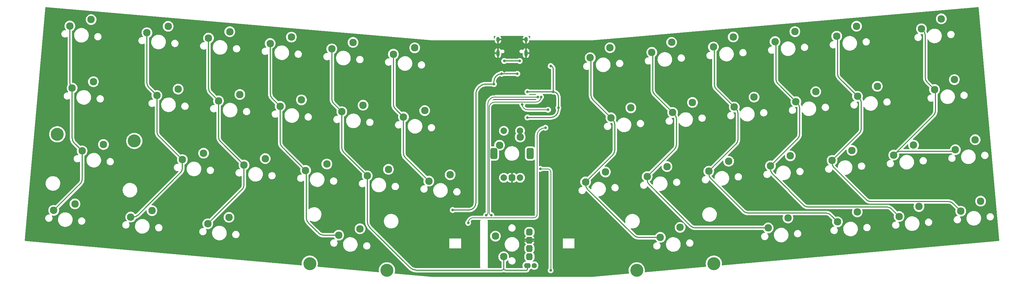
<source format=gbr>
%TF.GenerationSoftware,KiCad,Pcbnew,(7.0.0)*%
%TF.CreationDate,2024-04-21T10:39:13+02:00*%
%TF.ProjectId,Arrowhead,4172726f-7768-4656-9164-2e6b69636164,rev?*%
%TF.SameCoordinates,Original*%
%TF.FileFunction,Copper,L1,Top*%
%TF.FilePolarity,Positive*%
%FSLAX46Y46*%
G04 Gerber Fmt 4.6, Leading zero omitted, Abs format (unit mm)*
G04 Created by KiCad (PCBNEW (7.0.0)) date 2024-04-21 10:39:13*
%MOMM*%
%LPD*%
G01*
G04 APERTURE LIST*
G04 Aperture macros list*
%AMRoundRect*
0 Rectangle with rounded corners*
0 $1 Rounding radius*
0 $2 $3 $4 $5 $6 $7 $8 $9 X,Y pos of 4 corners*
0 Add a 4 corners polygon primitive as box body*
4,1,4,$2,$3,$4,$5,$6,$7,$8,$9,$2,$3,0*
0 Add four circle primitives for the rounded corners*
1,1,$1+$1,$2,$3*
1,1,$1+$1,$4,$5*
1,1,$1+$1,$6,$7*
1,1,$1+$1,$8,$9*
0 Add four rect primitives between the rounded corners*
20,1,$1+$1,$2,$3,$4,$5,0*
20,1,$1+$1,$4,$5,$6,$7,0*
20,1,$1+$1,$6,$7,$8,$9,0*
20,1,$1+$1,$8,$9,$2,$3,0*%
G04 Aperture macros list end*
%TA.AperFunction,ComponentPad*%
%ADD10C,2.300000*%
%TD*%
%TA.AperFunction,ComponentPad*%
%ADD11O,2.100000X1.600000*%
%TD*%
%TA.AperFunction,ComponentPad*%
%ADD12C,1.600000*%
%TD*%
%TA.AperFunction,ComponentPad*%
%ADD13C,4.000000*%
%TD*%
%TA.AperFunction,ComponentPad*%
%ADD14C,2.000000*%
%TD*%
%TA.AperFunction,ComponentPad*%
%ADD15RoundRect,0.500000X0.500000X-0.500000X0.500000X0.500000X-0.500000X0.500000X-0.500000X-0.500000X0*%
%TD*%
%TA.AperFunction,ComponentPad*%
%ADD16RoundRect,0.550000X0.550000X-1.150000X0.550000X1.150000X-0.550000X1.150000X-0.550000X-1.150000X0*%
%TD*%
%TA.AperFunction,ComponentPad*%
%ADD17O,1.000000X1.600000*%
%TD*%
%TA.AperFunction,ComponentPad*%
%ADD18O,1.000000X2.100000*%
%TD*%
%TA.AperFunction,ViaPad*%
%ADD19C,0.800000*%
%TD*%
%TA.AperFunction,Conductor*%
%ADD20C,0.250000*%
%TD*%
%TA.AperFunction,Conductor*%
%ADD21C,0.350000*%
%TD*%
G04 APERTURE END LIST*
D10*
%TO.P,MX45,1,1*%
%TO.N,COL9*%
X300183166Y-90904494D03*
%TO.P,MX45,2,2*%
%TO.N,Net-(D45-A)*%
X306287626Y-87820720D03*
%TD*%
%TO.P,MX26,1,1*%
%TO.N,COL1*%
X79479009Y-73338254D03*
%TO.P,MX26,2,2*%
%TO.N,Net-(D26-A)*%
X86026221Y-71361359D03*
%TD*%
%TO.P,MX6,1,1*%
%TO.N,COL5*%
X144476547Y-40779266D03*
%TO.P,MX6,2,2*%
%TO.N,Net-(D6-A)*%
X151023759Y-38802371D03*
%TD*%
%TO.P,MX38,1,1*%
%TO.N,COL1*%
X63585560Y-91070525D03*
%TO.P,MX38,2,2*%
%TO.N,Net-(D38-A)*%
X70132772Y-89093630D03*
%TD*%
%TO.P,MX31,1,1*%
%TO.N,COL6*%
X203635304Y-80228569D03*
%TO.P,MX31,2,2*%
%TO.N,Net-(D31-A)*%
X209739764Y-77144795D03*
%TD*%
%TO.P,MX41,1,1*%
%TO.N,COL5*%
X177165000Y-68897500D03*
%TO.P,MX41,2,2*%
%TO.N,r_enc*%
X183515000Y-66357500D03*
%TD*%
%TO.P,MX22,1,1*%
%TO.N,COL9*%
X268396268Y-55439951D03*
%TO.P,MX22,2,2*%
%TO.N,Net-(D22-A)*%
X274500728Y-52356177D03*
%TD*%
%TO.P,MX35,1,1*%
%TO.N,COL10*%
X279545340Y-73587302D03*
%TO.P,MX35,2,2*%
%TO.N,Net-(D35-A)*%
X285649800Y-70503528D03*
%TD*%
%TO.P,MX19,1,1*%
%TO.N,COL6*%
X211463741Y-60420902D03*
%TO.P,MX19,2,2*%
%TO.N,Net-(D19-A)*%
X217568201Y-57337128D03*
%TD*%
D11*
%TO.P,EN1,A,A*%
%TO.N,ROLLER_A*%
X186349999Y-103584499D03*
X186349999Y-103060499D03*
%TO.P,EN1,B,B*%
%TO.N,ROLLER_B*%
X186349999Y-101044499D03*
X186349999Y-100520499D03*
%TO.P,EN1,C,C*%
%TO.N,GND*%
X186349999Y-98504499D03*
X186349999Y-97980499D03*
D12*
%TO.P,EN1,S1,S1*%
%TO.N,r_roller*%
X187825000Y-106060500D03*
D11*
%TO.P,EN1,S2,S2*%
%TO.N,COL4*%
X185724999Y-106060499D03*
%TO.P,EN1,X*%
%TO.N,N/C*%
X186349999Y-95964499D03*
X186349999Y-95440499D03*
%TD*%
D10*
%TO.P,MX23,1,1*%
%TO.N,COL10*%
X287373777Y-53779634D03*
%TO.P,MX23,2,2*%
%TO.N,Net-(D23-A)*%
X293478237Y-50695860D03*
%TD*%
%TO.P,MX46,1,1*%
%TO.N,COL10*%
X319160675Y-89244177D03*
%TO.P,MX46,2,2*%
%TO.N,Net-(D46-A)*%
X325265135Y-86160403D03*
%TD*%
%TO.P,MX48,1,1*%
%TO.N,COL4*%
X178435000Y-103322500D03*
%TO.P,MX48,2,2*%
%TO.N,r_roller*%
X175895000Y-96972500D03*
%TD*%
%TO.P,MX8,1,1*%
%TO.N,COL7*%
X224036556Y-40198155D03*
%TO.P,MX8,2,2*%
%TO.N,Net-(D8-A)*%
X230141016Y-37114381D03*
%TD*%
%TO.P,MX5,1,1*%
%TO.N,COL4*%
X125499038Y-39118949D03*
%TO.P,MX5,2,2*%
%TO.N,Net-(D5-A)*%
X132046250Y-37142054D03*
%TD*%
%TO.P,MX11,1,1*%
%TO.N,COL10*%
X280969083Y-35217204D03*
%TO.P,MX11,2,2*%
%TO.N,Net-(D11-A)*%
X287073543Y-32133430D03*
%TD*%
%TO.P,MX43,1,1*%
%TO.N,COL7*%
X259856784Y-94436103D03*
%TO.P,MX43,2,2*%
%TO.N,Net-(D43-A)*%
X265961244Y-91352329D03*
%TD*%
%TO.P,MX33,1,1*%
%TO.N,COL8*%
X241590322Y-76907935D03*
%TO.P,MX33,2,2*%
%TO.N,Net-(D33-A)*%
X247694782Y-73824161D03*
%TD*%
%TO.P,MX32,1,1*%
%TO.N,COL7*%
X222612813Y-78568252D03*
%TO.P,MX32,2,2*%
%TO.N,Net-(D32-A)*%
X228717273Y-75484478D03*
%TD*%
%TO.P,MX4,1,1*%
%TO.N,COL3*%
X106521529Y-37458632D03*
%TO.P,MX4,2,2*%
%TO.N,Net-(D4-A)*%
X113068741Y-35481737D03*
%TD*%
%TO.P,MX34,1,1*%
%TO.N,COL9*%
X260567831Y-75247618D03*
%TO.P,MX34,2,2*%
%TO.N,Net-(D34-A)*%
X266672291Y-72163844D03*
%TD*%
%TO.P,MX12,1,1*%
%TO.N,COL11*%
X307063158Y-32934269D03*
%TO.P,MX12,2,2*%
%TO.N,Net-(D12-A)*%
X313167618Y-29850495D03*
%TD*%
%TO.P,MX27,1,1*%
%TO.N,COL2*%
X98456518Y-74998571D03*
%TO.P,MX27,2,2*%
%TO.N,Net-(D27-A)*%
X105003730Y-73021676D03*
%TD*%
%TO.P,MX20,1,1*%
%TO.N,COL7*%
X230441250Y-58760585D03*
%TO.P,MX20,2,2*%
%TO.N,Net-(D20-A)*%
X236545710Y-55676811D03*
%TD*%
%TO.P,MX14,1,1*%
%TO.N,COL1*%
X71650571Y-53530586D03*
%TO.P,MX14,2,2*%
%TO.N,Net-(D14-A)*%
X78197783Y-51553691D03*
%TD*%
%TO.P,MX1,1,1*%
%TO.N,COL0*%
X44844624Y-32062602D03*
%TO.P,MX1,2,2*%
%TO.N,Net-(D1-A)*%
X51391836Y-30085707D03*
%TD*%
%TO.P,MX21,1,1*%
%TO.N,COL8*%
X249418759Y-57100268D03*
%TO.P,MX21,2,2*%
%TO.N,Net-(D21-A)*%
X255523219Y-54016494D03*
%TD*%
%TO.P,MX28,1,1*%
%TO.N,COL3*%
X117434027Y-76658888D03*
%TO.P,MX28,2,2*%
%TO.N,Net-(D28-A)*%
X123981239Y-74681993D03*
%TD*%
D13*
%TO.P,S3,*%
%TO.N,*%
X40962522Y-65506519D03*
X64684408Y-67581915D03*
%TD*%
D14*
%TO.P,SW1,A,A*%
%TO.N,ENC_A*%
X178475000Y-78937500D03*
%TO.P,SW1,B,B*%
%TO.N,ENC_B*%
X183475000Y-78937500D03*
D15*
%TO.P,SW1,C,C*%
%TO.N,GND*%
X180975000Y-78937500D03*
D16*
%TO.P,SW1,MP*%
%TO.N,N/C*%
X175375000Y-71437500D03*
X186575000Y-71437500D03*
D14*
%TO.P,SW1,S1,S1*%
%TO.N,r_enc*%
X183475000Y-64437500D03*
%TO.P,SW1,S2,S2*%
%TO.N,COL5*%
X178475000Y-64437500D03*
%TD*%
D10*
%TO.P,MX9,1,1*%
%TO.N,COL8*%
X243014065Y-38537838D03*
%TO.P,MX9,2,2*%
%TO.N,Net-(D9-A)*%
X249118525Y-35454064D03*
%TD*%
%TO.P,MX7,1,1*%
%TO.N,COL6*%
X205059047Y-41858472D03*
%TO.P,MX7,2,2*%
%TO.N,Net-(D7-A)*%
X211163507Y-38774698D03*
%TD*%
%TO.P,MX30,1,1*%
%TO.N,COL5*%
X155389045Y-79979521D03*
%TO.P,MX30,2,2*%
%TO.N,Net-(D30-A)*%
X161936257Y-78002626D03*
%TD*%
%TO.P,MX44,1,1*%
%TO.N,COL8*%
X281205657Y-92564811D03*
%TO.P,MX44,2,2*%
%TO.N,Net-(D44-A)*%
X287310117Y-89481037D03*
%TD*%
%TO.P,MX39,1,1*%
%TO.N,COL2*%
X87307446Y-93145921D03*
%TO.P,MX39,2,2*%
%TO.N,Net-(D39-A)*%
X93854658Y-91169026D03*
%TD*%
%TO.P,MX13,1,1*%
%TO.N,COL0*%
X45556496Y-51247651D03*
%TO.P,MX13,2,2*%
%TO.N,Net-(D13-A)*%
X52103708Y-49270756D03*
%TD*%
%TO.P,MX3,1,1*%
%TO.N,COL2*%
X87544020Y-35798315D03*
%TO.P,MX3,2,2*%
%TO.N,Net-(D3-A)*%
X94091232Y-33821420D03*
%TD*%
%TO.P,MX47,1,1*%
%TO.N,COL11*%
X317500358Y-70266668D03*
%TO.P,MX47,2,2*%
%TO.N,Net-(D47-A)*%
X323604818Y-67182894D03*
%TD*%
%TO.P,MX29,1,1*%
%TO.N,COL4*%
X136411536Y-78319204D03*
%TO.P,MX29,2,2*%
%TO.N,Net-(D29-A)*%
X142958748Y-76342309D03*
%TD*%
%TO.P,MX24,1,1*%
%TO.N,COL11*%
X311095664Y-51704238D03*
%TO.P,MX24,2,2*%
%TO.N,Net-(D24-A)*%
X317200124Y-48620464D03*
%TD*%
%TO.P,MX40,1,1*%
%TO.N,COL3*%
X127634653Y-96674095D03*
%TO.P,MX40,2,2*%
%TO.N,Net-(D40-A)*%
X134181865Y-94697200D03*
%TD*%
%TO.P,MX36,1,1*%
%TO.N,COL11*%
X298522849Y-71926985D03*
%TO.P,MX36,2,2*%
%TO.N,Net-(D36-A)*%
X304627309Y-68843211D03*
%TD*%
%TO.P,MX10,1,1*%
%TO.N,COL9*%
X261991574Y-36877521D03*
%TO.P,MX10,2,2*%
%TO.N,Net-(D10-A)*%
X268096034Y-33793747D03*
%TD*%
%TO.P,MX15,1,1*%
%TO.N,COL2*%
X90628080Y-55190903D03*
%TO.P,MX15,2,2*%
%TO.N,Net-(D15-A)*%
X97175292Y-53214008D03*
%TD*%
%TO.P,MX18,1,1*%
%TO.N,COL5*%
X147560607Y-60171854D03*
%TO.P,MX18,2,2*%
%TO.N,Net-(D18-A)*%
X154107819Y-58194959D03*
%TD*%
D13*
%TO.P,S1,*%
%TO.N,*%
X142460939Y-107532611D03*
X118739053Y-105457215D03*
%TD*%
D10*
%TO.P,MX17,1,1*%
%TO.N,COL4*%
X128583098Y-58511537D03*
%TO.P,MX17,2,2*%
%TO.N,Net-(D17-A)*%
X135130310Y-56534642D03*
%TD*%
%TO.P,MX25,1,1*%
%TO.N,COL0*%
X48640556Y-70640239D03*
%TO.P,MX25,2,2*%
%TO.N,Net-(D25-A)*%
X55187768Y-68663344D03*
%TD*%
%TO.P,MX2,1,1*%
%TO.N,COL1*%
X68566511Y-34137998D03*
%TO.P,MX2,2,2*%
%TO.N,Net-(D2-A)*%
X75113723Y-32161103D03*
%TD*%
D13*
%TO.P,S2,*%
%TO.N,*%
X243130150Y-105457777D03*
X219408264Y-107533173D03*
%TD*%
D10*
%TO.P,MX16,1,1*%
%TO.N,COL3*%
X109605589Y-56851220D03*
%TO.P,MX16,2,2*%
%TO.N,Net-(D16-A)*%
X116152801Y-54874325D03*
%TD*%
%TO.P,MX42,1,1*%
%TO.N,COL6*%
X226643547Y-97338784D03*
%TO.P,MX42,2,2*%
%TO.N,Net-(D42-A)*%
X232748007Y-94255010D03*
%TD*%
%TO.P,MX37,1,1*%
%TO.N,COL0*%
X39863674Y-88995129D03*
%TO.P,MX37,2,2*%
%TO.N,Net-(D37-A)*%
X46410886Y-87018234D03*
%TD*%
D17*
%TO.P,J1,S1,SHIELD*%
%TO.N,GND*%
X176654999Y-36256249D03*
D18*
X176654999Y-40436249D03*
D17*
X185294999Y-36256249D03*
D18*
X185294999Y-40436249D03*
%TD*%
D19*
%TO.N,ROW1*%
X192087500Y-57943750D03*
X184150000Y-56330750D03*
%TO.N,ROW3*%
X192881250Y-107537500D03*
X189706250Y-76200000D03*
%TO.N,VBUS*%
X183356250Y-42862500D03*
X178593750Y-42862500D03*
%TO.N,+3V3*%
X185737500Y-52387500D03*
X195262500Y-57330750D03*
X185737500Y-60325000D03*
X193675000Y-52387500D03*
X192881250Y-44450000D03*
%TO.N,GND*%
X196056250Y-96837500D03*
X180975000Y-80962500D03*
X159543750Y-93662500D03*
X195064662Y-50019651D03*
X200025000Y-56356250D03*
X180975000Y-36256250D03*
X189706250Y-56356250D03*
X181768750Y-60325000D03*
X184150000Y-96837500D03*
X161131250Y-96837500D03*
X178593750Y-46037500D03*
X190500000Y-39687500D03*
X184150000Y-46037500D03*
X184150000Y-50006250D03*
X181768750Y-50006250D03*
X196056250Y-50006250D03*
X188912500Y-42862500D03*
X171450000Y-39687500D03*
X179387500Y-51593750D03*
X175418750Y-53181250D03*
X200022131Y-57355816D03*
X182932552Y-50011674D03*
X163388000Y-92868750D03*
%TO.N,+5V*%
X162718750Y-88900000D03*
X177800000Y-46831250D03*
X182612500Y-46831250D03*
X175418750Y-50006250D03*
%TO.N,RGB MCU*%
X167481250Y-92868750D03*
X191293750Y-63500000D03*
%TO.N,ROLLER_A*%
X173037500Y-90487500D03*
X188912500Y-53975000D03*
%TO.N,ROLLER_B*%
X174625000Y-90487500D03*
X189924551Y-53987548D03*
%TD*%
D20*
%TO.N,ROW1*%
X192087500Y-57943750D02*
X185763000Y-57943750D01*
X184149950Y-56330750D02*
G75*
G03*
X185763000Y-57943750I1613050J50D01*
G01*
%TO.N,ROW3*%
X192881250Y-107537500D02*
X192881250Y-76993750D01*
X192087500Y-76200000D02*
X189706250Y-76200000D01*
X192881300Y-76993750D02*
G75*
G03*
X192087500Y-76200000I-793800J-50D01*
G01*
D21*
%TO.N,VBUS*%
X178593750Y-42862500D02*
X183356250Y-42862500D01*
%TO.N,+3V3*%
X185737500Y-60325000D02*
X192881250Y-60325000D01*
X193675000Y-52387500D02*
X193675000Y-45243750D01*
X195262500Y-57943750D02*
X195262500Y-57330750D01*
X195262500Y-57330750D02*
X195262500Y-53975000D01*
X185737500Y-52387500D02*
X193675000Y-52387500D01*
X195262500Y-53975000D02*
G75*
G03*
X193675000Y-52387500I-1587500J0D01*
G01*
X192881250Y-60325000D02*
G75*
G03*
X195262500Y-57943750I-50J2381300D01*
G01*
X193675000Y-45243750D02*
G75*
G03*
X192881250Y-44450000I-793800J-50D01*
G01*
%TO.N,+5V*%
X175418750Y-50006250D02*
X175418750Y-49212500D01*
X182612500Y-46831250D02*
X177800000Y-46831250D01*
X169862500Y-86703274D02*
X169862500Y-53152210D01*
X173008410Y-50006272D02*
X175418750Y-50006250D01*
X162718750Y-88900000D02*
X167665774Y-88900000D01*
X173008410Y-50006300D02*
G75*
G03*
X169862500Y-53152210I-10J-3145900D01*
G01*
X167665774Y-88900000D02*
G75*
G03*
X169862500Y-86703274I26J2196700D01*
G01*
X177800000Y-46831250D02*
G75*
G03*
X175418750Y-49212500I0J-2381250D01*
G01*
%TO.N,COL0*%
X45430411Y-51121566D02*
X45556496Y-51247651D01*
X48640556Y-70640239D02*
X48640556Y-79389820D01*
X45556496Y-51247651D02*
X45556496Y-66727752D01*
X48054769Y-80804034D02*
X39863674Y-88995129D01*
X46142283Y-68141966D02*
X48640556Y-70640239D01*
X44844624Y-32062602D02*
X44844624Y-49707352D01*
X45556532Y-66727752D02*
G75*
G03*
X46142284Y-68141965I1999968J-48D01*
G01*
X44844651Y-49707352D02*
G75*
G03*
X45430411Y-51121566I1999949J-48D01*
G01*
X48054750Y-80804015D02*
G75*
G03*
X48640556Y-79389820I-1414150J1414215D01*
G01*
%TO.N,COL1*%
X71650571Y-64681389D02*
X71650571Y-53530586D01*
X79479009Y-73338254D02*
X72236357Y-66095602D01*
X65797692Y-90484738D02*
X78893223Y-77389207D01*
X63585560Y-91070525D02*
X64383478Y-91070525D01*
X71650571Y-53530586D02*
X69152297Y-51032312D01*
X68566511Y-49618099D02*
X68566511Y-34137998D01*
X79479009Y-75974994D02*
X79479009Y-73338254D01*
X64383478Y-91070502D02*
G75*
G03*
X65797692Y-90484738I22J2000002D01*
G01*
X78893228Y-77389212D02*
G75*
G03*
X79479009Y-75974994I-1414228J1414212D01*
G01*
X71650588Y-64681389D02*
G75*
G03*
X72236357Y-66095602I2000012J-11D01*
G01*
X68566509Y-49618099D02*
G75*
G03*
X69152297Y-51032312I1999991J-1D01*
G01*
%TO.N,COL2*%
X87544020Y-35798315D02*
X87544020Y-51278416D01*
X88129807Y-52692630D02*
X90628080Y-55190903D01*
X98456518Y-74998571D02*
X98456518Y-81168422D01*
X90628080Y-55190903D02*
X90628080Y-66341706D01*
X91213867Y-67755920D02*
X98456518Y-74998571D01*
X97870731Y-82582636D02*
X87307446Y-93145921D01*
X97870724Y-82582629D02*
G75*
G03*
X98456518Y-81168422I-1414224J1414229D01*
G01*
X90628082Y-66341706D02*
G75*
G03*
X91213867Y-67755920I2000018J6D01*
G01*
X87544003Y-51278416D02*
G75*
G03*
X88129807Y-52692630I1999997J16D01*
G01*
%TO.N,COL3*%
X127634653Y-96674095D02*
X122965537Y-96674095D01*
X110191376Y-69416237D02*
X117434027Y-76658888D01*
X121443750Y-96043750D02*
X118332291Y-92932291D01*
X106521529Y-37458632D02*
X106521529Y-52938733D01*
X117648407Y-91281250D02*
X117648407Y-76873268D01*
X117648407Y-76873268D02*
X117434027Y-76658888D01*
X107107316Y-54352947D02*
X109605589Y-56851220D01*
X109605589Y-56851220D02*
X109605589Y-68002023D01*
X121443739Y-96043761D02*
G75*
G03*
X122965537Y-96674095I1521761J1521761D01*
G01*
X109605577Y-68002023D02*
G75*
G03*
X110191377Y-69416236I2000023J23D01*
G01*
X117648363Y-91281250D02*
G75*
G03*
X118332291Y-92932291I2334937J50D01*
G01*
X106521498Y-52938733D02*
G75*
G03*
X107107317Y-54352946I2000002J33D01*
G01*
%TO.N,COL4*%
X136411536Y-78319204D02*
X136411536Y-92266042D01*
X128583098Y-58511537D02*
X128583098Y-69662339D01*
X178435000Y-106362500D02*
X178435000Y-106952947D01*
X178435000Y-105568750D02*
X178435000Y-103322500D01*
X178972454Y-107490401D02*
X185488407Y-107490401D01*
X129168885Y-71076553D02*
X136411536Y-78319204D01*
X178435000Y-106362500D02*
X178435000Y-106521250D01*
X185744590Y-107234218D02*
X185744590Y-106080090D01*
X178435000Y-105568750D02*
X178435000Y-106362500D01*
X151606250Y-107498895D02*
X177891611Y-107498895D01*
X178435000Y-103322500D02*
X178435000Y-106521250D01*
X126084825Y-56013264D02*
X128583098Y-58511537D01*
X125499038Y-39118949D02*
X125499038Y-54599050D01*
X178435000Y-106955506D02*
X178435000Y-103322500D01*
X137318750Y-94456250D02*
X149481149Y-106618649D01*
X128583072Y-69662339D02*
G75*
G03*
X129168886Y-71076552I2000028J39D01*
G01*
X136411519Y-92266042D02*
G75*
G03*
X137318750Y-94456250I3097481J42D01*
G01*
X178434999Y-106952947D02*
G75*
G03*
X178972454Y-107490401I537501J47D01*
G01*
X177891611Y-107498900D02*
G75*
G03*
X178435000Y-106955506I-11J543400D01*
G01*
X185488407Y-107490390D02*
G75*
G03*
X185744590Y-107234218I-7J256190D01*
G01*
X125499063Y-54599050D02*
G75*
G03*
X126084825Y-56013264I1999937J-50D01*
G01*
X185744600Y-106080090D02*
G75*
G03*
X185725000Y-106060500I-19600J-10D01*
G01*
X149481164Y-106618634D02*
G75*
G03*
X151606250Y-107498895I2125136J2125134D01*
G01*
%TO.N,COL5*%
X145062334Y-57673581D02*
X147560607Y-60171854D01*
X144476547Y-40779266D02*
X144476547Y-56259367D01*
X147560607Y-60171854D02*
X147560607Y-71322656D01*
X148146394Y-72736870D02*
X155389045Y-79979521D01*
X147560637Y-71322656D02*
G75*
G03*
X148146395Y-72736869I1999963J-44D01*
G01*
X144476557Y-56259367D02*
G75*
G03*
X145062334Y-57673581I1999943J-33D01*
G01*
%TO.N,COL6*%
X219971711Y-97338784D02*
X226643547Y-97338784D01*
X205315255Y-53443989D02*
X205315255Y-42114680D01*
X211463741Y-60420902D02*
X205901041Y-54858202D01*
X212027954Y-71835919D02*
X203635304Y-80228569D01*
X212613741Y-62399329D02*
X212613741Y-70421705D01*
X204221091Y-82416591D02*
X218557498Y-96752998D01*
X205315255Y-42114680D02*
X205059047Y-41858472D01*
X211463741Y-60420902D02*
X212027955Y-60985116D01*
X203635304Y-80228569D02*
X203635304Y-81002377D01*
X212613708Y-62399329D02*
G75*
G03*
X212027955Y-60985116I-2000008J29D01*
G01*
X212027960Y-71835925D02*
G75*
G03*
X212613741Y-70421705I-1414260J1414225D01*
G01*
X203635320Y-81002377D02*
G75*
G03*
X204221092Y-82416590I1999980J-23D01*
G01*
X205315277Y-53443989D02*
G75*
G03*
X205901042Y-54858201I2000023J-11D01*
G01*
X218557496Y-96753000D02*
G75*
G03*
X219971711Y-97338784I1414204J1414200D01*
G01*
%TO.N,COL7*%
X223198600Y-81000375D02*
X236048542Y-93850317D01*
X231591250Y-60739012D02*
X231591250Y-68761388D01*
X224036556Y-40198155D02*
X224292764Y-40454363D01*
X231005463Y-70175602D02*
X222612813Y-78568252D01*
X224292764Y-40454363D02*
X224292764Y-51783672D01*
X237462755Y-94436103D02*
X259856784Y-94436103D01*
X222612813Y-78568252D02*
X222612813Y-79586161D01*
X230441250Y-58760585D02*
X231005464Y-59324799D01*
X224878551Y-53197886D02*
X230441250Y-58760585D01*
X231591256Y-60739012D02*
G75*
G03*
X231005464Y-59324799I-1999956J12D01*
G01*
X236048564Y-93850295D02*
G75*
G03*
X237462755Y-94436103I1414236J1414195D01*
G01*
X231005459Y-70175598D02*
G75*
G03*
X231591250Y-68761388I-1414159J1414198D01*
G01*
X224292795Y-51783672D02*
G75*
G03*
X224878551Y-53197886I2000005J-28D01*
G01*
X222612837Y-79586161D02*
G75*
G03*
X223198600Y-81000375I1999963J-39D01*
G01*
%TO.N,COL8*%
X241590322Y-76907935D02*
X241590322Y-77752823D01*
X242176109Y-79167037D02*
X252250615Y-89241543D01*
X279053962Y-90413116D02*
X281205657Y-92564811D01*
X250568759Y-59078695D02*
X250568759Y-67101071D01*
X243014065Y-38537838D02*
X243270273Y-38794046D01*
X243270273Y-38794046D02*
X243270273Y-50123355D01*
X249982972Y-68515285D02*
X241590322Y-76907935D01*
X253664828Y-89827329D02*
X277639748Y-89827329D01*
X249418759Y-57100268D02*
X249982973Y-57664482D01*
X243856060Y-51537569D02*
X249418759Y-57100268D01*
X243270313Y-50123355D02*
G75*
G03*
X243856060Y-51537569I1999987J-45D01*
G01*
X249982978Y-68515291D02*
G75*
G03*
X250568759Y-67101071I-1414178J1414191D01*
G01*
X250568774Y-59078695D02*
G75*
G03*
X249982973Y-57664482I-1999974J-5D01*
G01*
X279053932Y-90413146D02*
G75*
G03*
X277639748Y-89827329I-1414232J-1414154D01*
G01*
X241590300Y-77752823D02*
G75*
G03*
X242176109Y-79167037I2000000J23D01*
G01*
X252250595Y-89241563D02*
G75*
G03*
X253664828Y-89827329I1414205J1414263D01*
G01*
%TO.N,COL9*%
X262247782Y-37133729D02*
X261991574Y-36877521D01*
X260567831Y-76265527D02*
X260567831Y-75247618D01*
X268960481Y-66854968D02*
X260567831Y-75247618D01*
X262247782Y-48463038D02*
X262247782Y-37133729D01*
X266303125Y-82946875D02*
X270726501Y-87370251D01*
X269546268Y-57418378D02*
X269546268Y-65440754D01*
X272140714Y-87956037D02*
X296406282Y-87956037D01*
X268396268Y-55439951D02*
X268960482Y-56004165D01*
X266303125Y-82829248D02*
X261153617Y-77679740D01*
X266303125Y-82946875D02*
X266303125Y-82829248D01*
X297820496Y-88541824D02*
X300183166Y-90904494D01*
X268396268Y-55439951D02*
X262833568Y-49877251D01*
X270726486Y-87370266D02*
G75*
G03*
X272140714Y-87956037I1414214J1414266D01*
G01*
X269546292Y-57418378D02*
G75*
G03*
X268960481Y-56004166I-1999992J-22D01*
G01*
X268960497Y-66854984D02*
G75*
G03*
X269546268Y-65440754I-1414197J1414184D01*
G01*
X260567803Y-76265527D02*
G75*
G03*
X261153617Y-77679740I1999997J27D01*
G01*
X297820497Y-88541823D02*
G75*
G03*
X296406282Y-87956037I-1414197J-1414177D01*
G01*
X262247761Y-48463038D02*
G75*
G03*
X262833568Y-49877251I2000039J38D01*
G01*
%TO.N,COL10*%
X287373777Y-53779634D02*
X287937991Y-54343848D01*
X316798005Y-86881507D02*
X319160675Y-89244177D01*
X281225291Y-35473412D02*
X280969083Y-35217204D01*
X287937990Y-65194652D02*
X279545340Y-73587302D01*
X287373777Y-53779634D02*
X281811077Y-48216934D01*
X279545340Y-73587302D02*
X279545340Y-74385220D01*
X288523777Y-55758061D02*
X288523777Y-63780438D01*
X281225291Y-46802721D02*
X281225291Y-35473412D01*
X280131127Y-75799434D02*
X290041627Y-85709934D01*
X291455840Y-86295720D02*
X315383791Y-86295720D01*
X287937966Y-65194628D02*
G75*
G03*
X288523777Y-63780438I-1414166J1414228D01*
G01*
X279545315Y-74385220D02*
G75*
G03*
X280131128Y-75799433I1999985J20D01*
G01*
X288523811Y-55758061D02*
G75*
G03*
X287937991Y-54343848I-2000011J-39D01*
G01*
X290041603Y-85709958D02*
G75*
G03*
X291455840Y-86295720I1414197J1414258D01*
G01*
X316798005Y-86881507D02*
G75*
G03*
X315383791Y-86295720I-1414205J-1414193D01*
G01*
X281225279Y-46802721D02*
G75*
G03*
X281811077Y-48216934I2000021J21D01*
G01*
%TO.N,COL11*%
X307063158Y-32934269D02*
X307627372Y-33498483D01*
X308798945Y-49407519D02*
X311095664Y-51704238D01*
X311351872Y-51960446D02*
X311095664Y-51704238D01*
X311351872Y-58269535D02*
X311351872Y-51960446D01*
X316990041Y-70776985D02*
X317500358Y-70266668D01*
X300501276Y-70776985D02*
X316990041Y-70776985D01*
X298522849Y-71926985D02*
X310766085Y-59683749D01*
X308213158Y-34912696D02*
X308213158Y-47993305D01*
X298522849Y-71926985D02*
X299087063Y-71362771D01*
X310766062Y-59683726D02*
G75*
G03*
X311351872Y-58269535I-1414162J1414226D01*
G01*
X300501276Y-70776973D02*
G75*
G03*
X299087063Y-71362771I24J-2000027D01*
G01*
X308213173Y-34912696D02*
G75*
G03*
X307627372Y-33498483I-1999973J-4D01*
G01*
X308213167Y-47993305D02*
G75*
G03*
X308798945Y-49407519I2000033J5D01*
G01*
D20*
%TO.N,RGB MCU*%
X169068750Y-91281250D02*
X187860993Y-91281250D01*
X188654743Y-90487500D02*
X188654743Y-66102057D01*
X169068750Y-91281250D02*
G75*
G03*
X167481250Y-92868750I50J-1587550D01*
G01*
X187860993Y-91281243D02*
G75*
G03*
X188654743Y-90487500I7J793743D01*
G01*
X191256800Y-63500043D02*
G75*
G03*
X188654743Y-66102057I0J-2602057D01*
G01*
%TO.N,ROLLER_A*%
X173497587Y-57688202D02*
X173497587Y-56269956D01*
X173500000Y-57690615D02*
X173497587Y-57688202D01*
X175792543Y-53975000D02*
X188912500Y-53975000D01*
X173500000Y-57690615D02*
X173500000Y-90025000D01*
X175792543Y-53975087D02*
G75*
G03*
X173497587Y-56269956I-43J-2294913D01*
G01*
X173037500Y-90487500D02*
G75*
G03*
X173500000Y-90025000I0J462500D01*
G01*
%TO.N,ROLLER_B*%
X175682281Y-55562500D02*
X188349599Y-55562500D01*
X173950000Y-57294781D02*
X173950000Y-89812500D01*
X175682281Y-55562500D02*
G75*
G03*
X173950000Y-57294781I19J-1732300D01*
G01*
X173950000Y-89812500D02*
G75*
G03*
X174625000Y-90487500I675000J0D01*
G01*
X188349599Y-55562451D02*
G75*
G03*
X189924551Y-53987548I1J1574951D01*
G01*
%TD*%
%TA.AperFunction,Conductor*%
%TO.N,GND*%
G36*
X324583521Y-26215619D02*
G01*
X324632645Y-26256856D01*
X324654595Y-26317121D01*
X330982898Y-98301561D01*
X330971790Y-98364752D01*
X330930587Y-98413932D01*
X330870318Y-98435936D01*
X245736977Y-105979397D01*
X245680783Y-105971330D01*
X245634074Y-105939064D01*
X245606639Y-105889363D01*
X245604230Y-105832644D01*
X245615107Y-105775627D01*
X245615108Y-105775618D01*
X245615838Y-105771792D01*
X245635594Y-105457777D01*
X245615838Y-105143762D01*
X245556881Y-104834698D01*
X245459653Y-104535462D01*
X245325687Y-104250770D01*
X245157097Y-103985114D01*
X245117025Y-103936676D01*
X245017537Y-103816416D01*
X244956540Y-103742683D01*
X244727180Y-103527299D01*
X244667552Y-103483977D01*
X244493895Y-103357808D01*
X244472634Y-103342361D01*
X244469231Y-103340490D01*
X244469226Y-103340487D01*
X244200333Y-103192661D01*
X244200326Y-103192657D01*
X244196916Y-103190783D01*
X244193290Y-103189347D01*
X244193285Y-103189345D01*
X243907997Y-103076392D01*
X243907996Y-103076391D01*
X243904375Y-103074958D01*
X243900605Y-103073990D01*
X243900602Y-103073989D01*
X243603406Y-102997682D01*
X243603401Y-102997681D01*
X243599623Y-102996711D01*
X243595752Y-102996222D01*
X243595747Y-102996221D01*
X243291334Y-102957765D01*
X243291327Y-102957764D01*
X243287468Y-102957277D01*
X242972832Y-102957277D01*
X242968973Y-102957764D01*
X242968965Y-102957765D01*
X242664552Y-102996221D01*
X242664544Y-102996222D01*
X242660677Y-102996711D01*
X242656901Y-102997680D01*
X242656893Y-102997682D01*
X242359697Y-103073989D01*
X242359689Y-103073991D01*
X242355925Y-103074958D01*
X242352308Y-103076389D01*
X242352302Y-103076392D01*
X242067014Y-103189345D01*
X242067003Y-103189349D01*
X242063384Y-103190783D01*
X242059979Y-103192654D01*
X242059966Y-103192661D01*
X241791073Y-103340487D01*
X241791061Y-103340494D01*
X241787666Y-103342361D01*
X241784522Y-103344644D01*
X241784516Y-103344649D01*
X241536276Y-103525005D01*
X241536265Y-103525013D01*
X241533120Y-103527299D01*
X241530285Y-103529960D01*
X241530278Y-103529967D01*
X241306597Y-103740018D01*
X241306590Y-103740025D01*
X241303760Y-103742683D01*
X241301285Y-103745674D01*
X241301281Y-103745679D01*
X241105686Y-103982111D01*
X241105676Y-103982123D01*
X241103203Y-103985114D01*
X241101121Y-103988393D01*
X241101112Y-103988407D01*
X240936698Y-104247483D01*
X240936691Y-104247494D01*
X240934613Y-104250770D01*
X240932960Y-104254281D01*
X240932957Y-104254288D01*
X240802303Y-104531942D01*
X240800647Y-104535462D01*
X240799445Y-104539159D01*
X240799443Y-104539166D01*
X240704807Y-104830426D01*
X240703419Y-104834698D01*
X240702690Y-104838518D01*
X240702688Y-104838527D01*
X240645191Y-105139935D01*
X240645188Y-105139951D01*
X240644462Y-105143762D01*
X240624706Y-105457777D01*
X240644462Y-105771792D01*
X240645189Y-105775604D01*
X240645191Y-105775618D01*
X240700166Y-106063803D01*
X240703419Y-106080856D01*
X240704622Y-106084559D01*
X240704624Y-106084566D01*
X240764120Y-106267675D01*
X240769061Y-106322680D01*
X240749629Y-106374376D01*
X240709678Y-106412507D01*
X240657133Y-106429509D01*
X222009940Y-108081793D01*
X221953746Y-108073726D01*
X221907037Y-108041460D01*
X221879602Y-107991759D01*
X221877193Y-107935040D01*
X221887202Y-107882571D01*
X221893952Y-107847188D01*
X221913708Y-107533173D01*
X221893952Y-107219158D01*
X221834995Y-106910094D01*
X221737767Y-106610858D01*
X221603801Y-106326166D01*
X221484561Y-106138273D01*
X221437301Y-106063803D01*
X221437299Y-106063800D01*
X221435211Y-106060510D01*
X221234654Y-105818079D01*
X221005294Y-105602695D01*
X220998054Y-105597435D01*
X220753897Y-105420045D01*
X220753898Y-105420045D01*
X220750748Y-105417757D01*
X220747345Y-105415886D01*
X220747340Y-105415883D01*
X220478447Y-105268057D01*
X220478440Y-105268053D01*
X220475030Y-105266179D01*
X220471404Y-105264743D01*
X220471399Y-105264741D01*
X220186111Y-105151788D01*
X220186110Y-105151787D01*
X220182489Y-105150354D01*
X220178719Y-105149386D01*
X220178716Y-105149385D01*
X219881520Y-105073078D01*
X219881515Y-105073077D01*
X219877737Y-105072107D01*
X219873866Y-105071618D01*
X219873861Y-105071617D01*
X219569448Y-105033161D01*
X219569441Y-105033160D01*
X219565582Y-105032673D01*
X219250946Y-105032673D01*
X219247087Y-105033160D01*
X219247079Y-105033161D01*
X218942666Y-105071617D01*
X218942658Y-105071618D01*
X218938791Y-105072107D01*
X218935015Y-105073076D01*
X218935007Y-105073078D01*
X218637811Y-105149385D01*
X218637803Y-105149387D01*
X218634039Y-105150354D01*
X218630422Y-105151785D01*
X218630416Y-105151788D01*
X218345128Y-105264741D01*
X218345117Y-105264745D01*
X218341498Y-105266179D01*
X218338093Y-105268050D01*
X218338080Y-105268057D01*
X218069187Y-105415883D01*
X218069175Y-105415890D01*
X218065780Y-105417757D01*
X218062636Y-105420040D01*
X218062630Y-105420045D01*
X217814390Y-105600401D01*
X217814379Y-105600409D01*
X217811234Y-105602695D01*
X217808399Y-105605356D01*
X217808392Y-105605363D01*
X217584711Y-105815414D01*
X217584704Y-105815421D01*
X217581874Y-105818079D01*
X217579399Y-105821070D01*
X217579395Y-105821075D01*
X217383800Y-106057507D01*
X217383790Y-106057519D01*
X217381317Y-106060510D01*
X217379235Y-106063789D01*
X217379226Y-106063803D01*
X217214812Y-106322879D01*
X217214805Y-106322890D01*
X217212727Y-106326166D01*
X217211074Y-106329677D01*
X217211071Y-106329684D01*
X217080417Y-106607338D01*
X217078761Y-106610858D01*
X217077559Y-106614555D01*
X217077557Y-106614562D01*
X216982921Y-106905822D01*
X216981533Y-106910094D01*
X216980804Y-106913914D01*
X216980802Y-106913923D01*
X216923305Y-107215331D01*
X216923302Y-107215347D01*
X216922576Y-107219158D01*
X216922331Y-107223049D01*
X216922331Y-107223051D01*
X216914781Y-107343064D01*
X216902820Y-107533173D01*
X216922576Y-107847188D01*
X216923303Y-107851000D01*
X216923305Y-107851014D01*
X216980695Y-108151860D01*
X216981533Y-108156252D01*
X216982736Y-108159955D01*
X216982738Y-108159962D01*
X217050617Y-108368872D01*
X217055558Y-108423878D01*
X217036126Y-108475573D01*
X216996175Y-108513704D01*
X216943630Y-108530706D01*
X205586712Y-109537016D01*
X205575768Y-109537500D01*
X156374232Y-109537500D01*
X156363288Y-109537016D01*
X144927655Y-108523731D01*
X144875110Y-108506728D01*
X144835159Y-108468597D01*
X144815727Y-108416902D01*
X144820667Y-108361901D01*
X144887670Y-108155690D01*
X144946627Y-107846626D01*
X144966383Y-107532611D01*
X144946627Y-107218596D01*
X144887670Y-106909532D01*
X144790442Y-106610296D01*
X144656476Y-106325604D01*
X144540625Y-106143051D01*
X144489976Y-106063241D01*
X144489974Y-106063238D01*
X144487886Y-106059948D01*
X144287329Y-105817517D01*
X144057969Y-105602133D01*
X144054525Y-105599631D01*
X143806572Y-105419483D01*
X143806573Y-105419483D01*
X143803423Y-105417195D01*
X143800020Y-105415324D01*
X143800015Y-105415321D01*
X143531122Y-105267495D01*
X143531115Y-105267491D01*
X143527705Y-105265617D01*
X143524079Y-105264181D01*
X143524074Y-105264179D01*
X143238786Y-105151226D01*
X143238785Y-105151225D01*
X143235164Y-105149792D01*
X143231394Y-105148824D01*
X143231391Y-105148823D01*
X142934195Y-105072516D01*
X142934190Y-105072515D01*
X142930412Y-105071545D01*
X142926541Y-105071056D01*
X142926536Y-105071055D01*
X142622123Y-105032599D01*
X142622116Y-105032598D01*
X142618257Y-105032111D01*
X142303621Y-105032111D01*
X142299762Y-105032598D01*
X142299754Y-105032599D01*
X141995341Y-105071055D01*
X141995333Y-105071056D01*
X141991466Y-105071545D01*
X141987690Y-105072514D01*
X141987682Y-105072516D01*
X141690486Y-105148823D01*
X141690478Y-105148825D01*
X141686714Y-105149792D01*
X141683097Y-105151223D01*
X141683091Y-105151226D01*
X141397803Y-105264179D01*
X141397792Y-105264183D01*
X141394173Y-105265617D01*
X141390768Y-105267488D01*
X141390755Y-105267495D01*
X141121862Y-105415321D01*
X141121850Y-105415328D01*
X141118455Y-105417195D01*
X141115311Y-105419478D01*
X141115305Y-105419483D01*
X140867065Y-105599839D01*
X140867054Y-105599847D01*
X140863909Y-105602133D01*
X140861074Y-105604794D01*
X140861067Y-105604801D01*
X140637386Y-105814852D01*
X140637379Y-105814859D01*
X140634549Y-105817517D01*
X140632074Y-105820508D01*
X140632070Y-105820513D01*
X140436475Y-106056945D01*
X140436465Y-106056957D01*
X140433992Y-106059948D01*
X140431910Y-106063227D01*
X140431901Y-106063241D01*
X140267487Y-106322317D01*
X140267480Y-106322328D01*
X140265402Y-106325604D01*
X140263749Y-106329115D01*
X140263746Y-106329122D01*
X140133092Y-106606776D01*
X140131436Y-106610296D01*
X140130234Y-106613993D01*
X140130232Y-106614000D01*
X140037422Y-106899639D01*
X140034208Y-106909532D01*
X140033479Y-106913352D01*
X140033477Y-106913361D01*
X139975980Y-107214769D01*
X139975977Y-107214785D01*
X139975251Y-107218596D01*
X139955495Y-107532611D01*
X139975251Y-107846626D01*
X139975979Y-107850446D01*
X139975981Y-107850456D01*
X139990729Y-107927770D01*
X139988318Y-107984488D01*
X139960883Y-108034188D01*
X139914174Y-108066453D01*
X139857981Y-108074520D01*
X121214152Y-106422535D01*
X121161607Y-106405532D01*
X121121656Y-106367401D01*
X121102224Y-106315706D01*
X121107164Y-106260705D01*
X121165784Y-106080294D01*
X121224741Y-105771230D01*
X121244497Y-105457215D01*
X121224741Y-105143200D01*
X121165784Y-104834136D01*
X121068556Y-104534900D01*
X120934590Y-104250208D01*
X120790006Y-104022380D01*
X120768090Y-103987845D01*
X120768088Y-103987842D01*
X120766000Y-103984552D01*
X120726393Y-103936676D01*
X120626905Y-103816416D01*
X120565443Y-103742121D01*
X120336083Y-103526737D01*
X120312870Y-103509872D01*
X120110996Y-103363202D01*
X120081537Y-103341799D01*
X120078134Y-103339928D01*
X120078129Y-103339925D01*
X119809236Y-103192099D01*
X119809229Y-103192095D01*
X119805819Y-103190221D01*
X119802193Y-103188785D01*
X119802188Y-103188783D01*
X119516900Y-103075830D01*
X119516899Y-103075829D01*
X119513278Y-103074396D01*
X119509508Y-103073428D01*
X119509505Y-103073427D01*
X119212309Y-102997120D01*
X119212304Y-102997119D01*
X119208526Y-102996149D01*
X119204655Y-102995660D01*
X119204650Y-102995659D01*
X118900237Y-102957203D01*
X118900230Y-102957202D01*
X118896371Y-102956715D01*
X118581735Y-102956715D01*
X118577876Y-102957202D01*
X118577868Y-102957203D01*
X118273455Y-102995659D01*
X118273447Y-102995660D01*
X118269580Y-102996149D01*
X118265804Y-102997118D01*
X118265796Y-102997120D01*
X117968600Y-103073427D01*
X117968592Y-103073429D01*
X117964828Y-103074396D01*
X117961211Y-103075827D01*
X117961205Y-103075830D01*
X117675917Y-103188783D01*
X117675906Y-103188787D01*
X117672287Y-103190221D01*
X117668882Y-103192092D01*
X117668869Y-103192099D01*
X117399976Y-103339925D01*
X117399964Y-103339932D01*
X117396569Y-103341799D01*
X117393425Y-103344082D01*
X117393419Y-103344087D01*
X117145179Y-103524443D01*
X117145168Y-103524451D01*
X117142023Y-103526737D01*
X117139188Y-103529398D01*
X117139181Y-103529405D01*
X116915500Y-103739456D01*
X116915493Y-103739463D01*
X116912663Y-103742121D01*
X116910188Y-103745112D01*
X116910184Y-103745117D01*
X116714589Y-103981549D01*
X116714579Y-103981561D01*
X116712106Y-103984552D01*
X116710024Y-103987831D01*
X116710015Y-103987845D01*
X116545601Y-104246921D01*
X116545594Y-104246932D01*
X116543516Y-104250208D01*
X116541863Y-104253719D01*
X116541860Y-104253726D01*
X116411206Y-104531380D01*
X116409550Y-104534900D01*
X116408348Y-104538597D01*
X116408346Y-104538604D01*
X116313930Y-104829187D01*
X116312322Y-104834136D01*
X116311593Y-104837956D01*
X116311591Y-104837965D01*
X116254094Y-105139373D01*
X116254091Y-105139389D01*
X116253365Y-105143200D01*
X116253120Y-105147091D01*
X116253120Y-105147093D01*
X116247073Y-105243209D01*
X116233609Y-105457215D01*
X116253365Y-105771230D01*
X116254094Y-105775056D01*
X116254095Y-105775057D01*
X116263693Y-105825373D01*
X116261283Y-105882092D01*
X116233848Y-105931792D01*
X116187138Y-105964057D01*
X116130945Y-105972124D01*
X31079681Y-98435936D01*
X31019412Y-98413932D01*
X30978209Y-98364752D01*
X30967101Y-98301563D01*
X31577262Y-91360979D01*
X37247792Y-91360979D01*
X37248072Y-91366863D01*
X37248072Y-91366870D01*
X37257738Y-91569782D01*
X37258019Y-91575680D01*
X37259410Y-91581417D01*
X37259411Y-91581418D01*
X37305472Y-91771287D01*
X37308694Y-91784566D01*
X37311147Y-91789937D01*
X37311149Y-91789943D01*
X37372737Y-91924800D01*
X37397985Y-91980086D01*
X37401407Y-91984891D01*
X37401409Y-91984895D01*
X37519240Y-92150366D01*
X37519243Y-92150369D01*
X37522665Y-92155175D01*
X37678228Y-92303503D01*
X37683196Y-92306696D01*
X37683199Y-92306698D01*
X37792758Y-92377107D01*
X37859051Y-92419711D01*
X37864534Y-92421906D01*
X37864536Y-92421907D01*
X38049324Y-92495885D01*
X38058599Y-92499598D01*
X38269659Y-92540276D01*
X38427795Y-92540276D01*
X38430749Y-92540276D01*
X38591102Y-92524964D01*
X38797340Y-92464407D01*
X38988390Y-92365914D01*
X39157348Y-92233044D01*
X39298107Y-92070600D01*
X39377729Y-91932691D01*
X41189633Y-91932691D01*
X41190047Y-91936812D01*
X41190048Y-91936823D01*
X41217649Y-92211177D01*
X41219711Y-92231672D01*
X41220671Y-92235700D01*
X41220673Y-92235712D01*
X41288407Y-92519936D01*
X41289370Y-92523976D01*
X41290860Y-92527845D01*
X41290862Y-92527851D01*
X41360215Y-92707919D01*
X41397369Y-92804387D01*
X41399353Y-92808008D01*
X41399359Y-92808020D01*
X41517755Y-93024063D01*
X41541779Y-93067902D01*
X41544235Y-93071235D01*
X41544238Y-93071240D01*
X41708661Y-93294396D01*
X41720023Y-93309817D01*
X41928921Y-93525816D01*
X42048369Y-93620143D01*
X42161491Y-93709475D01*
X42161495Y-93709477D01*
X42164746Y-93712045D01*
X42168310Y-93714156D01*
X42168313Y-93714158D01*
X42279125Y-93779792D01*
X42423287Y-93865179D01*
X42427091Y-93866792D01*
X42427095Y-93866794D01*
X42507895Y-93901056D01*
X42699933Y-93982487D01*
X42989746Y-94061875D01*
X43287555Y-94101927D01*
X43510751Y-94101927D01*
X43512833Y-94101927D01*
X43737619Y-94086879D01*
X44032087Y-94027026D01*
X44315951Y-93928458D01*
X44584143Y-93792934D01*
X44831880Y-93622873D01*
X45038081Y-93436375D01*
X60969678Y-93436375D01*
X60969958Y-93442259D01*
X60969958Y-93442266D01*
X60978626Y-93624227D01*
X60979905Y-93651076D01*
X60981296Y-93656813D01*
X60981297Y-93656814D01*
X61019851Y-93815739D01*
X61030580Y-93859962D01*
X61033033Y-93865333D01*
X61033035Y-93865339D01*
X61084760Y-93978599D01*
X61119871Y-94055482D01*
X61123293Y-94060287D01*
X61123295Y-94060291D01*
X61241126Y-94225762D01*
X61241129Y-94225765D01*
X61244551Y-94230571D01*
X61400114Y-94378899D01*
X61405082Y-94382092D01*
X61405085Y-94382094D01*
X61517572Y-94454385D01*
X61580937Y-94495107D01*
X61586420Y-94497302D01*
X61586422Y-94497303D01*
X61760779Y-94567105D01*
X61780485Y-94574994D01*
X61991545Y-94615672D01*
X62149681Y-94615672D01*
X62152635Y-94615672D01*
X62312988Y-94600360D01*
X62519226Y-94539803D01*
X62710276Y-94441310D01*
X62879234Y-94308440D01*
X63019993Y-94145996D01*
X63099615Y-94008087D01*
X64911519Y-94008087D01*
X64911933Y-94012208D01*
X64911934Y-94012219D01*
X64940628Y-94297440D01*
X64941597Y-94307068D01*
X64942557Y-94311096D01*
X64942559Y-94311108D01*
X65010215Y-94595004D01*
X65011256Y-94599372D01*
X65012746Y-94603241D01*
X65012748Y-94603247D01*
X65083815Y-94787766D01*
X65119255Y-94879783D01*
X65121239Y-94883404D01*
X65121245Y-94883416D01*
X65218816Y-95061459D01*
X65263665Y-95143298D01*
X65266121Y-95146631D01*
X65266124Y-95146636D01*
X65433172Y-95373355D01*
X65441909Y-95385213D01*
X65650807Y-95601212D01*
X65782372Y-95705108D01*
X65883377Y-95784871D01*
X65883381Y-95784873D01*
X65886632Y-95787441D01*
X65890196Y-95789552D01*
X65890199Y-95789554D01*
X65958268Y-95829871D01*
X66145173Y-95940575D01*
X66148977Y-95942188D01*
X66148981Y-95942190D01*
X66230590Y-95976795D01*
X66421819Y-96057883D01*
X66711632Y-96137271D01*
X67009441Y-96177323D01*
X67232637Y-96177323D01*
X67234719Y-96177323D01*
X67459505Y-96162275D01*
X67753973Y-96102422D01*
X68037837Y-96003854D01*
X68306029Y-95868330D01*
X68553766Y-95698269D01*
X68759967Y-95511771D01*
X84691564Y-95511771D01*
X84691844Y-95517655D01*
X84691844Y-95517662D01*
X84700700Y-95703563D01*
X84701791Y-95726472D01*
X84703182Y-95732209D01*
X84703183Y-95732210D01*
X84749338Y-95922467D01*
X84752466Y-95935358D01*
X84754919Y-95940729D01*
X84754921Y-95940735D01*
X84796016Y-96030719D01*
X84841757Y-96130878D01*
X84845179Y-96135683D01*
X84845181Y-96135687D01*
X84963012Y-96301158D01*
X84963015Y-96301161D01*
X84966437Y-96305967D01*
X85122000Y-96454295D01*
X85126968Y-96457488D01*
X85126971Y-96457490D01*
X85245612Y-96533736D01*
X85302823Y-96570503D01*
X85308306Y-96572698D01*
X85308308Y-96572699D01*
X85425811Y-96619740D01*
X85502371Y-96650390D01*
X85713431Y-96691068D01*
X85871567Y-96691068D01*
X85874521Y-96691068D01*
X86034874Y-96675756D01*
X86241112Y-96615199D01*
X86432162Y-96516706D01*
X86601120Y-96383836D01*
X86741879Y-96221392D01*
X86821501Y-96083483D01*
X88633405Y-96083483D01*
X88633819Y-96087604D01*
X88633820Y-96087615D01*
X88663067Y-96378331D01*
X88663483Y-96382464D01*
X88664443Y-96386492D01*
X88664445Y-96386504D01*
X88728601Y-96655715D01*
X88733142Y-96674768D01*
X88734632Y-96678637D01*
X88734634Y-96678643D01*
X88801367Y-96851908D01*
X88841141Y-96955179D01*
X88843125Y-96958800D01*
X88843131Y-96958812D01*
X88945778Y-97146118D01*
X88985551Y-97218694D01*
X88988007Y-97222027D01*
X88988010Y-97222032D01*
X89131889Y-97417306D01*
X89163795Y-97460609D01*
X89372693Y-97676608D01*
X89498569Y-97776011D01*
X89605263Y-97860267D01*
X89605267Y-97860269D01*
X89608518Y-97862837D01*
X89612082Y-97864948D01*
X89612085Y-97864950D01*
X89647908Y-97886168D01*
X89867059Y-98015971D01*
X89870863Y-98017584D01*
X89870867Y-98017586D01*
X89971387Y-98060210D01*
X90143705Y-98133279D01*
X90433518Y-98212667D01*
X90731327Y-98252719D01*
X90954523Y-98252719D01*
X90956605Y-98252719D01*
X91181391Y-98237671D01*
X91475859Y-98177818D01*
X91759723Y-98079250D01*
X92027915Y-97943726D01*
X92275652Y-97773665D01*
X92498511Y-97572101D01*
X92692515Y-97342631D01*
X92854203Y-97089351D01*
X92980690Y-96816779D01*
X93069718Y-96529781D01*
X93092069Y-96397273D01*
X94812902Y-96397273D01*
X94813182Y-96403157D01*
X94813182Y-96403164D01*
X94821258Y-96572699D01*
X94823129Y-96611974D01*
X94824520Y-96617711D01*
X94824521Y-96617712D01*
X94869952Y-96804984D01*
X94873804Y-96820860D01*
X94876257Y-96826231D01*
X94876259Y-96826237D01*
X94933546Y-96951676D01*
X94963095Y-97016380D01*
X94966517Y-97021185D01*
X94966519Y-97021189D01*
X95084350Y-97186660D01*
X95084353Y-97186663D01*
X95087775Y-97191469D01*
X95243338Y-97339797D01*
X95248306Y-97342990D01*
X95248309Y-97342992D01*
X95317627Y-97387540D01*
X95424161Y-97456005D01*
X95429644Y-97458200D01*
X95429646Y-97458201D01*
X95607500Y-97529403D01*
X95623709Y-97535892D01*
X95834769Y-97576570D01*
X95992905Y-97576570D01*
X95995859Y-97576570D01*
X96156212Y-97561258D01*
X96362450Y-97500701D01*
X96553500Y-97402208D01*
X96722458Y-97269338D01*
X96863217Y-97106894D01*
X96970689Y-96920747D01*
X97040991Y-96717624D01*
X97071580Y-96504867D01*
X97061353Y-96290166D01*
X97010678Y-96081280D01*
X96921387Y-95885760D01*
X96917962Y-95880950D01*
X96800131Y-95715479D01*
X96800129Y-95715477D01*
X96796707Y-95710671D01*
X96641144Y-95562343D01*
X96636176Y-95559150D01*
X96636172Y-95559147D01*
X96465293Y-95449330D01*
X96465290Y-95449328D01*
X96460321Y-95446135D01*
X96454841Y-95443941D01*
X96454835Y-95443938D01*
X96266255Y-95368442D01*
X96266248Y-95368440D01*
X96260773Y-95366248D01*
X96254978Y-95365131D01*
X96254971Y-95365129D01*
X96055510Y-95326687D01*
X96055507Y-95326686D01*
X96049713Y-95325570D01*
X95888623Y-95325570D01*
X95885694Y-95325849D01*
X95885687Y-95325850D01*
X95734150Y-95340320D01*
X95734144Y-95340321D01*
X95728270Y-95340882D01*
X95722600Y-95342546D01*
X95722599Y-95342547D01*
X95527694Y-95399776D01*
X95527689Y-95399777D01*
X95522032Y-95401439D01*
X95516792Y-95404140D01*
X95516788Y-95404142D01*
X95336231Y-95497225D01*
X95336223Y-95497229D01*
X95330982Y-95499932D01*
X95326350Y-95503574D01*
X95326340Y-95503581D01*
X95166664Y-95629152D01*
X95166657Y-95629158D01*
X95162024Y-95632802D01*
X95158160Y-95637260D01*
X95158157Y-95637264D01*
X95028028Y-95787441D01*
X95021265Y-95795246D01*
X95018314Y-95800356D01*
X95018312Y-95800360D01*
X94918375Y-95973457D01*
X94913793Y-95981393D01*
X94911861Y-95986973D01*
X94911860Y-95986977D01*
X94845424Y-96178929D01*
X94845422Y-96178935D01*
X94843491Y-96184516D01*
X94842650Y-96190359D01*
X94842649Y-96190367D01*
X94813741Y-96391433D01*
X94813740Y-96391439D01*
X94812902Y-96397273D01*
X93092069Y-96397273D01*
X93119698Y-96233477D01*
X93129739Y-95933155D01*
X93099661Y-95634174D01*
X93030002Y-95341870D01*
X92922003Y-95061459D01*
X92918968Y-95055921D01*
X92846563Y-94923799D01*
X92777593Y-94797944D01*
X92766822Y-94783326D01*
X92662861Y-94642228D01*
X92599349Y-94556029D01*
X92390451Y-94340030D01*
X92251841Y-94230571D01*
X92157880Y-94156370D01*
X92157873Y-94156365D01*
X92154626Y-94153801D01*
X92151065Y-94151691D01*
X92151058Y-94151687D01*
X91899646Y-94002776D01*
X91899643Y-94002774D01*
X91896085Y-94000667D01*
X91892286Y-93999056D01*
X91892276Y-93999051D01*
X91623248Y-93884974D01*
X91623245Y-93884973D01*
X91619439Y-93883359D01*
X91615452Y-93882267D01*
X91615444Y-93882264D01*
X91333621Y-93805065D01*
X91333616Y-93805064D01*
X91329626Y-93803971D01*
X91325531Y-93803420D01*
X91325525Y-93803419D01*
X91035916Y-93764470D01*
X91035912Y-93764469D01*
X91031817Y-93763919D01*
X90806539Y-93763919D01*
X90804465Y-93764057D01*
X90804460Y-93764058D01*
X90585885Y-93778690D01*
X90585879Y-93778690D01*
X90581753Y-93778967D01*
X90577696Y-93779791D01*
X90577693Y-93779792D01*
X90291353Y-93837993D01*
X90291350Y-93837993D01*
X90287285Y-93838820D01*
X90283371Y-93840179D01*
X90283364Y-93840181D01*
X90007333Y-93936029D01*
X90007325Y-93936032D01*
X90003421Y-93937388D01*
X89999724Y-93939255D01*
X89999722Y-93939257D01*
X89738930Y-94071041D01*
X89738920Y-94071046D01*
X89735229Y-94072912D01*
X89731818Y-94075253D01*
X89731812Y-94075257D01*
X89490909Y-94240626D01*
X89490895Y-94240636D01*
X89487492Y-94242973D01*
X89484427Y-94245744D01*
X89484417Y-94245753D01*
X89267707Y-94441756D01*
X89267701Y-94441761D01*
X89264633Y-94444537D01*
X89261964Y-94447692D01*
X89261958Y-94447700D01*
X89073304Y-94670842D01*
X89073298Y-94670849D01*
X89070629Y-94674007D01*
X89068406Y-94677488D01*
X89068398Y-94677500D01*
X88911167Y-94923799D01*
X88911163Y-94923806D01*
X88908941Y-94927287D01*
X88907201Y-94931036D01*
X88907198Y-94931042D01*
X88784199Y-95196097D01*
X88784195Y-95196106D01*
X88782454Y-95199859D01*
X88781228Y-95203810D01*
X88781228Y-95203811D01*
X88697915Y-95472387D01*
X88693426Y-95486857D01*
X88692737Y-95490935D01*
X88692737Y-95490940D01*
X88644736Y-95775515D01*
X88643446Y-95783161D01*
X88643308Y-95787284D01*
X88643307Y-95787296D01*
X88633543Y-96079335D01*
X88633543Y-96079345D01*
X88633405Y-96083483D01*
X86821501Y-96083483D01*
X86849351Y-96035245D01*
X86919653Y-95832122D01*
X86950242Y-95619365D01*
X86940015Y-95404664D01*
X86889340Y-95195778D01*
X86800049Y-95000258D01*
X86796624Y-94995449D01*
X86796620Y-94995441D01*
X86752763Y-94933853D01*
X86730878Y-94878462D01*
X86737343Y-94819257D01*
X86770666Y-94769895D01*
X86823161Y-94741763D01*
X86882715Y-94741352D01*
X87048452Y-94781142D01*
X87307446Y-94801525D01*
X87566440Y-94781142D01*
X87819056Y-94720494D01*
X88059074Y-94621075D01*
X88280586Y-94485333D01*
X88478135Y-94316610D01*
X88646858Y-94119061D01*
X88782600Y-93897549D01*
X88882019Y-93657531D01*
X88942667Y-93404915D01*
X88963050Y-93145921D01*
X88942667Y-92886927D01*
X88882019Y-92634311D01*
X88880151Y-92629802D01*
X88878795Y-92625628D01*
X88876149Y-92558360D01*
X88909041Y-92499625D01*
X90239640Y-91169026D01*
X92199054Y-91169026D01*
X92199436Y-91173880D01*
X92218050Y-91410403D01*
X92219437Y-91428020D01*
X92220572Y-91432749D01*
X92220573Y-91432753D01*
X92278947Y-91675899D01*
X92278949Y-91675907D01*
X92280085Y-91680636D01*
X92283448Y-91688756D01*
X92373744Y-91906750D01*
X92379504Y-91920654D01*
X92382040Y-91924793D01*
X92382044Y-91924800D01*
X92512700Y-92138012D01*
X92515246Y-92142166D01*
X92518411Y-92145872D01*
X92518412Y-92145873D01*
X92659160Y-92310668D01*
X92683969Y-92339715D01*
X92881518Y-92508438D01*
X92885670Y-92510982D01*
X92885671Y-92510983D01*
X93095779Y-92639737D01*
X93103030Y-92644180D01*
X93343048Y-92743599D01*
X93595664Y-92804247D01*
X93854658Y-92824630D01*
X94113652Y-92804247D01*
X94366268Y-92743599D01*
X94606286Y-92644180D01*
X94827798Y-92508438D01*
X95025347Y-92339715D01*
X95194070Y-92142166D01*
X95329812Y-91920654D01*
X95429231Y-91680636D01*
X95489879Y-91428020D01*
X95510262Y-91169026D01*
X95489879Y-90910032D01*
X95429231Y-90657416D01*
X95329812Y-90417398D01*
X95325992Y-90411165D01*
X95196615Y-90200039D01*
X95196614Y-90200038D01*
X95194070Y-90195886D01*
X95025347Y-89998337D01*
X94981526Y-89960910D01*
X94831505Y-89832780D01*
X94831504Y-89832779D01*
X94827798Y-89829614D01*
X94823647Y-89827070D01*
X94823644Y-89827068D01*
X94610432Y-89696412D01*
X94610425Y-89696408D01*
X94606286Y-89693872D01*
X94601791Y-89692010D01*
X94601789Y-89692009D01*
X94370768Y-89596317D01*
X94366268Y-89594453D01*
X94361539Y-89593317D01*
X94361531Y-89593315D01*
X94118385Y-89534941D01*
X94118381Y-89534940D01*
X94113652Y-89533805D01*
X94108801Y-89533423D01*
X94108800Y-89533423D01*
X93859512Y-89513804D01*
X93854658Y-89513422D01*
X93849804Y-89513804D01*
X93600515Y-89533423D01*
X93600512Y-89533423D01*
X93595664Y-89533805D01*
X93590936Y-89534939D01*
X93590930Y-89534941D01*
X93347784Y-89593315D01*
X93347772Y-89593318D01*
X93343048Y-89594453D01*
X93338551Y-89596315D01*
X93338547Y-89596317D01*
X93107526Y-89692009D01*
X93107518Y-89692012D01*
X93103030Y-89693872D01*
X93098895Y-89696405D01*
X93098883Y-89696412D01*
X92885671Y-89827068D01*
X92885661Y-89827074D01*
X92881518Y-89829614D01*
X92877817Y-89832774D01*
X92877810Y-89832780D01*
X92687669Y-89995176D01*
X92687662Y-89995182D01*
X92683969Y-89998337D01*
X92680814Y-90002030D01*
X92680808Y-90002037D01*
X92518412Y-90192178D01*
X92518406Y-90192185D01*
X92515246Y-90195886D01*
X92512706Y-90200029D01*
X92512700Y-90200039D01*
X92382044Y-90413251D01*
X92382037Y-90413263D01*
X92379504Y-90417398D01*
X92377644Y-90421886D01*
X92377641Y-90421894D01*
X92281949Y-90652915D01*
X92280085Y-90657416D01*
X92278950Y-90662140D01*
X92278947Y-90662152D01*
X92220573Y-90905298D01*
X92220571Y-90905304D01*
X92219437Y-90910032D01*
X92219055Y-90914880D01*
X92219055Y-90914883D01*
X92205384Y-91088598D01*
X92199054Y-91169026D01*
X90239640Y-91169026D01*
X98377272Y-83031396D01*
X98377307Y-83031350D01*
X98377373Y-83031280D01*
X98452157Y-82956497D01*
X98452157Y-82956496D01*
X98454618Y-82954036D01*
X98641980Y-82719093D01*
X98801859Y-82464650D01*
X98932245Y-82193906D01*
X99031497Y-81910265D01*
X99098368Y-81617296D01*
X99132017Y-81318682D01*
X99132018Y-81168429D01*
X99132019Y-81092319D01*
X99132018Y-81092315D01*
X99132018Y-77936133D01*
X99782477Y-77936133D01*
X99782891Y-77940254D01*
X99782892Y-77940265D01*
X99809858Y-78208304D01*
X99812555Y-78235114D01*
X99813515Y-78239142D01*
X99813517Y-78239154D01*
X99880952Y-78522123D01*
X99882214Y-78527418D01*
X99883704Y-78531287D01*
X99883706Y-78531293D01*
X99944708Y-78689679D01*
X99990213Y-78807829D01*
X99992197Y-78811450D01*
X99992203Y-78811462D01*
X100097694Y-79003957D01*
X100134623Y-79071344D01*
X100137079Y-79074677D01*
X100137082Y-79074682D01*
X100282819Y-79272478D01*
X100312867Y-79313259D01*
X100521765Y-79529258D01*
X100672958Y-79648654D01*
X100754335Y-79712917D01*
X100754339Y-79712919D01*
X100757590Y-79715487D01*
X100761154Y-79717598D01*
X100761157Y-79717600D01*
X100856724Y-79774204D01*
X101016131Y-79868621D01*
X101019935Y-79870234D01*
X101019939Y-79870236D01*
X101092091Y-79900831D01*
X101292777Y-79985929D01*
X101582590Y-80065317D01*
X101880399Y-80105369D01*
X102103595Y-80105369D01*
X102105677Y-80105369D01*
X102330463Y-80090321D01*
X102624931Y-80030468D01*
X102908795Y-79931900D01*
X103176987Y-79796376D01*
X103424724Y-79626315D01*
X103647583Y-79424751D01*
X103841587Y-79195281D01*
X104003275Y-78942001D01*
X104129762Y-78669429D01*
X104218790Y-78382431D01*
X104241141Y-78249923D01*
X105961974Y-78249923D01*
X105962254Y-78255807D01*
X105962254Y-78255814D01*
X105971769Y-78455565D01*
X105972201Y-78464624D01*
X105973592Y-78470361D01*
X105973593Y-78470362D01*
X106015517Y-78643178D01*
X106022876Y-78673510D01*
X106025329Y-78678881D01*
X106025331Y-78678887D01*
X106083232Y-78805671D01*
X106112167Y-78869030D01*
X106115589Y-78873835D01*
X106115591Y-78873839D01*
X106233422Y-79039310D01*
X106233425Y-79039313D01*
X106236847Y-79044119D01*
X106392410Y-79192447D01*
X106397378Y-79195640D01*
X106397381Y-79195642D01*
X106519528Y-79274141D01*
X106573233Y-79308655D01*
X106578716Y-79310850D01*
X106578718Y-79310851D01*
X106748821Y-79378950D01*
X106772781Y-79388542D01*
X106983841Y-79429220D01*
X107141977Y-79429220D01*
X107144931Y-79429220D01*
X107305284Y-79413908D01*
X107511522Y-79353351D01*
X107702572Y-79254858D01*
X107871530Y-79121988D01*
X108012289Y-78959544D01*
X108119761Y-78773397D01*
X108190063Y-78570274D01*
X108220652Y-78357517D01*
X108210425Y-78142816D01*
X108159750Y-77933930D01*
X108070459Y-77738410D01*
X108067034Y-77733600D01*
X107949203Y-77568129D01*
X107949201Y-77568127D01*
X107945779Y-77563321D01*
X107790216Y-77414993D01*
X107785248Y-77411800D01*
X107785244Y-77411797D01*
X107614365Y-77301980D01*
X107614362Y-77301978D01*
X107609393Y-77298785D01*
X107603913Y-77296591D01*
X107603907Y-77296588D01*
X107415327Y-77221092D01*
X107415320Y-77221090D01*
X107409845Y-77218898D01*
X107404050Y-77217781D01*
X107404043Y-77217779D01*
X107204582Y-77179337D01*
X107204579Y-77179336D01*
X107198785Y-77178220D01*
X107037695Y-77178220D01*
X107034766Y-77178499D01*
X107034759Y-77178500D01*
X106883222Y-77192970D01*
X106883216Y-77192971D01*
X106877342Y-77193532D01*
X106871672Y-77195196D01*
X106871671Y-77195197D01*
X106676766Y-77252426D01*
X106676761Y-77252427D01*
X106671104Y-77254089D01*
X106665864Y-77256790D01*
X106665860Y-77256792D01*
X106485303Y-77349875D01*
X106485295Y-77349879D01*
X106480054Y-77352582D01*
X106475422Y-77356224D01*
X106475412Y-77356231D01*
X106315736Y-77481802D01*
X106315729Y-77481808D01*
X106311096Y-77485452D01*
X106307232Y-77489910D01*
X106307229Y-77489914D01*
X106174203Y-77643434D01*
X106170337Y-77647896D01*
X106167386Y-77653006D01*
X106167384Y-77653010D01*
X106067156Y-77826611D01*
X106062865Y-77834043D01*
X106060933Y-77839623D01*
X106060932Y-77839627D01*
X105994496Y-78031579D01*
X105994494Y-78031585D01*
X105992563Y-78037166D01*
X105991722Y-78043009D01*
X105991721Y-78043017D01*
X105962813Y-78244083D01*
X105962812Y-78244089D01*
X105961974Y-78249923D01*
X104241141Y-78249923D01*
X104268770Y-78086127D01*
X104278811Y-77785805D01*
X104248733Y-77486824D01*
X104179074Y-77194520D01*
X104071075Y-76914109D01*
X104067092Y-76906841D01*
X103999488Y-76783479D01*
X103926665Y-76650594D01*
X103918187Y-76639088D01*
X103791451Y-76467080D01*
X103748421Y-76408679D01*
X103539523Y-76192680D01*
X103400913Y-76083221D01*
X103306952Y-76009020D01*
X103306945Y-76009015D01*
X103303698Y-76006451D01*
X103300137Y-76004341D01*
X103300130Y-76004337D01*
X103048718Y-75855426D01*
X103048715Y-75855424D01*
X103045157Y-75853317D01*
X103041358Y-75851706D01*
X103041348Y-75851701D01*
X102772320Y-75737624D01*
X102772317Y-75737623D01*
X102768511Y-75736009D01*
X102764524Y-75734917D01*
X102764516Y-75734914D01*
X102482693Y-75657715D01*
X102482688Y-75657714D01*
X102478698Y-75656621D01*
X102474603Y-75656070D01*
X102474597Y-75656069D01*
X102184988Y-75617120D01*
X102184984Y-75617119D01*
X102180889Y-75616569D01*
X101955611Y-75616569D01*
X101953537Y-75616707D01*
X101953532Y-75616708D01*
X101734957Y-75631340D01*
X101734951Y-75631340D01*
X101730825Y-75631617D01*
X101726768Y-75632441D01*
X101726765Y-75632442D01*
X101440425Y-75690643D01*
X101440422Y-75690643D01*
X101436357Y-75691470D01*
X101432443Y-75692829D01*
X101432436Y-75692831D01*
X101156405Y-75788679D01*
X101156397Y-75788682D01*
X101152493Y-75790038D01*
X101148796Y-75791905D01*
X101148794Y-75791907D01*
X100888002Y-75923691D01*
X100887992Y-75923696D01*
X100884301Y-75925562D01*
X100880890Y-75927903D01*
X100880884Y-75927907D01*
X100639981Y-76093276D01*
X100639967Y-76093286D01*
X100636564Y-76095623D01*
X100633499Y-76098394D01*
X100633489Y-76098403D01*
X100416779Y-76294406D01*
X100416773Y-76294411D01*
X100413705Y-76297187D01*
X100411036Y-76300342D01*
X100411030Y-76300350D01*
X100222376Y-76523492D01*
X100222370Y-76523499D01*
X100219701Y-76526657D01*
X100217478Y-76530138D01*
X100217470Y-76530150D01*
X100060239Y-76776449D01*
X100060235Y-76776456D01*
X100058013Y-76779937D01*
X100056273Y-76783686D01*
X100056270Y-76783692D01*
X99933271Y-77048747D01*
X99933267Y-77048756D01*
X99931526Y-77052509D01*
X99930300Y-77056460D01*
X99930300Y-77056461D01*
X99849160Y-77318032D01*
X99842498Y-77339507D01*
X99841809Y-77343585D01*
X99841809Y-77343590D01*
X99793857Y-77627874D01*
X99792518Y-77635811D01*
X99792380Y-77639934D01*
X99792379Y-77639946D01*
X99782615Y-77931985D01*
X99782615Y-77931995D01*
X99782477Y-77936133D01*
X99132018Y-77936133D01*
X99132018Y-76588072D01*
X99150292Y-76523279D01*
X99199729Y-76477584D01*
X99203638Y-76475591D01*
X99208146Y-76473725D01*
X99429658Y-76337983D01*
X99627207Y-76169260D01*
X99795930Y-75971711D01*
X99931672Y-75750199D01*
X100031091Y-75510181D01*
X100091739Y-75257565D01*
X100112122Y-74998571D01*
X100091739Y-74739577D01*
X100031091Y-74486961D01*
X99931672Y-74246943D01*
X99922903Y-74232634D01*
X99798475Y-74029584D01*
X99798474Y-74029583D01*
X99795930Y-74025431D01*
X99627207Y-73827882D01*
X99622850Y-73824161D01*
X99433365Y-73662325D01*
X99433364Y-73662324D01*
X99429658Y-73659159D01*
X99425507Y-73656615D01*
X99425504Y-73656613D01*
X99212292Y-73525957D01*
X99212285Y-73525953D01*
X99208146Y-73523417D01*
X99203651Y-73521555D01*
X99203649Y-73521554D01*
X98972628Y-73425862D01*
X98968128Y-73423998D01*
X98963399Y-73422862D01*
X98963391Y-73422860D01*
X98720245Y-73364486D01*
X98720241Y-73364485D01*
X98715512Y-73363350D01*
X98710661Y-73362968D01*
X98710660Y-73362968D01*
X98461372Y-73343349D01*
X98456518Y-73342967D01*
X98451664Y-73343349D01*
X98202375Y-73362968D01*
X98202372Y-73362968D01*
X98197524Y-73363350D01*
X98192796Y-73364484D01*
X98192790Y-73364486D01*
X97949638Y-73422862D01*
X97949633Y-73422863D01*
X97944908Y-73423998D01*
X97940419Y-73425857D01*
X97936216Y-73427223D01*
X97868953Y-73429864D01*
X97810221Y-73396972D01*
X97434925Y-73021676D01*
X103348126Y-73021676D01*
X103348508Y-73026530D01*
X103363302Y-73214515D01*
X103368509Y-73280670D01*
X103369644Y-73285399D01*
X103369645Y-73285403D01*
X103428019Y-73528549D01*
X103428021Y-73528557D01*
X103429157Y-73533286D01*
X103432652Y-73541724D01*
X103521127Y-73755322D01*
X103528576Y-73773304D01*
X103531112Y-73777443D01*
X103531116Y-73777450D01*
X103661561Y-73990317D01*
X103664318Y-73994816D01*
X103667483Y-73998522D01*
X103667484Y-73998523D01*
X103826125Y-74184268D01*
X103833041Y-74192365D01*
X104030590Y-74361088D01*
X104034742Y-74363632D01*
X104034743Y-74363633D01*
X104243963Y-74491843D01*
X104252102Y-74496830D01*
X104492120Y-74596249D01*
X104744736Y-74656897D01*
X105003730Y-74677280D01*
X105262724Y-74656897D01*
X105515340Y-74596249D01*
X105755358Y-74496830D01*
X105976870Y-74361088D01*
X106174419Y-74192365D01*
X106343142Y-73994816D01*
X106478884Y-73773304D01*
X106578303Y-73533286D01*
X106638951Y-73280670D01*
X106659334Y-73021676D01*
X106638951Y-72762682D01*
X106578303Y-72510066D01*
X106478884Y-72270048D01*
X106470384Y-72256178D01*
X106345687Y-72052689D01*
X106345686Y-72052688D01*
X106343142Y-72048536D01*
X106174419Y-71850987D01*
X106131216Y-71814088D01*
X105980577Y-71685430D01*
X105980576Y-71685429D01*
X105976870Y-71682264D01*
X105972719Y-71679720D01*
X105972716Y-71679718D01*
X105759504Y-71549062D01*
X105759497Y-71549058D01*
X105755358Y-71546522D01*
X105750863Y-71544660D01*
X105750861Y-71544659D01*
X105528333Y-71452485D01*
X105515340Y-71447103D01*
X105510611Y-71445967D01*
X105510603Y-71445965D01*
X105267457Y-71387591D01*
X105267453Y-71387590D01*
X105262724Y-71386455D01*
X105257873Y-71386073D01*
X105257872Y-71386073D01*
X105008584Y-71366454D01*
X105003730Y-71366072D01*
X104998876Y-71366454D01*
X104749587Y-71386073D01*
X104749584Y-71386073D01*
X104744736Y-71386455D01*
X104740008Y-71387589D01*
X104740002Y-71387591D01*
X104496856Y-71445965D01*
X104496844Y-71445968D01*
X104492120Y-71447103D01*
X104487623Y-71448965D01*
X104487619Y-71448967D01*
X104256598Y-71544659D01*
X104256590Y-71544662D01*
X104252102Y-71546522D01*
X104247967Y-71549055D01*
X104247955Y-71549062D01*
X104034743Y-71679718D01*
X104034733Y-71679724D01*
X104030590Y-71682264D01*
X104026889Y-71685424D01*
X104026882Y-71685430D01*
X103836741Y-71847826D01*
X103836734Y-71847832D01*
X103833041Y-71850987D01*
X103829886Y-71854680D01*
X103829880Y-71854687D01*
X103667484Y-72044828D01*
X103667478Y-72044835D01*
X103664318Y-72048536D01*
X103661778Y-72052679D01*
X103661772Y-72052689D01*
X103531116Y-72265901D01*
X103531109Y-72265913D01*
X103528576Y-72270048D01*
X103526716Y-72274536D01*
X103526713Y-72274544D01*
X103438332Y-72487915D01*
X103429157Y-72510066D01*
X103428022Y-72514790D01*
X103428019Y-72514802D01*
X103369645Y-72757948D01*
X103369643Y-72757954D01*
X103368509Y-72762682D01*
X103368127Y-72767530D01*
X103368127Y-72767533D01*
X103356531Y-72914881D01*
X103348126Y-73021676D01*
X97434925Y-73021676D01*
X91694402Y-67281154D01*
X91688855Y-67275232D01*
X91646492Y-67226926D01*
X91582643Y-67154119D01*
X91572771Y-67141254D01*
X91554075Y-67113274D01*
X91485549Y-67010717D01*
X91477439Y-66996669D01*
X91407998Y-66855855D01*
X91401793Y-66840877D01*
X91351322Y-66692194D01*
X91347130Y-66676549D01*
X91316498Y-66522552D01*
X91314382Y-66506476D01*
X91311529Y-66462955D01*
X91303845Y-66345731D01*
X91303580Y-66337622D01*
X91303580Y-58128465D01*
X91954039Y-58128465D01*
X91954453Y-58132586D01*
X91954454Y-58132597D01*
X91983629Y-58422596D01*
X91984117Y-58427446D01*
X91985077Y-58431474D01*
X91985079Y-58431486D01*
X92052813Y-58715710D01*
X92053776Y-58719750D01*
X92055266Y-58723619D01*
X92055268Y-58723625D01*
X92124621Y-58903693D01*
X92161775Y-59000161D01*
X92163759Y-59003782D01*
X92163765Y-59003794D01*
X92282161Y-59219837D01*
X92306185Y-59263676D01*
X92308641Y-59267009D01*
X92308644Y-59267014D01*
X92474853Y-59492595D01*
X92484429Y-59505591D01*
X92693327Y-59721590D01*
X92844520Y-59840986D01*
X92925897Y-59905249D01*
X92925901Y-59905251D01*
X92929152Y-59907819D01*
X92932716Y-59909930D01*
X92932719Y-59909932D01*
X93025672Y-59964988D01*
X93187693Y-60060953D01*
X93191497Y-60062566D01*
X93191501Y-60062568D01*
X93254154Y-60089135D01*
X93464339Y-60178261D01*
X93754152Y-60257649D01*
X94051961Y-60297701D01*
X94275157Y-60297701D01*
X94277239Y-60297701D01*
X94502025Y-60282653D01*
X94796493Y-60222800D01*
X95080357Y-60124232D01*
X95348549Y-59988708D01*
X95596286Y-59818647D01*
X95819145Y-59617083D01*
X96013149Y-59387613D01*
X96174837Y-59134333D01*
X96301324Y-58861761D01*
X96390352Y-58574763D01*
X96412703Y-58442255D01*
X98133536Y-58442255D01*
X98133816Y-58448139D01*
X98133816Y-58448146D01*
X98143147Y-58644017D01*
X98143763Y-58656956D01*
X98145154Y-58662693D01*
X98145155Y-58662694D01*
X98191216Y-58852563D01*
X98194438Y-58865842D01*
X98196891Y-58871213D01*
X98196893Y-58871219D01*
X98263329Y-59016692D01*
X98283729Y-59061362D01*
X98287151Y-59066167D01*
X98287153Y-59066171D01*
X98404984Y-59231642D01*
X98404987Y-59231645D01*
X98408409Y-59236451D01*
X98563972Y-59384779D01*
X98568940Y-59387972D01*
X98568943Y-59387974D01*
X98684913Y-59462503D01*
X98744795Y-59500987D01*
X98750278Y-59503182D01*
X98750280Y-59503183D01*
X98938860Y-59578679D01*
X98944343Y-59580874D01*
X99155403Y-59621552D01*
X99313539Y-59621552D01*
X99316493Y-59621552D01*
X99476846Y-59606240D01*
X99683084Y-59545683D01*
X99874134Y-59447190D01*
X100043092Y-59314320D01*
X100183851Y-59151876D01*
X100291323Y-58965729D01*
X100361625Y-58762606D01*
X100392214Y-58549849D01*
X100381987Y-58335148D01*
X100331312Y-58126262D01*
X100242021Y-57930742D01*
X100237076Y-57923798D01*
X100120765Y-57760461D01*
X100120763Y-57760459D01*
X100117341Y-57755653D01*
X99961778Y-57607325D01*
X99956810Y-57604132D01*
X99956806Y-57604129D01*
X99785927Y-57494312D01*
X99785924Y-57494310D01*
X99780955Y-57491117D01*
X99775475Y-57488923D01*
X99775469Y-57488920D01*
X99586889Y-57413424D01*
X99586882Y-57413422D01*
X99581407Y-57411230D01*
X99575612Y-57410113D01*
X99575605Y-57410111D01*
X99376144Y-57371669D01*
X99376141Y-57371668D01*
X99370347Y-57370552D01*
X99209257Y-57370552D01*
X99206328Y-57370831D01*
X99206321Y-57370832D01*
X99054784Y-57385302D01*
X99054778Y-57385303D01*
X99048904Y-57385864D01*
X99043234Y-57387528D01*
X99043233Y-57387529D01*
X98848328Y-57444758D01*
X98848323Y-57444759D01*
X98842666Y-57446421D01*
X98837426Y-57449122D01*
X98837422Y-57449124D01*
X98656865Y-57542207D01*
X98656857Y-57542211D01*
X98651616Y-57544914D01*
X98646984Y-57548556D01*
X98646974Y-57548563D01*
X98487298Y-57674134D01*
X98487291Y-57674140D01*
X98482658Y-57677784D01*
X98478794Y-57682242D01*
X98478791Y-57682246D01*
X98348662Y-57832423D01*
X98341899Y-57840228D01*
X98338948Y-57845338D01*
X98338946Y-57845342D01*
X98239616Y-58017388D01*
X98234427Y-58026375D01*
X98232495Y-58031955D01*
X98232494Y-58031959D01*
X98166058Y-58223911D01*
X98166056Y-58223917D01*
X98164125Y-58229498D01*
X98163284Y-58235341D01*
X98163283Y-58235349D01*
X98134375Y-58436415D01*
X98134374Y-58436421D01*
X98133536Y-58442255D01*
X96412703Y-58442255D01*
X96440332Y-58278459D01*
X96450373Y-57978137D01*
X96420295Y-57679156D01*
X96350636Y-57386852D01*
X96242637Y-57106441D01*
X96240530Y-57102597D01*
X96163737Y-56962466D01*
X96098227Y-56842926D01*
X96084645Y-56824493D01*
X95963013Y-56659412D01*
X95919983Y-56601011D01*
X95711085Y-56385012D01*
X95577534Y-56279548D01*
X95478514Y-56201352D01*
X95478507Y-56201347D01*
X95475260Y-56198783D01*
X95471699Y-56196673D01*
X95471692Y-56196669D01*
X95220280Y-56047758D01*
X95220277Y-56047756D01*
X95216719Y-56045649D01*
X95212920Y-56044038D01*
X95212910Y-56044033D01*
X94943882Y-55929956D01*
X94943879Y-55929955D01*
X94940073Y-55928341D01*
X94936086Y-55927249D01*
X94936078Y-55927246D01*
X94654255Y-55850047D01*
X94654250Y-55850046D01*
X94650260Y-55848953D01*
X94646165Y-55848402D01*
X94646159Y-55848401D01*
X94356550Y-55809452D01*
X94356546Y-55809451D01*
X94352451Y-55808901D01*
X94127173Y-55808901D01*
X94125099Y-55809039D01*
X94125094Y-55809040D01*
X93906519Y-55823672D01*
X93906513Y-55823672D01*
X93902387Y-55823949D01*
X93898330Y-55824773D01*
X93898327Y-55824774D01*
X93611987Y-55882975D01*
X93611984Y-55882975D01*
X93607919Y-55883802D01*
X93604005Y-55885161D01*
X93603998Y-55885163D01*
X93327967Y-55981011D01*
X93327959Y-55981014D01*
X93324055Y-55982370D01*
X93320358Y-55984237D01*
X93320356Y-55984239D01*
X93059564Y-56116023D01*
X93059554Y-56116028D01*
X93055863Y-56117894D01*
X93052452Y-56120235D01*
X93052446Y-56120239D01*
X92811543Y-56285608D01*
X92811529Y-56285618D01*
X92808126Y-56287955D01*
X92805061Y-56290726D01*
X92805051Y-56290735D01*
X92588341Y-56486738D01*
X92588335Y-56486743D01*
X92585267Y-56489519D01*
X92582598Y-56492674D01*
X92582592Y-56492682D01*
X92393938Y-56715824D01*
X92393932Y-56715831D01*
X92391263Y-56718989D01*
X92389040Y-56722470D01*
X92389032Y-56722482D01*
X92231801Y-56968781D01*
X92231797Y-56968788D01*
X92229575Y-56972269D01*
X92227835Y-56976018D01*
X92227832Y-56976024D01*
X92104833Y-57241079D01*
X92104829Y-57241088D01*
X92103088Y-57244841D01*
X92101862Y-57248792D01*
X92101862Y-57248793D01*
X92017411Y-57521038D01*
X92014060Y-57531839D01*
X92013371Y-57535917D01*
X92013371Y-57535922D01*
X91965419Y-57820206D01*
X91964080Y-57828143D01*
X91963942Y-57832266D01*
X91963941Y-57832278D01*
X91954177Y-58124317D01*
X91954177Y-58124327D01*
X91954039Y-58128465D01*
X91303580Y-58128465D01*
X91303580Y-56780404D01*
X91321854Y-56715611D01*
X91371291Y-56669916D01*
X91375200Y-56667923D01*
X91379708Y-56666057D01*
X91601220Y-56530315D01*
X91798769Y-56361592D01*
X91967492Y-56164043D01*
X92103234Y-55942531D01*
X92202653Y-55702513D01*
X92263301Y-55449897D01*
X92283684Y-55190903D01*
X92263301Y-54931909D01*
X92202653Y-54679293D01*
X92103234Y-54439275D01*
X92096279Y-54427926D01*
X91970037Y-54221916D01*
X91970036Y-54221915D01*
X91967492Y-54217763D01*
X91798769Y-54020214D01*
X91768086Y-53994008D01*
X91604927Y-53854657D01*
X91604926Y-53854656D01*
X91601220Y-53851491D01*
X91597069Y-53848947D01*
X91597066Y-53848945D01*
X91383854Y-53718289D01*
X91383847Y-53718285D01*
X91379708Y-53715749D01*
X91375213Y-53713887D01*
X91375211Y-53713886D01*
X91144190Y-53618194D01*
X91139690Y-53616330D01*
X91134961Y-53615194D01*
X91134953Y-53615192D01*
X90891807Y-53556818D01*
X90891803Y-53556817D01*
X90887074Y-53555682D01*
X90882223Y-53555300D01*
X90882222Y-53555300D01*
X90632934Y-53535681D01*
X90628080Y-53535299D01*
X90623226Y-53535681D01*
X90373937Y-53555300D01*
X90373934Y-53555300D01*
X90369086Y-53555682D01*
X90364358Y-53556816D01*
X90364352Y-53556818D01*
X90121202Y-53615193D01*
X90121190Y-53615196D01*
X90116470Y-53616330D01*
X90111974Y-53618191D01*
X90107784Y-53619554D01*
X90040518Y-53622198D01*
X89981783Y-53589305D01*
X89606486Y-53214008D01*
X95519688Y-53214008D01*
X95520070Y-53218862D01*
X95539675Y-53467978D01*
X95540071Y-53473002D01*
X95541206Y-53477731D01*
X95541207Y-53477735D01*
X95599581Y-53720881D01*
X95599583Y-53720889D01*
X95600719Y-53725618D01*
X95604214Y-53734056D01*
X95686158Y-53931887D01*
X95700138Y-53965636D01*
X95702674Y-53969775D01*
X95702678Y-53969782D01*
X95833334Y-54182994D01*
X95835880Y-54187148D01*
X95839045Y-54190854D01*
X95839046Y-54190855D01*
X96001442Y-54380996D01*
X96004603Y-54384697D01*
X96202152Y-54553420D01*
X96206304Y-54555964D01*
X96206305Y-54555965D01*
X96415527Y-54684176D01*
X96423664Y-54689162D01*
X96663682Y-54788581D01*
X96916298Y-54849229D01*
X97175292Y-54869612D01*
X97434286Y-54849229D01*
X97686902Y-54788581D01*
X97926920Y-54689162D01*
X98148432Y-54553420D01*
X98345981Y-54384697D01*
X98514704Y-54187148D01*
X98650446Y-53965636D01*
X98749865Y-53725618D01*
X98810513Y-53473002D01*
X98830896Y-53214008D01*
X98810513Y-52955014D01*
X98749865Y-52702398D01*
X98650446Y-52462380D01*
X98646454Y-52455866D01*
X98517249Y-52245021D01*
X98517248Y-52245020D01*
X98514704Y-52240868D01*
X98345981Y-52043319D01*
X98311172Y-52013589D01*
X98152139Y-51877762D01*
X98152138Y-51877761D01*
X98148432Y-51874596D01*
X98144281Y-51872052D01*
X98144278Y-51872050D01*
X97931066Y-51741394D01*
X97931059Y-51741390D01*
X97926920Y-51738854D01*
X97922425Y-51736992D01*
X97922423Y-51736991D01*
X97691402Y-51641299D01*
X97686902Y-51639435D01*
X97682173Y-51638299D01*
X97682165Y-51638297D01*
X97439019Y-51579923D01*
X97439015Y-51579922D01*
X97434286Y-51578787D01*
X97429435Y-51578405D01*
X97429434Y-51578405D01*
X97180146Y-51558786D01*
X97175292Y-51558404D01*
X97170438Y-51558786D01*
X96921149Y-51578405D01*
X96921146Y-51578405D01*
X96916298Y-51578787D01*
X96911570Y-51579921D01*
X96911564Y-51579923D01*
X96668418Y-51638297D01*
X96668406Y-51638300D01*
X96663682Y-51639435D01*
X96659185Y-51641297D01*
X96659181Y-51641299D01*
X96428160Y-51736991D01*
X96428152Y-51736994D01*
X96423664Y-51738854D01*
X96419529Y-51741387D01*
X96419517Y-51741394D01*
X96206305Y-51872050D01*
X96206295Y-51872056D01*
X96202152Y-51874596D01*
X96198451Y-51877756D01*
X96198444Y-51877762D01*
X96008303Y-52040158D01*
X96008296Y-52040164D01*
X96004603Y-52043319D01*
X96001448Y-52047012D01*
X96001442Y-52047019D01*
X95839046Y-52237160D01*
X95839040Y-52237167D01*
X95835880Y-52240868D01*
X95833340Y-52245011D01*
X95833334Y-52245021D01*
X95702678Y-52458233D01*
X95702671Y-52458245D01*
X95700138Y-52462380D01*
X95698278Y-52466868D01*
X95698275Y-52466876D01*
X95603464Y-52695770D01*
X95600719Y-52702398D01*
X95599584Y-52707122D01*
X95599581Y-52707134D01*
X95541207Y-52950280D01*
X95541205Y-52950286D01*
X95540071Y-52955014D01*
X95539689Y-52959862D01*
X95539689Y-52959865D01*
X95522442Y-53179018D01*
X95519688Y-53214008D01*
X89606486Y-53214008D01*
X88661271Y-52268793D01*
X88661271Y-52268792D01*
X88661270Y-52268791D01*
X88610322Y-52217844D01*
X88604776Y-52211923D01*
X88603904Y-52210929D01*
X88498568Y-52090819D01*
X88488703Y-52077963D01*
X88401472Y-51947416D01*
X88393364Y-51933373D01*
X88382537Y-51911419D01*
X88323924Y-51792564D01*
X88317718Y-51777582D01*
X88310145Y-51755273D01*
X88267245Y-51628902D01*
X88263052Y-51613251D01*
X88232420Y-51459259D01*
X88230304Y-51443181D01*
X88228550Y-51416431D01*
X88219785Y-51282727D01*
X88219520Y-51274617D01*
X88219520Y-38735877D01*
X88869979Y-38735877D01*
X88870393Y-38739998D01*
X88870394Y-38740009D01*
X88899614Y-39030457D01*
X88900057Y-39034858D01*
X88901017Y-39038886D01*
X88901019Y-39038898D01*
X88964828Y-39306652D01*
X88969716Y-39327162D01*
X88971206Y-39331031D01*
X88971208Y-39331037D01*
X89034666Y-39495799D01*
X89077715Y-39607573D01*
X89079699Y-39611194D01*
X89079705Y-39611206D01*
X89186525Y-39806126D01*
X89222125Y-39871088D01*
X89224581Y-39874421D01*
X89224584Y-39874426D01*
X89387691Y-40095796D01*
X89400369Y-40113003D01*
X89609267Y-40329002D01*
X89760417Y-40448364D01*
X89841837Y-40512661D01*
X89841841Y-40512663D01*
X89845092Y-40515231D01*
X89848656Y-40517342D01*
X89848659Y-40517344D01*
X89920528Y-40559912D01*
X90103633Y-40668365D01*
X90107437Y-40669978D01*
X90107441Y-40669980D01*
X90188010Y-40704144D01*
X90380279Y-40785673D01*
X90670092Y-40865061D01*
X90967901Y-40905113D01*
X91191097Y-40905113D01*
X91193179Y-40905113D01*
X91417965Y-40890065D01*
X91712433Y-40830212D01*
X91996297Y-40731644D01*
X92264489Y-40596120D01*
X92512226Y-40426059D01*
X92735085Y-40224495D01*
X92929089Y-39995025D01*
X93090777Y-39741745D01*
X93217264Y-39469173D01*
X93306292Y-39182175D01*
X93328643Y-39049667D01*
X95049476Y-39049667D01*
X95049756Y-39055551D01*
X95049756Y-39055558D01*
X95059113Y-39251989D01*
X95059703Y-39264368D01*
X95061094Y-39270105D01*
X95061095Y-39270106D01*
X95106143Y-39455800D01*
X95110378Y-39473254D01*
X95112831Y-39478625D01*
X95112833Y-39478631D01*
X95170734Y-39605416D01*
X95199669Y-39668774D01*
X95203091Y-39673579D01*
X95203093Y-39673583D01*
X95320924Y-39839054D01*
X95320927Y-39839057D01*
X95324349Y-39843863D01*
X95479912Y-39992191D01*
X95484880Y-39995384D01*
X95484883Y-39995386D01*
X95622541Y-40083853D01*
X95660735Y-40108399D01*
X95666218Y-40110594D01*
X95666220Y-40110595D01*
X95781695Y-40156824D01*
X95860283Y-40188286D01*
X96071343Y-40228964D01*
X96229479Y-40228964D01*
X96232433Y-40228964D01*
X96392786Y-40213652D01*
X96599024Y-40153095D01*
X96790074Y-40054602D01*
X96959032Y-39921732D01*
X97043300Y-39824482D01*
X103905647Y-39824482D01*
X103905927Y-39830366D01*
X103905927Y-39830373D01*
X103915260Y-40026285D01*
X103915874Y-40039183D01*
X103917265Y-40044920D01*
X103917266Y-40044921D01*
X103965153Y-40242317D01*
X103966549Y-40248069D01*
X103969002Y-40253440D01*
X103969004Y-40253446D01*
X104025404Y-40376944D01*
X104055840Y-40443589D01*
X104059262Y-40448394D01*
X104059264Y-40448398D01*
X104177095Y-40613869D01*
X104177098Y-40613872D01*
X104180520Y-40618678D01*
X104336083Y-40767006D01*
X104341051Y-40770199D01*
X104341054Y-40770201D01*
X104478712Y-40858668D01*
X104516906Y-40883214D01*
X104522389Y-40885409D01*
X104522391Y-40885410D01*
X104668909Y-40944067D01*
X104716454Y-40963101D01*
X104927514Y-41003779D01*
X105085650Y-41003779D01*
X105088604Y-41003779D01*
X105248957Y-40988467D01*
X105455195Y-40927910D01*
X105646245Y-40829417D01*
X105650881Y-40825770D01*
X105654991Y-40823130D01*
X105717605Y-40803525D01*
X105781457Y-40818614D01*
X105828671Y-40864173D01*
X105846029Y-40927446D01*
X105846029Y-52862630D01*
X105846028Y-52862634D01*
X105846028Y-52862641D01*
X105846028Y-52862642D01*
X105846028Y-52938630D01*
X105846013Y-52938744D01*
X105845998Y-52938744D01*
X105845998Y-52938864D01*
X105845998Y-52938865D01*
X105845999Y-53085515D01*
X105845999Y-53085531D01*
X105846000Y-53088998D01*
X105846389Y-53092458D01*
X105846390Y-53092459D01*
X105879262Y-53384162D01*
X105879264Y-53384175D01*
X105879652Y-53387616D01*
X105880422Y-53390989D01*
X105880424Y-53391001D01*
X105926020Y-53590752D01*
X105946526Y-53680589D01*
X105947669Y-53683856D01*
X105947671Y-53683862D01*
X106044636Y-53960956D01*
X106044639Y-53960965D01*
X106045783Y-53964232D01*
X106047286Y-53967353D01*
X106047289Y-53967360D01*
X106174666Y-54231848D01*
X106174670Y-54231856D01*
X106176174Y-54234978D01*
X106336059Y-54489422D01*
X106338227Y-54492141D01*
X106338231Y-54492146D01*
X106389175Y-54556025D01*
X106523428Y-54724365D01*
X106525879Y-54726816D01*
X106525881Y-54726818D01*
X106604214Y-54805146D01*
X108003991Y-56204923D01*
X108036884Y-56263658D01*
X108034240Y-56330924D01*
X108032880Y-56335109D01*
X108031016Y-56339610D01*
X108029882Y-56344330D01*
X108029879Y-56344342D01*
X107971504Y-56587492D01*
X107971502Y-56587498D01*
X107970368Y-56592226D01*
X107969986Y-56597074D01*
X107969986Y-56597077D01*
X107955401Y-56782407D01*
X107949985Y-56851220D01*
X107950367Y-56856074D01*
X107969768Y-57102597D01*
X107970368Y-57110214D01*
X107971503Y-57114943D01*
X107971504Y-57114947D01*
X108029878Y-57358093D01*
X108029880Y-57358101D01*
X108031016Y-57362830D01*
X108032880Y-57367330D01*
X108126602Y-57593596D01*
X108130435Y-57602848D01*
X108132971Y-57606987D01*
X108132975Y-57606994D01*
X108259069Y-57812761D01*
X108266177Y-57824360D01*
X108269342Y-57828066D01*
X108269343Y-57828067D01*
X108372160Y-57948450D01*
X108399061Y-58002739D01*
X108397029Y-58063293D01*
X108366548Y-58115655D01*
X108314896Y-58147325D01*
X108254405Y-58150741D01*
X108232319Y-58146484D01*
X108232308Y-58146482D01*
X108226518Y-58145367D01*
X108065428Y-58145367D01*
X108062499Y-58145646D01*
X108062492Y-58145647D01*
X107910955Y-58160117D01*
X107910949Y-58160118D01*
X107905075Y-58160679D01*
X107899405Y-58162343D01*
X107899404Y-58162344D01*
X107704499Y-58219573D01*
X107704494Y-58219574D01*
X107698837Y-58221236D01*
X107693597Y-58223937D01*
X107693593Y-58223939D01*
X107513036Y-58317022D01*
X107513028Y-58317026D01*
X107507787Y-58319729D01*
X107503155Y-58323371D01*
X107503145Y-58323378D01*
X107343469Y-58448949D01*
X107343462Y-58448955D01*
X107338829Y-58452599D01*
X107334965Y-58457057D01*
X107334962Y-58457061D01*
X107204480Y-58607645D01*
X107198070Y-58615043D01*
X107195119Y-58620153D01*
X107195117Y-58620157D01*
X107094788Y-58793933D01*
X107090598Y-58801190D01*
X107088666Y-58806770D01*
X107088665Y-58806774D01*
X107022229Y-58998726D01*
X107022227Y-58998732D01*
X107020296Y-59004313D01*
X107019455Y-59010156D01*
X107019454Y-59010164D01*
X106990546Y-59211230D01*
X106990545Y-59211236D01*
X106989707Y-59217070D01*
X106989987Y-59222954D01*
X106989987Y-59222961D01*
X106999384Y-59420226D01*
X106999934Y-59431771D01*
X107001325Y-59437508D01*
X107001326Y-59437509D01*
X107048083Y-59630247D01*
X107050609Y-59640657D01*
X107053062Y-59646028D01*
X107053064Y-59646034D01*
X107114793Y-59781201D01*
X107139900Y-59836177D01*
X107143322Y-59840982D01*
X107143324Y-59840986D01*
X107261155Y-60006457D01*
X107261158Y-60006460D01*
X107264580Y-60011266D01*
X107420143Y-60159594D01*
X107425111Y-60162787D01*
X107425114Y-60162789D01*
X107537601Y-60235080D01*
X107600966Y-60275802D01*
X107606449Y-60277997D01*
X107606451Y-60277998D01*
X107736998Y-60330261D01*
X107800514Y-60355689D01*
X108011574Y-60396367D01*
X108169710Y-60396367D01*
X108172664Y-60396367D01*
X108333017Y-60381055D01*
X108539255Y-60320498D01*
X108730305Y-60222005D01*
X108734941Y-60218358D01*
X108739051Y-60215718D01*
X108801665Y-60196113D01*
X108865517Y-60211202D01*
X108912731Y-60256761D01*
X108930089Y-60320034D01*
X108930089Y-67925916D01*
X108930088Y-67925920D01*
X108930088Y-67925927D01*
X108930088Y-67925928D01*
X108930088Y-68001987D01*
X108930083Y-68002031D01*
X108930077Y-68002031D01*
X108930077Y-68002077D01*
X108930077Y-68002078D01*
X108930077Y-68148800D01*
X108930077Y-68148817D01*
X108930078Y-68152284D01*
X108930467Y-68155743D01*
X108930468Y-68155747D01*
X108963337Y-68447446D01*
X108963339Y-68447461D01*
X108963727Y-68450899D01*
X108964497Y-68454275D01*
X108964499Y-68454283D01*
X109029824Y-68740478D01*
X109029827Y-68740490D01*
X109030599Y-68743870D01*
X109031746Y-68747149D01*
X109031749Y-68747158D01*
X109128698Y-69024216D01*
X109128702Y-69024226D01*
X109129852Y-69027512D01*
X109131361Y-69030646D01*
X109131363Y-69030650D01*
X109228885Y-69233152D01*
X109260239Y-69298257D01*
X109281969Y-69332839D01*
X109406098Y-69530388D01*
X109420119Y-69552701D01*
X109422280Y-69555410D01*
X109422283Y-69555415D01*
X109513509Y-69669807D01*
X109607483Y-69787645D01*
X109609934Y-69790096D01*
X109609935Y-69790097D01*
X109684832Y-69864993D01*
X109684832Y-69864994D01*
X109684835Y-69864997D01*
X115832428Y-76012591D01*
X115865320Y-76071323D01*
X115862679Y-76138586D01*
X115861313Y-76142789D01*
X115859454Y-76147278D01*
X115858319Y-76152003D01*
X115858318Y-76152008D01*
X115799942Y-76395160D01*
X115799940Y-76395166D01*
X115798806Y-76399894D01*
X115798424Y-76404742D01*
X115798424Y-76404745D01*
X115783839Y-76590075D01*
X115778423Y-76658888D01*
X115778805Y-76663742D01*
X115797028Y-76895297D01*
X115798806Y-76917882D01*
X115799941Y-76922611D01*
X115799942Y-76922615D01*
X115858316Y-77165761D01*
X115858318Y-77165769D01*
X115859454Y-77170498D01*
X115861318Y-77174998D01*
X115956086Y-77403789D01*
X115958873Y-77410516D01*
X115961409Y-77414655D01*
X115961413Y-77414662D01*
X116092069Y-77627874D01*
X116094615Y-77632028D01*
X116097780Y-77635734D01*
X116097781Y-77635735D01*
X116200598Y-77756118D01*
X116227499Y-77810407D01*
X116225467Y-77870961D01*
X116194986Y-77923323D01*
X116143334Y-77954993D01*
X116082843Y-77958409D01*
X116060757Y-77954152D01*
X116060746Y-77954150D01*
X116054956Y-77953035D01*
X115893866Y-77953035D01*
X115890937Y-77953314D01*
X115890930Y-77953315D01*
X115739393Y-77967785D01*
X115739387Y-77967786D01*
X115733513Y-77968347D01*
X115727843Y-77970011D01*
X115727842Y-77970012D01*
X115532937Y-78027241D01*
X115532932Y-78027242D01*
X115527275Y-78028904D01*
X115522035Y-78031605D01*
X115522031Y-78031607D01*
X115341474Y-78124690D01*
X115341466Y-78124694D01*
X115336225Y-78127397D01*
X115331593Y-78131039D01*
X115331583Y-78131046D01*
X115171907Y-78256617D01*
X115171900Y-78256623D01*
X115167267Y-78260267D01*
X115163403Y-78264725D01*
X115163400Y-78264729D01*
X115030374Y-78418249D01*
X115026508Y-78422711D01*
X115023557Y-78427821D01*
X115023555Y-78427825D01*
X114923303Y-78601468D01*
X114919036Y-78608858D01*
X114917104Y-78614438D01*
X114917103Y-78614442D01*
X114850667Y-78806394D01*
X114850665Y-78806400D01*
X114848734Y-78811981D01*
X114847893Y-78817824D01*
X114847892Y-78817832D01*
X114818984Y-79018898D01*
X114818983Y-79018904D01*
X114818145Y-79024738D01*
X114818425Y-79030622D01*
X114818425Y-79030629D01*
X114828036Y-79232389D01*
X114828372Y-79239439D01*
X114829763Y-79245176D01*
X114829764Y-79245177D01*
X114874862Y-79431077D01*
X114879047Y-79448325D01*
X114881500Y-79453696D01*
X114881502Y-79453702D01*
X114937050Y-79575334D01*
X114968338Y-79643845D01*
X114971760Y-79648650D01*
X114971762Y-79648654D01*
X115089593Y-79814125D01*
X115089596Y-79814128D01*
X115093018Y-79818934D01*
X115248581Y-79967262D01*
X115253549Y-79970455D01*
X115253552Y-79970457D01*
X115360150Y-80038963D01*
X115429404Y-80083470D01*
X115434887Y-80085665D01*
X115434889Y-80085666D01*
X115613395Y-80157129D01*
X115628952Y-80163357D01*
X115840012Y-80204035D01*
X115998148Y-80204035D01*
X116001102Y-80204035D01*
X116161455Y-80188723D01*
X116367693Y-80128166D01*
X116558743Y-80029673D01*
X116727701Y-79896803D01*
X116752121Y-79868621D01*
X116755194Y-79865075D01*
X116803918Y-79830726D01*
X116863041Y-79823085D01*
X116918898Y-79843918D01*
X116958577Y-79888410D01*
X116972907Y-79946277D01*
X116972907Y-91205150D01*
X116972906Y-91205154D01*
X116972906Y-91205161D01*
X116972906Y-91205162D01*
X116972906Y-91281102D01*
X116972885Y-91281264D01*
X116972863Y-91281264D01*
X116972863Y-91281436D01*
X116972863Y-91281437D01*
X116972865Y-91426110D01*
X116972865Y-91426129D01*
X116972866Y-91429158D01*
X116973163Y-91432179D01*
X116973164Y-91432187D01*
X117001566Y-91720503D01*
X117001568Y-91720516D01*
X117001864Y-91723521D01*
X117002455Y-91726496D01*
X117002456Y-91726497D01*
X117058983Y-92010648D01*
X117058986Y-92010662D01*
X117059576Y-92013625D01*
X117060457Y-92016529D01*
X117144559Y-92293756D01*
X117144564Y-92293769D01*
X117145445Y-92296674D01*
X117146607Y-92299481D01*
X117146611Y-92299490D01*
X117254508Y-92559957D01*
X117258645Y-92569944D01*
X117398084Y-92830802D01*
X117448633Y-92906450D01*
X117559044Y-93071684D01*
X117562421Y-93076737D01*
X117564347Y-93079084D01*
X117564351Y-93079089D01*
X117748138Y-93303022D01*
X117748143Y-93303028D01*
X117750073Y-93305379D01*
X117752221Y-93307527D01*
X117752223Y-93307529D01*
X117845111Y-93400412D01*
X120912281Y-96467582D01*
X120966057Y-96521359D01*
X120966093Y-96521406D01*
X120966088Y-96521412D01*
X121064315Y-96619638D01*
X121066659Y-96621561D01*
X121066666Y-96621568D01*
X121168805Y-96705390D01*
X121279080Y-96795890D01*
X121281615Y-96797584D01*
X121281618Y-96797586D01*
X121319164Y-96822673D01*
X121510086Y-96950242D01*
X121755109Y-97081207D01*
X122011789Y-97187525D01*
X122277654Y-97268171D01*
X122550144Y-97322369D01*
X122826635Y-97349597D01*
X122965549Y-97349595D01*
X126045152Y-97349595D01*
X126109945Y-97367869D01*
X126155640Y-97417306D01*
X126157633Y-97421219D01*
X126159499Y-97425723D01*
X126162040Y-97429869D01*
X126162043Y-97429875D01*
X126292299Y-97642435D01*
X126295241Y-97647235D01*
X126298406Y-97650941D01*
X126298407Y-97650942D01*
X126401224Y-97771325D01*
X126428125Y-97825614D01*
X126426093Y-97886168D01*
X126395612Y-97938530D01*
X126343960Y-97970200D01*
X126283469Y-97973616D01*
X126261383Y-97969359D01*
X126261372Y-97969357D01*
X126255582Y-97968242D01*
X126094492Y-97968242D01*
X126091563Y-97968521D01*
X126091556Y-97968522D01*
X125940019Y-97982992D01*
X125940013Y-97982993D01*
X125934139Y-97983554D01*
X125928469Y-97985218D01*
X125928468Y-97985219D01*
X125733563Y-98042448D01*
X125733558Y-98042449D01*
X125727901Y-98044111D01*
X125722661Y-98046812D01*
X125722657Y-98046814D01*
X125542100Y-98139897D01*
X125542092Y-98139901D01*
X125536851Y-98142604D01*
X125532219Y-98146246D01*
X125532209Y-98146253D01*
X125372533Y-98271824D01*
X125372526Y-98271830D01*
X125367893Y-98275474D01*
X125364029Y-98279932D01*
X125364026Y-98279936D01*
X125258200Y-98402066D01*
X125227134Y-98437918D01*
X125224183Y-98443028D01*
X125224181Y-98443032D01*
X125129755Y-98606584D01*
X125119662Y-98624065D01*
X125117730Y-98629645D01*
X125117729Y-98629649D01*
X125051293Y-98821601D01*
X125051291Y-98821607D01*
X125049360Y-98827188D01*
X125048519Y-98833031D01*
X125048518Y-98833039D01*
X125019610Y-99034105D01*
X125019609Y-99034111D01*
X125018771Y-99039945D01*
X125019051Y-99045829D01*
X125019051Y-99045836D01*
X125024775Y-99166000D01*
X125028998Y-99254646D01*
X125030389Y-99260383D01*
X125030390Y-99260384D01*
X125071287Y-99428967D01*
X125079673Y-99463532D01*
X125082126Y-99468903D01*
X125082128Y-99468909D01*
X125127562Y-99568394D01*
X125168964Y-99659052D01*
X125172386Y-99663857D01*
X125172388Y-99663861D01*
X125290219Y-99829332D01*
X125290222Y-99829335D01*
X125293644Y-99834141D01*
X125449207Y-99982469D01*
X125454175Y-99985662D01*
X125454178Y-99985664D01*
X125561185Y-100054433D01*
X125630030Y-100098677D01*
X125635513Y-100100872D01*
X125635515Y-100100873D01*
X125747230Y-100145597D01*
X125829578Y-100178564D01*
X126040638Y-100219242D01*
X126198774Y-100219242D01*
X126201728Y-100219242D01*
X126362081Y-100203930D01*
X126568319Y-100143373D01*
X126759369Y-100044880D01*
X126928327Y-99912010D01*
X127069086Y-99749566D01*
X127148708Y-99611657D01*
X128960612Y-99611657D01*
X128961026Y-99615778D01*
X128961027Y-99615789D01*
X128990274Y-99906505D01*
X128990690Y-99910638D01*
X128991650Y-99914666D01*
X128991652Y-99914678D01*
X129059386Y-100198902D01*
X129060349Y-100202942D01*
X129061839Y-100206811D01*
X129061841Y-100206817D01*
X129118903Y-100354973D01*
X129168348Y-100483353D01*
X129170332Y-100486974D01*
X129170338Y-100486986D01*
X129293853Y-100712371D01*
X129312758Y-100746868D01*
X129315214Y-100750201D01*
X129315217Y-100750206D01*
X129447972Y-100930382D01*
X129491002Y-100988783D01*
X129699900Y-101204782D01*
X129854560Y-101326916D01*
X129932470Y-101388441D01*
X129932474Y-101388443D01*
X129935725Y-101391011D01*
X129939289Y-101393122D01*
X129939292Y-101393124D01*
X130068332Y-101469554D01*
X130194266Y-101544145D01*
X130198070Y-101545758D01*
X130198074Y-101545760D01*
X130282504Y-101581561D01*
X130470912Y-101661453D01*
X130760725Y-101740841D01*
X131058534Y-101780893D01*
X131281730Y-101780893D01*
X131283812Y-101780893D01*
X131508598Y-101765845D01*
X131803066Y-101705992D01*
X132086930Y-101607424D01*
X132355122Y-101471900D01*
X132602859Y-101301839D01*
X132825718Y-101100275D01*
X133019722Y-100870805D01*
X133181410Y-100617525D01*
X133307897Y-100344953D01*
X133396925Y-100057955D01*
X133419276Y-99925447D01*
X135140109Y-99925447D01*
X135140389Y-99931331D01*
X135140389Y-99931338D01*
X135148387Y-100099239D01*
X135150336Y-100140148D01*
X135151727Y-100145885D01*
X135151728Y-100145886D01*
X135164589Y-100198902D01*
X135201011Y-100349034D01*
X135203464Y-100354405D01*
X135203466Y-100354411D01*
X135260842Y-100480046D01*
X135290302Y-100544554D01*
X135293724Y-100549359D01*
X135293726Y-100549363D01*
X135411557Y-100714834D01*
X135411560Y-100714837D01*
X135414982Y-100719643D01*
X135570545Y-100867971D01*
X135575513Y-100871164D01*
X135575516Y-100871166D01*
X135661979Y-100926732D01*
X135751368Y-100984179D01*
X135756851Y-100986374D01*
X135756853Y-100986375D01*
X135945433Y-101061871D01*
X135950916Y-101064066D01*
X136161976Y-101104744D01*
X136320112Y-101104744D01*
X136323066Y-101104744D01*
X136483419Y-101089432D01*
X136689657Y-101028875D01*
X136880707Y-100930382D01*
X137049665Y-100797512D01*
X137190424Y-100635068D01*
X137297896Y-100448921D01*
X137368198Y-100245798D01*
X137398787Y-100033041D01*
X137388560Y-99818340D01*
X137337885Y-99609454D01*
X137333488Y-99599827D01*
X137327934Y-99587664D01*
X137248594Y-99413934D01*
X137214777Y-99366444D01*
X137127338Y-99243653D01*
X137127336Y-99243651D01*
X137123914Y-99238845D01*
X136968351Y-99090517D01*
X136963383Y-99087324D01*
X136963379Y-99087321D01*
X136792500Y-98977504D01*
X136792497Y-98977502D01*
X136787528Y-98974309D01*
X136782048Y-98972115D01*
X136782042Y-98972112D01*
X136593462Y-98896616D01*
X136593455Y-98896614D01*
X136587980Y-98894422D01*
X136582185Y-98893305D01*
X136582178Y-98893303D01*
X136382717Y-98854861D01*
X136382714Y-98854860D01*
X136376920Y-98853744D01*
X136215830Y-98853744D01*
X136212901Y-98854023D01*
X136212894Y-98854024D01*
X136061357Y-98868494D01*
X136061351Y-98868495D01*
X136055477Y-98869056D01*
X136049807Y-98870720D01*
X136049806Y-98870721D01*
X135854901Y-98927950D01*
X135854896Y-98927951D01*
X135849239Y-98929613D01*
X135843999Y-98932314D01*
X135843995Y-98932316D01*
X135663438Y-99025399D01*
X135663430Y-99025403D01*
X135658189Y-99028106D01*
X135653557Y-99031748D01*
X135653547Y-99031755D01*
X135493871Y-99157326D01*
X135493864Y-99157332D01*
X135489231Y-99160976D01*
X135485367Y-99165434D01*
X135485364Y-99165438D01*
X135352338Y-99318958D01*
X135348472Y-99323420D01*
X135345521Y-99328530D01*
X135345519Y-99328534D01*
X135264474Y-99468909D01*
X135241000Y-99509567D01*
X135239068Y-99515147D01*
X135239067Y-99515151D01*
X135172631Y-99707103D01*
X135172629Y-99707109D01*
X135170698Y-99712690D01*
X135169857Y-99718533D01*
X135169856Y-99718541D01*
X135140948Y-99919607D01*
X135140947Y-99919613D01*
X135140109Y-99925447D01*
X133419276Y-99925447D01*
X133446905Y-99761651D01*
X133456946Y-99461329D01*
X133426868Y-99162348D01*
X133357209Y-98870044D01*
X133249210Y-98589633D01*
X133238181Y-98569508D01*
X133170011Y-98445113D01*
X133104800Y-98326118D01*
X133091999Y-98308745D01*
X132998378Y-98181681D01*
X132926556Y-98084203D01*
X132717658Y-97868204D01*
X132567891Y-97749934D01*
X132485087Y-97684544D01*
X132485080Y-97684539D01*
X132481833Y-97681975D01*
X132478272Y-97679865D01*
X132478265Y-97679861D01*
X132226853Y-97530950D01*
X132226850Y-97530948D01*
X132223292Y-97528841D01*
X132219493Y-97527230D01*
X132219483Y-97527225D01*
X131950455Y-97413148D01*
X131950452Y-97413147D01*
X131946646Y-97411533D01*
X131942659Y-97410441D01*
X131942651Y-97410438D01*
X131660828Y-97333239D01*
X131660823Y-97333238D01*
X131656833Y-97332145D01*
X131652738Y-97331594D01*
X131652732Y-97331593D01*
X131363123Y-97292644D01*
X131363119Y-97292643D01*
X131359024Y-97292093D01*
X131133746Y-97292093D01*
X131131672Y-97292231D01*
X131131667Y-97292232D01*
X130913092Y-97306864D01*
X130913086Y-97306864D01*
X130908960Y-97307141D01*
X130904903Y-97307965D01*
X130904900Y-97307966D01*
X130618560Y-97366167D01*
X130618557Y-97366167D01*
X130614492Y-97366994D01*
X130610578Y-97368353D01*
X130610571Y-97368355D01*
X130334540Y-97464203D01*
X130334532Y-97464206D01*
X130330628Y-97465562D01*
X130326931Y-97467429D01*
X130326929Y-97467431D01*
X130066137Y-97599215D01*
X130066127Y-97599220D01*
X130062436Y-97601086D01*
X130059025Y-97603427D01*
X130059019Y-97603431D01*
X129818116Y-97768800D01*
X129818102Y-97768810D01*
X129814699Y-97771147D01*
X129765474Y-97815668D01*
X129594914Y-97969930D01*
X129594908Y-97969935D01*
X129591840Y-97972711D01*
X129589171Y-97975866D01*
X129589165Y-97975874D01*
X129400511Y-98199016D01*
X129400505Y-98199023D01*
X129397836Y-98202181D01*
X129395613Y-98205662D01*
X129395605Y-98205674D01*
X129238374Y-98451973D01*
X129238370Y-98451980D01*
X129236148Y-98455461D01*
X129234408Y-98459210D01*
X129234405Y-98459216D01*
X129111406Y-98724271D01*
X129111402Y-98724280D01*
X129109661Y-98728033D01*
X129108435Y-98731984D01*
X129108435Y-98731985D01*
X129027037Y-98994388D01*
X129020633Y-99015031D01*
X129019944Y-99019109D01*
X129019944Y-99019114D01*
X128974003Y-99291477D01*
X128970653Y-99311335D01*
X128970515Y-99315458D01*
X128970514Y-99315470D01*
X128960750Y-99607509D01*
X128960750Y-99607519D01*
X128960612Y-99611657D01*
X127148708Y-99611657D01*
X127176558Y-99563419D01*
X127246860Y-99360296D01*
X127277449Y-99147539D01*
X127267222Y-98932838D01*
X127216547Y-98723952D01*
X127127256Y-98528432D01*
X127123831Y-98523623D01*
X127123827Y-98523615D01*
X127079970Y-98462027D01*
X127058085Y-98406636D01*
X127064550Y-98347431D01*
X127097873Y-98298069D01*
X127150368Y-98269937D01*
X127209922Y-98269526D01*
X127375659Y-98309316D01*
X127634653Y-98329699D01*
X127893647Y-98309316D01*
X128146263Y-98248668D01*
X128386281Y-98149249D01*
X128607793Y-98013507D01*
X128805342Y-97844784D01*
X128974065Y-97647235D01*
X129109807Y-97425723D01*
X129209226Y-97185705D01*
X129269874Y-96933089D01*
X129290257Y-96674095D01*
X129269874Y-96415101D01*
X129209226Y-96162485D01*
X129109807Y-95922467D01*
X129102309Y-95910232D01*
X128976610Y-95705108D01*
X128976609Y-95705107D01*
X128974065Y-95700955D01*
X128805342Y-95503406D01*
X128801420Y-95500056D01*
X128611500Y-95337849D01*
X128611499Y-95337848D01*
X128607793Y-95334683D01*
X128603642Y-95332139D01*
X128603639Y-95332137D01*
X128390427Y-95201481D01*
X128390420Y-95201477D01*
X128386281Y-95198941D01*
X128381786Y-95197079D01*
X128381784Y-95197078D01*
X128163836Y-95106801D01*
X128146263Y-95099522D01*
X128141534Y-95098386D01*
X128141526Y-95098384D01*
X127898380Y-95040010D01*
X127898376Y-95040009D01*
X127893647Y-95038874D01*
X127888796Y-95038492D01*
X127888795Y-95038492D01*
X127639507Y-95018873D01*
X127634653Y-95018491D01*
X127629799Y-95018873D01*
X127380510Y-95038492D01*
X127380507Y-95038492D01*
X127375659Y-95038874D01*
X127370931Y-95040008D01*
X127370925Y-95040010D01*
X127127779Y-95098384D01*
X127127767Y-95098387D01*
X127123043Y-95099522D01*
X127118546Y-95101384D01*
X127118542Y-95101386D01*
X126887521Y-95197078D01*
X126887513Y-95197081D01*
X126883025Y-95198941D01*
X126878890Y-95201474D01*
X126878878Y-95201481D01*
X126665666Y-95332137D01*
X126665656Y-95332143D01*
X126661513Y-95334683D01*
X126657812Y-95337843D01*
X126657805Y-95337849D01*
X126467664Y-95500245D01*
X126467657Y-95500251D01*
X126463964Y-95503406D01*
X126460809Y-95507099D01*
X126460803Y-95507106D01*
X126298407Y-95697247D01*
X126298401Y-95697254D01*
X126295241Y-95700955D01*
X126292701Y-95705098D01*
X126292695Y-95705108D01*
X126162043Y-95918314D01*
X126162040Y-95918320D01*
X126159499Y-95922467D01*
X126157637Y-95926963D01*
X126155640Y-95930884D01*
X126109945Y-95980321D01*
X126045152Y-95998595D01*
X123041642Y-95998595D01*
X123041639Y-95998594D01*
X123041636Y-95998594D01*
X123041626Y-95998594D01*
X122969588Y-95998594D01*
X122961480Y-95998329D01*
X122780895Y-95986496D01*
X122764814Y-95984379D01*
X122591316Y-95949871D01*
X122575647Y-95945673D01*
X122408133Y-95888811D01*
X122393153Y-95882606D01*
X122234491Y-95804363D01*
X122220457Y-95796260D01*
X122073365Y-95697977D01*
X122060496Y-95688103D01*
X122039768Y-95669925D01*
X121924601Y-95568926D01*
X121918708Y-95563406D01*
X121867582Y-95512281D01*
X121052501Y-94697200D01*
X132526261Y-94697200D01*
X132526643Y-94702054D01*
X132545976Y-94947713D01*
X132546644Y-94956194D01*
X132547779Y-94960923D01*
X132547780Y-94960927D01*
X132606154Y-95204073D01*
X132606156Y-95204081D01*
X132607292Y-95208810D01*
X132609156Y-95213310D01*
X132701026Y-95435105D01*
X132706711Y-95448828D01*
X132709247Y-95452967D01*
X132709251Y-95452974D01*
X132837216Y-95661794D01*
X132842453Y-95670340D01*
X132845618Y-95674046D01*
X132845619Y-95674047D01*
X132979431Y-95830720D01*
X133011176Y-95867889D01*
X133208725Y-96036612D01*
X133212877Y-96039156D01*
X133212878Y-96039157D01*
X133423286Y-96168095D01*
X133430237Y-96172354D01*
X133670255Y-96271773D01*
X133922871Y-96332421D01*
X134181865Y-96352804D01*
X134440859Y-96332421D01*
X134693475Y-96271773D01*
X134933493Y-96172354D01*
X135155005Y-96036612D01*
X135352554Y-95867889D01*
X135521277Y-95670340D01*
X135657019Y-95448828D01*
X135756438Y-95208810D01*
X135817086Y-94956194D01*
X135837469Y-94697200D01*
X135817086Y-94438206D01*
X135756438Y-94185590D01*
X135657019Y-93945572D01*
X135639956Y-93917728D01*
X135523822Y-93728213D01*
X135523821Y-93728212D01*
X135521277Y-93724060D01*
X135352554Y-93526511D01*
X135329153Y-93506525D01*
X135158712Y-93360954D01*
X135158711Y-93360953D01*
X135155005Y-93357788D01*
X135150854Y-93355244D01*
X135150851Y-93355242D01*
X134937639Y-93224586D01*
X134937632Y-93224582D01*
X134933493Y-93222046D01*
X134928998Y-93220184D01*
X134928996Y-93220183D01*
X134697975Y-93124491D01*
X134693475Y-93122627D01*
X134688746Y-93121491D01*
X134688738Y-93121489D01*
X134445592Y-93063115D01*
X134445588Y-93063114D01*
X134440859Y-93061979D01*
X134436008Y-93061597D01*
X134436007Y-93061597D01*
X134186719Y-93041978D01*
X134181865Y-93041596D01*
X134177011Y-93041978D01*
X133927722Y-93061597D01*
X133927719Y-93061597D01*
X133922871Y-93061979D01*
X133918143Y-93063113D01*
X133918137Y-93063115D01*
X133674991Y-93121489D01*
X133674979Y-93121492D01*
X133670255Y-93122627D01*
X133665758Y-93124489D01*
X133665754Y-93124491D01*
X133434733Y-93220183D01*
X133434725Y-93220186D01*
X133430237Y-93222046D01*
X133426102Y-93224579D01*
X133426090Y-93224586D01*
X133212878Y-93355242D01*
X133212868Y-93355248D01*
X133208725Y-93357788D01*
X133205024Y-93360948D01*
X133205017Y-93360954D01*
X133014876Y-93523350D01*
X133014869Y-93523356D01*
X133011176Y-93526511D01*
X133008021Y-93530204D01*
X133008015Y-93530211D01*
X132845619Y-93720352D01*
X132845613Y-93720359D01*
X132842453Y-93724060D01*
X132839913Y-93728203D01*
X132839907Y-93728213D01*
X132709251Y-93941425D01*
X132709244Y-93941437D01*
X132706711Y-93945572D01*
X132704851Y-93950060D01*
X132704848Y-93950068D01*
X132610805Y-94177109D01*
X132607292Y-94185590D01*
X132606157Y-94190314D01*
X132606154Y-94190326D01*
X132547780Y-94433472D01*
X132547778Y-94433478D01*
X132546644Y-94438206D01*
X132546262Y-94443054D01*
X132546262Y-94443057D01*
X132530148Y-94647814D01*
X132526261Y-94697200D01*
X121052501Y-94697200D01*
X118863758Y-92508457D01*
X118863750Y-92508448D01*
X118863749Y-92508446D01*
X118863741Y-92508438D01*
X118863736Y-92508432D01*
X118812801Y-92457498D01*
X118807256Y-92451578D01*
X118746931Y-92382795D01*
X118717640Y-92320161D01*
X118726444Y-92251580D01*
X118770605Y-92198375D01*
X118836391Y-92177090D01*
X118903347Y-92194342D01*
X119052794Y-92282860D01*
X119056598Y-92284473D01*
X119056602Y-92284475D01*
X119083697Y-92295964D01*
X119329440Y-92400168D01*
X119619253Y-92479556D01*
X119917062Y-92519608D01*
X120140258Y-92519608D01*
X120142340Y-92519608D01*
X120367126Y-92504560D01*
X120661594Y-92444707D01*
X120945458Y-92346139D01*
X121213650Y-92210615D01*
X121461387Y-92040554D01*
X121684246Y-91838990D01*
X121878250Y-91609520D01*
X122039938Y-91356240D01*
X122166425Y-91083668D01*
X122255453Y-90796670D01*
X122305433Y-90500366D01*
X122315474Y-90200044D01*
X122285396Y-89901063D01*
X122215737Y-89608759D01*
X122107738Y-89328348D01*
X122101186Y-89316393D01*
X122015553Y-89160132D01*
X121963328Y-89064833D01*
X121953355Y-89051298D01*
X121813147Y-88861005D01*
X121785084Y-88822918D01*
X121576186Y-88606919D01*
X121425920Y-88488255D01*
X121343615Y-88423259D01*
X121343608Y-88423254D01*
X121340361Y-88420690D01*
X121336800Y-88418580D01*
X121336793Y-88418576D01*
X121085381Y-88269665D01*
X121085378Y-88269663D01*
X121081820Y-88267556D01*
X121078021Y-88265945D01*
X121078011Y-88265940D01*
X120808983Y-88151863D01*
X120808980Y-88151862D01*
X120805174Y-88150248D01*
X120801187Y-88149156D01*
X120801179Y-88149153D01*
X120519356Y-88071954D01*
X120519351Y-88071953D01*
X120515361Y-88070860D01*
X120511266Y-88070309D01*
X120511260Y-88070308D01*
X120221651Y-88031359D01*
X120221647Y-88031358D01*
X120217552Y-88030808D01*
X119992274Y-88030808D01*
X119990200Y-88030946D01*
X119990195Y-88030947D01*
X119771620Y-88045579D01*
X119771614Y-88045579D01*
X119767488Y-88045856D01*
X119763431Y-88046680D01*
X119763428Y-88046681D01*
X119477088Y-88104882D01*
X119477085Y-88104882D01*
X119473020Y-88105709D01*
X119469106Y-88107068D01*
X119469099Y-88107070D01*
X119193068Y-88202918D01*
X119193060Y-88202921D01*
X119189156Y-88204277D01*
X119185459Y-88206144D01*
X119185457Y-88206146D01*
X118924665Y-88337930D01*
X118924655Y-88337935D01*
X118920964Y-88339801D01*
X118917553Y-88342142D01*
X118917547Y-88342146D01*
X118676644Y-88507515D01*
X118676630Y-88507525D01*
X118673227Y-88509862D01*
X118670162Y-88512633D01*
X118670152Y-88512642D01*
X118568756Y-88604350D01*
X118539129Y-88631147D01*
X118531084Y-88638423D01*
X118481466Y-88665831D01*
X118424835Y-88668293D01*
X118373025Y-88645295D01*
X118336863Y-88601642D01*
X118323907Y-88546458D01*
X118323907Y-79596450D01*
X118759986Y-79596450D01*
X118760400Y-79600571D01*
X118760401Y-79600582D01*
X118789414Y-79888973D01*
X118790064Y-79895431D01*
X118791024Y-79899459D01*
X118791026Y-79899471D01*
X118853797Y-80162868D01*
X118859723Y-80187735D01*
X118861213Y-80191604D01*
X118861215Y-80191610D01*
X118923971Y-80354550D01*
X118967722Y-80468146D01*
X118969706Y-80471767D01*
X118969712Y-80471779D01*
X119072937Y-80660140D01*
X119112132Y-80731661D01*
X119114588Y-80734994D01*
X119114591Y-80734999D01*
X119271905Y-80948507D01*
X119290376Y-80973576D01*
X119499274Y-81189575D01*
X119637569Y-81298785D01*
X119731844Y-81373234D01*
X119731848Y-81373236D01*
X119735099Y-81375804D01*
X119738663Y-81377915D01*
X119738666Y-81377917D01*
X119834233Y-81434521D01*
X119993640Y-81528938D01*
X119997444Y-81530551D01*
X119997448Y-81530553D01*
X120078015Y-81564716D01*
X120270286Y-81646246D01*
X120560099Y-81725634D01*
X120857908Y-81765686D01*
X121081104Y-81765686D01*
X121083186Y-81765686D01*
X121307972Y-81750638D01*
X121602440Y-81690785D01*
X121886304Y-81592217D01*
X122154496Y-81456693D01*
X122402233Y-81286632D01*
X122625092Y-81085068D01*
X122819096Y-80855598D01*
X122980784Y-80602318D01*
X123107271Y-80329746D01*
X123196299Y-80042748D01*
X123218650Y-79910240D01*
X124939483Y-79910240D01*
X124939763Y-79916124D01*
X124939763Y-79916131D01*
X124949429Y-80119043D01*
X124949710Y-80124941D01*
X124951101Y-80130678D01*
X124951102Y-80130679D01*
X124993026Y-80303495D01*
X125000385Y-80333827D01*
X125002838Y-80339198D01*
X125002840Y-80339204D01*
X125061071Y-80466710D01*
X125089676Y-80529347D01*
X125093098Y-80534152D01*
X125093100Y-80534156D01*
X125210931Y-80699627D01*
X125210934Y-80699630D01*
X125214356Y-80704436D01*
X125369919Y-80852764D01*
X125374887Y-80855957D01*
X125374890Y-80855959D01*
X125497037Y-80934458D01*
X125550742Y-80968972D01*
X125556225Y-80971167D01*
X125556227Y-80971168D01*
X125726330Y-81039267D01*
X125750290Y-81048859D01*
X125961350Y-81089537D01*
X126119486Y-81089537D01*
X126122440Y-81089537D01*
X126282793Y-81074225D01*
X126489031Y-81013668D01*
X126680081Y-80915175D01*
X126849039Y-80782305D01*
X126989798Y-80619861D01*
X127097270Y-80433714D01*
X127167572Y-80230591D01*
X127198161Y-80017834D01*
X127187934Y-79803133D01*
X127137259Y-79594247D01*
X127132414Y-79583639D01*
X127118335Y-79552809D01*
X127047968Y-79398727D01*
X127044511Y-79393872D01*
X126926712Y-79228446D01*
X126926710Y-79228444D01*
X126923288Y-79223638D01*
X126767725Y-79075310D01*
X126762757Y-79072117D01*
X126762753Y-79072114D01*
X126591874Y-78962297D01*
X126591871Y-78962295D01*
X126586902Y-78959102D01*
X126581422Y-78956908D01*
X126581416Y-78956905D01*
X126392836Y-78881409D01*
X126392829Y-78881407D01*
X126387354Y-78879215D01*
X126381559Y-78878098D01*
X126381552Y-78878096D01*
X126182091Y-78839654D01*
X126182088Y-78839653D01*
X126176294Y-78838537D01*
X126015204Y-78838537D01*
X126012275Y-78838816D01*
X126012268Y-78838817D01*
X125860731Y-78853287D01*
X125860725Y-78853288D01*
X125854851Y-78853849D01*
X125849181Y-78855513D01*
X125849180Y-78855514D01*
X125654275Y-78912743D01*
X125654270Y-78912744D01*
X125648613Y-78914406D01*
X125643373Y-78917107D01*
X125643369Y-78917109D01*
X125462812Y-79010192D01*
X125462804Y-79010196D01*
X125457563Y-79012899D01*
X125452931Y-79016541D01*
X125452921Y-79016548D01*
X125293245Y-79142119D01*
X125293238Y-79142125D01*
X125288605Y-79145769D01*
X125284741Y-79150227D01*
X125284738Y-79150231D01*
X125151712Y-79303751D01*
X125147846Y-79308213D01*
X125144895Y-79313323D01*
X125144893Y-79313327D01*
X125045090Y-79486192D01*
X125040374Y-79494360D01*
X125038442Y-79499940D01*
X125038441Y-79499944D01*
X124972005Y-79691896D01*
X124972003Y-79691902D01*
X124970072Y-79697483D01*
X124969231Y-79703326D01*
X124969230Y-79703334D01*
X124940322Y-79904400D01*
X124940321Y-79904406D01*
X124939483Y-79910240D01*
X123218650Y-79910240D01*
X123246279Y-79746444D01*
X123256320Y-79446122D01*
X123226242Y-79147141D01*
X123156583Y-78854837D01*
X123048584Y-78574426D01*
X123042540Y-78563398D01*
X122968986Y-78429178D01*
X122904174Y-78310911D01*
X122895696Y-78299405D01*
X122768960Y-78127397D01*
X122725930Y-78068996D01*
X122517032Y-77852997D01*
X122391155Y-77753593D01*
X122284461Y-77669337D01*
X122284454Y-77669332D01*
X122281207Y-77666768D01*
X122277646Y-77664658D01*
X122277639Y-77664654D01*
X122026227Y-77515743D01*
X122026224Y-77515741D01*
X122022666Y-77513634D01*
X122018867Y-77512023D01*
X122018857Y-77512018D01*
X121749829Y-77397941D01*
X121749826Y-77397940D01*
X121746020Y-77396326D01*
X121742033Y-77395234D01*
X121742025Y-77395231D01*
X121460202Y-77318032D01*
X121460197Y-77318031D01*
X121456207Y-77316938D01*
X121452112Y-77316387D01*
X121452106Y-77316386D01*
X121162497Y-77277437D01*
X121162493Y-77277436D01*
X121158398Y-77276886D01*
X120933120Y-77276886D01*
X120931046Y-77277024D01*
X120931041Y-77277025D01*
X120712466Y-77291657D01*
X120712460Y-77291657D01*
X120708334Y-77291934D01*
X120704277Y-77292758D01*
X120704274Y-77292759D01*
X120417934Y-77350960D01*
X120417931Y-77350960D01*
X120413866Y-77351787D01*
X120409952Y-77353146D01*
X120409945Y-77353148D01*
X120133914Y-77448996D01*
X120133906Y-77448999D01*
X120130002Y-77450355D01*
X120126305Y-77452222D01*
X120126303Y-77452224D01*
X119865511Y-77584008D01*
X119865501Y-77584013D01*
X119861810Y-77585879D01*
X119858399Y-77588220D01*
X119858393Y-77588224D01*
X119617490Y-77753593D01*
X119617476Y-77753603D01*
X119614073Y-77755940D01*
X119611008Y-77758711D01*
X119610998Y-77758720D01*
X119394288Y-77954723D01*
X119394282Y-77954728D01*
X119391214Y-77957504D01*
X119388545Y-77960659D01*
X119388539Y-77960667D01*
X119199885Y-78183809D01*
X119199879Y-78183816D01*
X119197210Y-78186974D01*
X119194987Y-78190455D01*
X119194979Y-78190467D01*
X119037748Y-78436766D01*
X119037744Y-78436773D01*
X119035522Y-78440254D01*
X119033782Y-78444003D01*
X119033779Y-78444009D01*
X118910780Y-78709064D01*
X118910776Y-78709073D01*
X118909035Y-78712826D01*
X118907809Y-78716777D01*
X118907809Y-78716778D01*
X118827180Y-78976702D01*
X118820007Y-78999824D01*
X118819318Y-79003902D01*
X118819318Y-79003907D01*
X118773280Y-79276844D01*
X118770027Y-79296128D01*
X118769889Y-79300251D01*
X118769888Y-79300263D01*
X118760124Y-79592302D01*
X118760124Y-79592312D01*
X118759986Y-79596450D01*
X118323907Y-79596450D01*
X118323907Y-78118765D01*
X118339717Y-78058176D01*
X118383117Y-78013038D01*
X118387635Y-78010269D01*
X118407167Y-77998300D01*
X118604716Y-77829577D01*
X118773439Y-77632028D01*
X118909181Y-77410516D01*
X119008600Y-77170498D01*
X119069248Y-76917882D01*
X119089631Y-76658888D01*
X119069248Y-76399894D01*
X119008600Y-76147278D01*
X118909181Y-75907260D01*
X118900067Y-75892388D01*
X118775984Y-75689901D01*
X118775983Y-75689900D01*
X118773439Y-75685748D01*
X118604716Y-75488199D01*
X118571422Y-75459763D01*
X118410874Y-75322642D01*
X118410873Y-75322641D01*
X118407167Y-75319476D01*
X118403016Y-75316932D01*
X118403013Y-75316930D01*
X118189801Y-75186274D01*
X118189794Y-75186270D01*
X118185655Y-75183734D01*
X118181160Y-75181872D01*
X118181158Y-75181871D01*
X117950137Y-75086179D01*
X117945637Y-75084315D01*
X117940908Y-75083179D01*
X117940900Y-75083177D01*
X117697754Y-75024803D01*
X117697750Y-75024802D01*
X117693021Y-75023667D01*
X117688170Y-75023285D01*
X117688169Y-75023285D01*
X117438881Y-75003666D01*
X117434027Y-75003284D01*
X117429173Y-75003666D01*
X117179884Y-75023285D01*
X117179881Y-75023285D01*
X117175033Y-75023667D01*
X117170305Y-75024801D01*
X117170299Y-75024803D01*
X116927147Y-75083179D01*
X116927142Y-75083180D01*
X116922417Y-75084315D01*
X116917928Y-75086174D01*
X116913725Y-75087540D01*
X116846462Y-75090181D01*
X116787730Y-75057289D01*
X116412434Y-74681993D01*
X122325635Y-74681993D01*
X122326017Y-74686847D01*
X122344976Y-74927755D01*
X122346018Y-74940987D01*
X122347153Y-74945716D01*
X122347154Y-74945720D01*
X122405528Y-75188866D01*
X122405530Y-75188874D01*
X122406666Y-75193603D01*
X122409990Y-75201628D01*
X122498723Y-75415849D01*
X122506085Y-75433621D01*
X122508621Y-75437760D01*
X122508625Y-75437767D01*
X122639070Y-75650634D01*
X122641827Y-75655133D01*
X122644992Y-75658839D01*
X122644993Y-75658840D01*
X122791723Y-75830639D01*
X122810550Y-75852682D01*
X123008099Y-76021405D01*
X123012251Y-76023949D01*
X123012252Y-76023950D01*
X123221472Y-76152160D01*
X123229611Y-76157147D01*
X123469629Y-76256566D01*
X123722245Y-76317214D01*
X123981239Y-76337597D01*
X124240233Y-76317214D01*
X124492849Y-76256566D01*
X124732867Y-76157147D01*
X124954379Y-76021405D01*
X125151928Y-75852682D01*
X125320651Y-75655133D01*
X125456393Y-75433621D01*
X125555812Y-75193603D01*
X125616460Y-74940987D01*
X125636843Y-74681993D01*
X125616460Y-74422999D01*
X125555812Y-74170383D01*
X125456393Y-73930365D01*
X125448343Y-73917229D01*
X125323196Y-73713006D01*
X125323195Y-73713005D01*
X125320651Y-73708853D01*
X125151928Y-73511304D01*
X125116792Y-73481295D01*
X124958086Y-73345747D01*
X124958085Y-73345746D01*
X124954379Y-73342581D01*
X124950228Y-73340037D01*
X124950225Y-73340035D01*
X124737013Y-73209379D01*
X124737006Y-73209375D01*
X124732867Y-73206839D01*
X124728372Y-73204977D01*
X124728370Y-73204976D01*
X124516448Y-73117195D01*
X124492849Y-73107420D01*
X124488120Y-73106284D01*
X124488112Y-73106282D01*
X124244966Y-73047908D01*
X124244962Y-73047907D01*
X124240233Y-73046772D01*
X124235382Y-73046390D01*
X124235381Y-73046390D01*
X123986093Y-73026771D01*
X123981239Y-73026389D01*
X123976385Y-73026771D01*
X123727096Y-73046390D01*
X123727093Y-73046390D01*
X123722245Y-73046772D01*
X123717517Y-73047906D01*
X123717511Y-73047908D01*
X123474365Y-73106282D01*
X123474353Y-73106285D01*
X123469629Y-73107420D01*
X123465132Y-73109282D01*
X123465128Y-73109284D01*
X123234107Y-73204976D01*
X123234099Y-73204979D01*
X123229611Y-73206839D01*
X123225476Y-73209372D01*
X123225464Y-73209379D01*
X123012252Y-73340035D01*
X123012242Y-73340041D01*
X123008099Y-73342581D01*
X123004398Y-73345741D01*
X123004391Y-73345747D01*
X122814250Y-73508143D01*
X122814243Y-73508149D01*
X122810550Y-73511304D01*
X122807395Y-73514997D01*
X122807389Y-73515004D01*
X122644993Y-73705145D01*
X122644987Y-73705152D01*
X122641827Y-73708853D01*
X122639287Y-73712996D01*
X122639281Y-73713006D01*
X122508625Y-73926218D01*
X122508618Y-73926230D01*
X122506085Y-73930365D01*
X122504225Y-73934853D01*
X122504222Y-73934861D01*
X122408530Y-74165882D01*
X122406666Y-74170383D01*
X122405531Y-74175107D01*
X122405528Y-74175119D01*
X122347154Y-74418265D01*
X122347152Y-74418271D01*
X122346018Y-74422999D01*
X122345636Y-74427847D01*
X122345636Y-74427850D01*
X122331984Y-74601320D01*
X122325635Y-74681993D01*
X116412434Y-74681993D01*
X110722844Y-68992404D01*
X110722844Y-68992403D01*
X110722843Y-68992402D01*
X110671911Y-68941471D01*
X110666365Y-68935550D01*
X110658136Y-68926167D01*
X110560146Y-68814433D01*
X110550274Y-68801567D01*
X110544020Y-68792208D01*
X110463048Y-68671025D01*
X110454940Y-68656982D01*
X110453701Y-68654470D01*
X110385497Y-68516168D01*
X110379290Y-68501183D01*
X110363369Y-68454283D01*
X110328822Y-68352512D01*
X110324626Y-68336852D01*
X110324524Y-68336337D01*
X110293994Y-68182864D01*
X110291878Y-68166787D01*
X110291154Y-68155747D01*
X110281354Y-68006255D01*
X110281089Y-67998145D01*
X110281089Y-59788782D01*
X110931548Y-59788782D01*
X110931962Y-59792903D01*
X110931963Y-59792914D01*
X110961210Y-60083630D01*
X110961626Y-60087763D01*
X110962586Y-60091791D01*
X110962588Y-60091803D01*
X111030322Y-60376027D01*
X111031285Y-60380067D01*
X111032775Y-60383936D01*
X111032777Y-60383942D01*
X111103514Y-60567605D01*
X111139284Y-60660478D01*
X111141268Y-60664099D01*
X111141274Y-60664111D01*
X111259670Y-60880154D01*
X111283694Y-60923993D01*
X111286150Y-60927326D01*
X111286153Y-60927331D01*
X111422471Y-61112343D01*
X111461938Y-61165908D01*
X111670836Y-61381907D01*
X111822029Y-61501303D01*
X111903406Y-61565566D01*
X111903410Y-61565568D01*
X111906661Y-61568136D01*
X111910225Y-61570247D01*
X111910228Y-61570249D01*
X112003181Y-61625305D01*
X112165202Y-61721270D01*
X112169006Y-61722883D01*
X112169010Y-61722885D01*
X112231663Y-61749452D01*
X112441848Y-61838578D01*
X112731661Y-61917966D01*
X113029470Y-61958018D01*
X113252666Y-61958018D01*
X113254748Y-61958018D01*
X113479534Y-61942970D01*
X113774002Y-61883117D01*
X114057866Y-61784549D01*
X114326058Y-61649025D01*
X114573795Y-61478964D01*
X114796654Y-61277400D01*
X114990658Y-61047930D01*
X115152346Y-60794650D01*
X115278833Y-60522078D01*
X115367861Y-60235080D01*
X115390212Y-60102572D01*
X117111045Y-60102572D01*
X117111325Y-60108456D01*
X117111325Y-60108463D01*
X117120764Y-60306600D01*
X117121272Y-60317273D01*
X117122663Y-60323010D01*
X117122664Y-60323011D01*
X117168725Y-60512880D01*
X117171947Y-60526159D01*
X117174400Y-60531530D01*
X117174402Y-60531536D01*
X117240838Y-60677009D01*
X117261238Y-60721679D01*
X117264660Y-60726484D01*
X117264662Y-60726488D01*
X117382493Y-60891959D01*
X117382496Y-60891962D01*
X117385918Y-60896768D01*
X117541481Y-61045096D01*
X117546449Y-61048289D01*
X117546452Y-61048291D01*
X117623530Y-61097826D01*
X117722304Y-61161304D01*
X117727787Y-61163499D01*
X117727789Y-61163500D01*
X117875356Y-61222577D01*
X117921852Y-61241191D01*
X118132912Y-61281869D01*
X118291048Y-61281869D01*
X118294002Y-61281869D01*
X118454355Y-61266557D01*
X118660593Y-61206000D01*
X118851643Y-61107507D01*
X119020601Y-60974637D01*
X119161360Y-60812193D01*
X119268832Y-60626046D01*
X119339134Y-60422923D01*
X119369723Y-60210166D01*
X119359496Y-59995465D01*
X119308821Y-59786579D01*
X119219530Y-59591059D01*
X119213279Y-59582281D01*
X119098274Y-59420778D01*
X119098272Y-59420776D01*
X119094850Y-59415970D01*
X118939287Y-59267642D01*
X118934319Y-59264449D01*
X118934315Y-59264446D01*
X118763436Y-59154629D01*
X118763433Y-59154627D01*
X118758464Y-59151434D01*
X118752984Y-59149240D01*
X118752978Y-59149237D01*
X118564398Y-59073741D01*
X118564391Y-59073739D01*
X118558916Y-59071547D01*
X118553121Y-59070430D01*
X118553114Y-59070428D01*
X118353653Y-59031986D01*
X118353650Y-59031985D01*
X118347856Y-59030869D01*
X118186766Y-59030869D01*
X118183837Y-59031148D01*
X118183830Y-59031149D01*
X118032293Y-59045619D01*
X118032287Y-59045620D01*
X118026413Y-59046181D01*
X118020743Y-59047845D01*
X118020742Y-59047846D01*
X117825837Y-59105075D01*
X117825832Y-59105076D01*
X117820175Y-59106738D01*
X117814935Y-59109439D01*
X117814931Y-59109441D01*
X117634374Y-59202524D01*
X117634366Y-59202528D01*
X117629125Y-59205231D01*
X117624493Y-59208873D01*
X117624483Y-59208880D01*
X117464807Y-59334451D01*
X117464800Y-59334457D01*
X117460167Y-59338101D01*
X117456303Y-59342559D01*
X117456300Y-59342563D01*
X117323274Y-59496083D01*
X117319408Y-59500545D01*
X117316457Y-59505655D01*
X117316455Y-59505659D01*
X117217125Y-59677705D01*
X117211936Y-59686692D01*
X117210004Y-59692272D01*
X117210003Y-59692276D01*
X117143567Y-59884228D01*
X117143565Y-59884234D01*
X117141634Y-59889815D01*
X117140793Y-59895658D01*
X117140792Y-59895666D01*
X117111884Y-60096732D01*
X117111883Y-60096738D01*
X117111045Y-60102572D01*
X115390212Y-60102572D01*
X115417841Y-59938776D01*
X115427882Y-59638454D01*
X115397804Y-59339473D01*
X115328145Y-59047169D01*
X115220146Y-58766758D01*
X115216763Y-58760585D01*
X115145497Y-58630540D01*
X115075736Y-58503243D01*
X115052569Y-58471801D01*
X114938998Y-58317660D01*
X114897492Y-58261328D01*
X114688594Y-58045329D01*
X114562717Y-57945925D01*
X114456023Y-57861669D01*
X114456016Y-57861664D01*
X114452769Y-57859100D01*
X114449208Y-57856990D01*
X114449201Y-57856986D01*
X114197789Y-57708075D01*
X114197786Y-57708073D01*
X114194228Y-57705966D01*
X114190429Y-57704355D01*
X114190419Y-57704350D01*
X113921391Y-57590273D01*
X113921388Y-57590272D01*
X113917582Y-57588658D01*
X113913595Y-57587566D01*
X113913587Y-57587563D01*
X113631764Y-57510364D01*
X113631759Y-57510363D01*
X113627769Y-57509270D01*
X113623674Y-57508719D01*
X113623668Y-57508718D01*
X113334059Y-57469769D01*
X113334055Y-57469768D01*
X113329960Y-57469218D01*
X113104682Y-57469218D01*
X113102608Y-57469356D01*
X113102603Y-57469357D01*
X112884028Y-57483989D01*
X112884022Y-57483989D01*
X112879896Y-57484266D01*
X112875839Y-57485090D01*
X112875836Y-57485091D01*
X112589496Y-57543292D01*
X112589493Y-57543292D01*
X112585428Y-57544119D01*
X112581514Y-57545478D01*
X112581507Y-57545480D01*
X112305476Y-57641328D01*
X112305468Y-57641331D01*
X112301564Y-57642687D01*
X112297867Y-57644554D01*
X112297865Y-57644556D01*
X112037073Y-57776340D01*
X112037063Y-57776345D01*
X112033372Y-57778211D01*
X112029961Y-57780552D01*
X112029955Y-57780556D01*
X111789052Y-57945925D01*
X111789038Y-57945935D01*
X111785635Y-57948272D01*
X111782570Y-57951043D01*
X111782560Y-57951052D01*
X111565850Y-58147055D01*
X111565844Y-58147060D01*
X111562776Y-58149836D01*
X111560107Y-58152991D01*
X111560101Y-58152999D01*
X111371447Y-58376141D01*
X111371441Y-58376148D01*
X111368772Y-58379306D01*
X111366549Y-58382787D01*
X111366541Y-58382799D01*
X111209310Y-58629098D01*
X111209306Y-58629105D01*
X111207084Y-58632586D01*
X111205344Y-58636335D01*
X111205341Y-58636341D01*
X111082342Y-58901396D01*
X111082338Y-58901405D01*
X111080597Y-58905158D01*
X111079371Y-58909109D01*
X111079371Y-58909110D01*
X110994920Y-59181355D01*
X110991569Y-59192156D01*
X110990880Y-59196234D01*
X110990880Y-59196239D01*
X110942928Y-59480523D01*
X110941589Y-59488460D01*
X110941451Y-59492583D01*
X110941450Y-59492595D01*
X110931686Y-59784634D01*
X110931686Y-59784644D01*
X110931548Y-59788782D01*
X110281089Y-59788782D01*
X110281089Y-58440721D01*
X110299363Y-58375928D01*
X110348800Y-58330233D01*
X110352709Y-58328240D01*
X110357217Y-58326374D01*
X110578729Y-58190632D01*
X110776278Y-58021909D01*
X110945001Y-57824360D01*
X111080743Y-57602848D01*
X111180162Y-57362830D01*
X111240810Y-57110214D01*
X111261193Y-56851220D01*
X111240810Y-56592226D01*
X111180162Y-56339610D01*
X111080743Y-56099592D01*
X111076189Y-56092161D01*
X110947546Y-55882233D01*
X110947545Y-55882232D01*
X110945001Y-55878080D01*
X110776278Y-55680531D01*
X110771688Y-55676611D01*
X110582436Y-55514974D01*
X110582435Y-55514973D01*
X110578729Y-55511808D01*
X110574578Y-55509264D01*
X110574575Y-55509262D01*
X110361363Y-55378606D01*
X110361356Y-55378602D01*
X110357217Y-55376066D01*
X110352722Y-55374204D01*
X110352720Y-55374203D01*
X110121699Y-55278511D01*
X110117199Y-55276647D01*
X110112470Y-55275511D01*
X110112462Y-55275509D01*
X109869316Y-55217135D01*
X109869312Y-55217134D01*
X109864583Y-55215999D01*
X109859732Y-55215617D01*
X109859731Y-55215617D01*
X109610443Y-55195998D01*
X109605589Y-55195616D01*
X109600735Y-55195998D01*
X109351446Y-55215617D01*
X109351443Y-55215617D01*
X109346595Y-55215999D01*
X109341867Y-55217133D01*
X109341861Y-55217135D01*
X109098711Y-55275510D01*
X109098699Y-55275513D01*
X109093979Y-55276647D01*
X109089483Y-55278508D01*
X109085293Y-55279871D01*
X109018027Y-55282515D01*
X108959292Y-55249622D01*
X108583995Y-54874325D01*
X114497197Y-54874325D01*
X114497579Y-54879179D01*
X114516761Y-55122919D01*
X114517580Y-55133319D01*
X114518715Y-55138048D01*
X114518716Y-55138052D01*
X114577090Y-55381198D01*
X114577092Y-55381206D01*
X114578228Y-55385935D01*
X114581723Y-55394373D01*
X114663667Y-55592204D01*
X114677647Y-55625953D01*
X114680183Y-55630092D01*
X114680187Y-55630099D01*
X114807537Y-55837916D01*
X114813389Y-55847465D01*
X114816554Y-55851171D01*
X114816555Y-55851172D01*
X114978951Y-56041313D01*
X114982112Y-56045014D01*
X115179661Y-56213737D01*
X115183813Y-56216281D01*
X115183814Y-56216282D01*
X115395327Y-56345897D01*
X115401173Y-56349479D01*
X115641191Y-56448898D01*
X115893807Y-56509546D01*
X116152801Y-56529929D01*
X116411795Y-56509546D01*
X116664411Y-56448898D01*
X116904429Y-56349479D01*
X117125941Y-56213737D01*
X117323490Y-56045014D01*
X117492213Y-55847465D01*
X117627955Y-55625953D01*
X117727374Y-55385935D01*
X117788022Y-55133319D01*
X117808405Y-54874325D01*
X117788022Y-54615331D01*
X117727374Y-54362715D01*
X117627955Y-54122697D01*
X117620460Y-54110467D01*
X117494758Y-53905338D01*
X117494757Y-53905337D01*
X117492213Y-53901185D01*
X117323490Y-53703636D01*
X117297556Y-53681486D01*
X117129648Y-53538079D01*
X117129647Y-53538078D01*
X117125941Y-53534913D01*
X117121790Y-53532369D01*
X117121787Y-53532367D01*
X116908575Y-53401711D01*
X116908568Y-53401707D01*
X116904429Y-53399171D01*
X116899934Y-53397309D01*
X116899932Y-53397308D01*
X116675046Y-53304157D01*
X116664411Y-53299752D01*
X116659682Y-53298616D01*
X116659674Y-53298614D01*
X116416528Y-53240240D01*
X116416524Y-53240239D01*
X116411795Y-53239104D01*
X116406944Y-53238722D01*
X116406943Y-53238722D01*
X116157655Y-53219103D01*
X116152801Y-53218721D01*
X116147947Y-53219103D01*
X115898658Y-53238722D01*
X115898655Y-53238722D01*
X115893807Y-53239104D01*
X115889079Y-53240238D01*
X115889073Y-53240240D01*
X115645927Y-53298614D01*
X115645915Y-53298617D01*
X115641191Y-53299752D01*
X115636694Y-53301614D01*
X115636690Y-53301616D01*
X115405669Y-53397308D01*
X115405661Y-53397311D01*
X115401173Y-53399171D01*
X115397038Y-53401704D01*
X115397026Y-53401711D01*
X115183814Y-53532367D01*
X115183804Y-53532373D01*
X115179661Y-53534913D01*
X115175960Y-53538073D01*
X115175953Y-53538079D01*
X114985812Y-53700475D01*
X114985805Y-53700481D01*
X114982112Y-53703636D01*
X114978957Y-53707329D01*
X114978951Y-53707336D01*
X114816555Y-53897477D01*
X114816549Y-53897484D01*
X114813389Y-53901185D01*
X114810849Y-53905328D01*
X114810843Y-53905338D01*
X114680187Y-54118550D01*
X114680180Y-54118562D01*
X114677647Y-54122697D01*
X114675787Y-54127185D01*
X114675784Y-54127193D01*
X114581079Y-54355832D01*
X114578228Y-54362715D01*
X114577093Y-54367439D01*
X114577090Y-54367451D01*
X114518716Y-54610597D01*
X114518714Y-54610603D01*
X114517580Y-54615331D01*
X114517198Y-54620179D01*
X114517198Y-54620182D01*
X114505865Y-54764191D01*
X114497197Y-54874325D01*
X108583995Y-54874325D01*
X107638784Y-53929114D01*
X107638776Y-53929105D01*
X107638775Y-53929103D01*
X107638769Y-53929097D01*
X107638762Y-53929089D01*
X107587835Y-53878163D01*
X107582289Y-53872243D01*
X107549560Y-53834925D01*
X107476072Y-53751131D01*
X107466205Y-53738273D01*
X107461266Y-53730882D01*
X107405793Y-53647863D01*
X107378975Y-53607729D01*
X107370865Y-53593682D01*
X107343443Y-53538079D01*
X107301422Y-53452873D01*
X107295222Y-53437907D01*
X107244744Y-53289214D01*
X107240549Y-53273555D01*
X107240390Y-53272756D01*
X107209917Y-53119571D01*
X107207800Y-53103490D01*
X107197295Y-52943252D01*
X107197029Y-52935140D01*
X107197029Y-40396194D01*
X107847488Y-40396194D01*
X107847902Y-40400315D01*
X107847903Y-40400326D01*
X107874660Y-40666290D01*
X107877566Y-40695175D01*
X107878526Y-40699203D01*
X107878528Y-40699215D01*
X107946262Y-40983439D01*
X107947225Y-40987479D01*
X107948715Y-40991348D01*
X107948717Y-40991354D01*
X108022418Y-41182712D01*
X108055224Y-41267890D01*
X108057208Y-41271511D01*
X108057214Y-41271523D01*
X108165040Y-41468279D01*
X108199634Y-41531405D01*
X108202090Y-41534738D01*
X108202093Y-41534743D01*
X108365200Y-41756113D01*
X108377878Y-41773320D01*
X108586776Y-41989319D01*
X108737926Y-42108681D01*
X108819346Y-42172978D01*
X108819350Y-42172980D01*
X108822601Y-42175548D01*
X108826165Y-42177659D01*
X108826168Y-42177661D01*
X108898037Y-42220229D01*
X109081142Y-42328682D01*
X109084946Y-42330295D01*
X109084950Y-42330297D01*
X109165519Y-42364461D01*
X109357788Y-42445990D01*
X109647601Y-42525378D01*
X109945410Y-42565430D01*
X110168606Y-42565430D01*
X110170688Y-42565430D01*
X110395474Y-42550382D01*
X110689942Y-42490529D01*
X110973806Y-42391961D01*
X111241998Y-42256437D01*
X111489735Y-42086376D01*
X111712594Y-41884812D01*
X111906598Y-41655342D01*
X112068286Y-41402062D01*
X112194773Y-41129490D01*
X112283801Y-40842492D01*
X112306152Y-40709984D01*
X114026985Y-40709984D01*
X114027265Y-40715868D01*
X114027265Y-40715875D01*
X114036622Y-40912306D01*
X114037212Y-40924685D01*
X114038603Y-40930422D01*
X114038604Y-40930423D01*
X114081480Y-41107163D01*
X114087887Y-41133571D01*
X114090340Y-41138942D01*
X114090342Y-41138948D01*
X114148573Y-41266455D01*
X114177178Y-41329091D01*
X114180600Y-41333896D01*
X114180602Y-41333900D01*
X114298433Y-41499371D01*
X114298436Y-41499374D01*
X114301858Y-41504180D01*
X114457421Y-41652508D01*
X114462389Y-41655701D01*
X114462392Y-41655703D01*
X114600050Y-41744170D01*
X114638244Y-41768716D01*
X114643727Y-41770911D01*
X114643729Y-41770912D01*
X114759204Y-41817141D01*
X114837792Y-41848603D01*
X115048852Y-41889281D01*
X115206988Y-41889281D01*
X115209942Y-41889281D01*
X115370295Y-41873969D01*
X115576533Y-41813412D01*
X115767583Y-41714919D01*
X115936541Y-41582049D01*
X116020809Y-41484799D01*
X122883156Y-41484799D01*
X122883436Y-41490683D01*
X122883436Y-41490690D01*
X122892630Y-41683699D01*
X122893383Y-41699500D01*
X122894774Y-41705237D01*
X122894775Y-41705238D01*
X122942662Y-41902634D01*
X122944058Y-41908386D01*
X122946511Y-41913757D01*
X122946513Y-41913763D01*
X122996072Y-42022281D01*
X123033349Y-42103906D01*
X123036771Y-42108711D01*
X123036773Y-42108715D01*
X123154604Y-42274186D01*
X123154607Y-42274189D01*
X123158029Y-42278995D01*
X123313592Y-42427323D01*
X123318560Y-42430516D01*
X123318563Y-42430518D01*
X123456221Y-42518985D01*
X123494415Y-42543531D01*
X123499898Y-42545726D01*
X123499900Y-42545727D01*
X123646418Y-42604384D01*
X123693963Y-42623418D01*
X123905023Y-42664096D01*
X124063159Y-42664096D01*
X124066113Y-42664096D01*
X124226466Y-42648784D01*
X124432704Y-42588227D01*
X124623754Y-42489734D01*
X124628390Y-42486087D01*
X124632500Y-42483447D01*
X124695114Y-42463842D01*
X124758966Y-42478931D01*
X124806180Y-42524490D01*
X124823538Y-42587763D01*
X124823538Y-54639907D01*
X124823552Y-54640031D01*
X124823560Y-54640301D01*
X124823559Y-54722126D01*
X124823559Y-54749286D01*
X124823946Y-54752727D01*
X124823947Y-54752733D01*
X124856810Y-55044458D01*
X124856812Y-55044471D01*
X124857199Y-55047904D01*
X124857968Y-55051277D01*
X124857970Y-55051284D01*
X124909873Y-55278705D01*
X124924062Y-55340878D01*
X124925209Y-55344156D01*
X125022160Y-55621241D01*
X125022164Y-55621250D01*
X125023309Y-55624523D01*
X125024814Y-55627648D01*
X125024816Y-55627653D01*
X125152184Y-55892146D01*
X125152189Y-55892155D01*
X125153690Y-55895272D01*
X125155534Y-55898208D01*
X125155537Y-55898212D01*
X125264160Y-56071088D01*
X125313567Y-56149720D01*
X125315731Y-56152433D01*
X125315732Y-56152435D01*
X125344470Y-56188472D01*
X125500928Y-56384667D01*
X125503390Y-56387129D01*
X125503391Y-56387130D01*
X125578280Y-56462019D01*
X125578284Y-56462024D01*
X126981500Y-57865240D01*
X127014393Y-57923975D01*
X127011749Y-57991241D01*
X127010389Y-57995426D01*
X127008525Y-57999927D01*
X127007391Y-58004647D01*
X127007388Y-58004659D01*
X126949013Y-58247809D01*
X126949011Y-58247815D01*
X126947877Y-58252543D01*
X126947495Y-58257391D01*
X126947495Y-58257394D01*
X126932935Y-58442402D01*
X126927494Y-58511537D01*
X126927876Y-58516391D01*
X126947376Y-58764173D01*
X126947877Y-58770531D01*
X126949012Y-58775260D01*
X126949013Y-58775264D01*
X127007387Y-59018410D01*
X127007389Y-59018418D01*
X127008525Y-59023147D01*
X127010389Y-59027647D01*
X127104111Y-59253913D01*
X127107944Y-59263165D01*
X127110480Y-59267304D01*
X127110484Y-59267311D01*
X127237594Y-59474736D01*
X127243686Y-59484677D01*
X127246851Y-59488383D01*
X127246852Y-59488384D01*
X127349669Y-59608767D01*
X127376570Y-59663056D01*
X127374538Y-59723610D01*
X127344057Y-59775972D01*
X127292405Y-59807642D01*
X127231914Y-59811058D01*
X127209828Y-59806801D01*
X127209817Y-59806799D01*
X127204027Y-59805684D01*
X127042937Y-59805684D01*
X127040008Y-59805963D01*
X127040001Y-59805964D01*
X126888464Y-59820434D01*
X126888458Y-59820435D01*
X126882584Y-59820996D01*
X126876914Y-59822660D01*
X126876913Y-59822661D01*
X126682008Y-59879890D01*
X126682003Y-59879891D01*
X126676346Y-59881553D01*
X126671106Y-59884254D01*
X126671102Y-59884256D01*
X126490545Y-59977339D01*
X126490537Y-59977343D01*
X126485296Y-59980046D01*
X126480664Y-59983688D01*
X126480654Y-59983695D01*
X126320978Y-60109266D01*
X126320971Y-60109272D01*
X126316338Y-60112916D01*
X126312474Y-60117374D01*
X126312471Y-60117378D01*
X126179445Y-60270898D01*
X126175579Y-60275360D01*
X126172628Y-60280470D01*
X126172626Y-60280474D01*
X126072297Y-60454250D01*
X126068107Y-60461507D01*
X126066175Y-60467087D01*
X126066174Y-60467091D01*
X125999738Y-60659043D01*
X125999736Y-60659049D01*
X125997805Y-60664630D01*
X125996964Y-60670473D01*
X125996963Y-60670481D01*
X125968055Y-60871547D01*
X125968054Y-60871553D01*
X125967216Y-60877387D01*
X125967496Y-60883271D01*
X125967496Y-60883278D01*
X125976690Y-61076287D01*
X125977443Y-61092088D01*
X125978834Y-61097825D01*
X125978835Y-61097826D01*
X126024896Y-61287695D01*
X126028118Y-61300974D01*
X126030571Y-61306345D01*
X126030573Y-61306351D01*
X126092302Y-61441518D01*
X126117409Y-61496494D01*
X126120831Y-61501299D01*
X126120833Y-61501303D01*
X126238664Y-61666774D01*
X126238667Y-61666777D01*
X126242089Y-61671583D01*
X126397652Y-61819911D01*
X126402620Y-61823104D01*
X126402623Y-61823106D01*
X126515110Y-61895397D01*
X126578475Y-61936119D01*
X126583958Y-61938314D01*
X126583960Y-61938315D01*
X126696397Y-61983328D01*
X126778023Y-62016006D01*
X126989083Y-62056684D01*
X127147219Y-62056684D01*
X127150173Y-62056684D01*
X127310526Y-62041372D01*
X127516764Y-61980815D01*
X127707814Y-61882322D01*
X127712450Y-61878675D01*
X127716560Y-61876035D01*
X127779174Y-61856430D01*
X127843026Y-61871519D01*
X127890240Y-61917078D01*
X127907598Y-61980351D01*
X127907598Y-69586238D01*
X127907597Y-69586242D01*
X127907597Y-69586249D01*
X127907597Y-69586250D01*
X127907597Y-69662256D01*
X127907585Y-69662352D01*
X127907572Y-69662352D01*
X127907572Y-69662454D01*
X127907572Y-69662455D01*
X127907574Y-69809121D01*
X127907574Y-69809137D01*
X127907575Y-69812605D01*
X127907964Y-69816065D01*
X127907965Y-69816066D01*
X127938767Y-70089406D01*
X127941226Y-70111222D01*
X127941995Y-70114593D01*
X127941997Y-70114602D01*
X128007325Y-70400800D01*
X128007327Y-70400808D01*
X128008100Y-70404193D01*
X128014227Y-70421703D01*
X128106209Y-70684558D01*
X128106212Y-70684567D01*
X128107356Y-70687834D01*
X128108859Y-70690955D01*
X128108862Y-70690962D01*
X128236239Y-70955451D01*
X128236243Y-70955458D01*
X128237746Y-70958579D01*
X128397629Y-71213023D01*
X128433687Y-71258237D01*
X128581758Y-71443908D01*
X128584995Y-71447966D01*
X128587458Y-71450429D01*
X128587459Y-71450430D01*
X128662343Y-71525312D01*
X128662344Y-71525313D01*
X134809937Y-77672907D01*
X134842829Y-77731639D01*
X134840188Y-77798902D01*
X134838822Y-77803105D01*
X134836963Y-77807594D01*
X134835828Y-77812319D01*
X134835827Y-77812324D01*
X134777451Y-78055476D01*
X134777449Y-78055482D01*
X134776315Y-78060210D01*
X134775933Y-78065058D01*
X134775933Y-78065061D01*
X134763276Y-78225890D01*
X134755932Y-78319204D01*
X134756314Y-78324058D01*
X134775290Y-78565181D01*
X134776315Y-78578198D01*
X134777450Y-78582927D01*
X134777451Y-78582931D01*
X134835825Y-78826077D01*
X134835827Y-78826085D01*
X134836963Y-78830814D01*
X134838827Y-78835314D01*
X134932549Y-79061580D01*
X134936382Y-79070832D01*
X134938918Y-79074971D01*
X134938922Y-79074978D01*
X135066032Y-79282403D01*
X135072124Y-79292344D01*
X135075289Y-79296050D01*
X135075290Y-79296051D01*
X135178107Y-79416434D01*
X135205008Y-79470723D01*
X135202976Y-79531277D01*
X135172495Y-79583639D01*
X135120843Y-79615309D01*
X135060352Y-79618725D01*
X135038266Y-79614468D01*
X135038255Y-79614466D01*
X135032465Y-79613351D01*
X134871375Y-79613351D01*
X134868446Y-79613630D01*
X134868439Y-79613631D01*
X134716902Y-79628101D01*
X134716896Y-79628102D01*
X134711022Y-79628663D01*
X134705352Y-79630327D01*
X134705351Y-79630328D01*
X134510446Y-79687557D01*
X134510441Y-79687558D01*
X134504784Y-79689220D01*
X134499544Y-79691921D01*
X134499540Y-79691923D01*
X134318983Y-79785006D01*
X134318975Y-79785010D01*
X134313734Y-79787713D01*
X134309102Y-79791355D01*
X134309092Y-79791362D01*
X134149416Y-79916933D01*
X134149409Y-79916939D01*
X134144776Y-79920583D01*
X134140912Y-79925041D01*
X134140909Y-79925045D01*
X134007883Y-80078565D01*
X134004017Y-80083027D01*
X134001066Y-80088137D01*
X134001064Y-80088141D01*
X133902918Y-80258136D01*
X133896545Y-80269174D01*
X133894613Y-80274754D01*
X133894612Y-80274758D01*
X133828176Y-80466710D01*
X133828174Y-80466716D01*
X133826243Y-80472297D01*
X133825402Y-80478140D01*
X133825401Y-80478148D01*
X133796493Y-80679214D01*
X133796492Y-80679220D01*
X133795654Y-80685054D01*
X133795934Y-80690938D01*
X133795934Y-80690945D01*
X133805128Y-80883954D01*
X133805881Y-80899755D01*
X133807272Y-80905492D01*
X133807273Y-80905493D01*
X133853334Y-81095362D01*
X133856556Y-81108641D01*
X133859009Y-81114012D01*
X133859011Y-81114018D01*
X133920740Y-81249185D01*
X133945847Y-81304161D01*
X133949269Y-81308966D01*
X133949271Y-81308970D01*
X134067102Y-81474441D01*
X134067105Y-81474444D01*
X134070527Y-81479250D01*
X134226090Y-81627578D01*
X134231058Y-81630771D01*
X134231061Y-81630773D01*
X134366066Y-81717535D01*
X134406913Y-81743786D01*
X134412396Y-81745981D01*
X134412398Y-81745982D01*
X134590907Y-81817446D01*
X134606461Y-81823673D01*
X134817521Y-81864351D01*
X134975657Y-81864351D01*
X134978611Y-81864351D01*
X135138964Y-81849039D01*
X135345202Y-81788482D01*
X135536252Y-81689989D01*
X135540888Y-81686342D01*
X135544998Y-81683702D01*
X135607612Y-81664097D01*
X135671464Y-81679186D01*
X135718678Y-81724745D01*
X135736036Y-81788018D01*
X135736036Y-92189937D01*
X135736035Y-92189941D01*
X135736035Y-92189948D01*
X135736035Y-92189949D01*
X135736035Y-92265989D01*
X135736027Y-92266051D01*
X135736019Y-92266051D01*
X135736019Y-92266117D01*
X135736019Y-92266118D01*
X135736021Y-92428071D01*
X135736021Y-92428092D01*
X135736022Y-92430780D01*
X135736257Y-92433476D01*
X135736258Y-92433478D01*
X135764287Y-92753814D01*
X135764740Y-92758984D01*
X135765208Y-92761639D01*
X135765209Y-92761645D01*
X135820771Y-93076737D01*
X135821953Y-93083437D01*
X135822651Y-93086043D01*
X135822654Y-93086055D01*
X135887465Y-93327923D01*
X135907226Y-93401668D01*
X135908146Y-93404197D01*
X135908150Y-93404208D01*
X136004755Y-93669621D01*
X136019909Y-93711256D01*
X136021051Y-93713706D01*
X136021054Y-93713712D01*
X136154959Y-94000867D01*
X136159146Y-94009846D01*
X136160491Y-94012176D01*
X136160497Y-94012187D01*
X136322534Y-94292839D01*
X136322540Y-94292849D01*
X136323877Y-94295164D01*
X136512847Y-94565040D01*
X136557352Y-94618079D01*
X136722873Y-94815339D01*
X136722880Y-94815347D01*
X136724619Y-94817419D01*
X136726540Y-94819339D01*
X136726540Y-94819340D01*
X136812205Y-94905005D01*
X136812209Y-94905010D01*
X136841095Y-94933896D01*
X136841099Y-94933901D01*
X136871652Y-94964453D01*
X149032389Y-107125190D01*
X149032479Y-107125260D01*
X149032630Y-107125402D01*
X149117150Y-107209923D01*
X149119219Y-107211659D01*
X149119220Y-107211660D01*
X149132795Y-107223051D01*
X149363369Y-107416526D01*
X149626657Y-107600883D01*
X149628977Y-107602222D01*
X149628981Y-107602225D01*
X149676205Y-107629490D01*
X149905010Y-107761593D01*
X150196311Y-107897432D01*
X150498343Y-108007365D01*
X150808806Y-108090557D01*
X151125338Y-108146375D01*
X151445531Y-108174393D01*
X151565388Y-108174394D01*
X151565393Y-108174395D01*
X151565404Y-108174395D01*
X151606239Y-108174395D01*
X151682349Y-108174396D01*
X151682353Y-108174395D01*
X177815510Y-108174395D01*
X177815514Y-108174396D01*
X177891607Y-108174395D01*
X177891625Y-108174397D01*
X177891625Y-108174400D01*
X177987552Y-108174398D01*
X178177045Y-108144382D01*
X178359509Y-108085093D01*
X178384798Y-108072206D01*
X178441092Y-108058691D01*
X178497389Y-108072207D01*
X178502473Y-108074797D01*
X178506822Y-108077013D01*
X178688384Y-108136016D01*
X178876941Y-108165894D01*
X178931572Y-108165898D01*
X178931597Y-108165901D01*
X178931655Y-108165901D01*
X178972396Y-108165901D01*
X179048507Y-108165907D01*
X179048528Y-108165901D01*
X179048550Y-108165901D01*
X185412300Y-108165901D01*
X185412306Y-108165901D01*
X185412315Y-108165903D01*
X185488425Y-108165901D01*
X185529264Y-108165901D01*
X185529329Y-108165892D01*
X185529461Y-108165888D01*
X185564521Y-108165888D01*
X185569933Y-108165888D01*
X185730470Y-108137578D01*
X185883653Y-108081823D01*
X186024829Y-108000317D01*
X186149707Y-107895535D01*
X186254494Y-107770662D01*
X186336006Y-107629490D01*
X186391768Y-107476309D01*
X186414231Y-107348960D01*
X186437971Y-107295013D01*
X186483937Y-107258121D01*
X186627734Y-107191068D01*
X186814139Y-107060547D01*
X186817970Y-107056715D01*
X186820293Y-107054767D01*
X186871403Y-107029098D01*
X186928597Y-107029098D01*
X186979707Y-107054767D01*
X186982030Y-107056716D01*
X186985861Y-107060547D01*
X187172266Y-107191068D01*
X187378504Y-107287239D01*
X187598308Y-107346135D01*
X187825000Y-107365968D01*
X188051692Y-107346135D01*
X188271496Y-107287239D01*
X188477734Y-107191068D01*
X188664139Y-107060547D01*
X188825047Y-106899639D01*
X188955568Y-106713234D01*
X189051739Y-106506996D01*
X189110635Y-106287192D01*
X189130468Y-106060500D01*
X189110635Y-105833808D01*
X189075055Y-105701022D01*
X189053141Y-105619236D01*
X189053140Y-105619234D01*
X189051739Y-105614004D01*
X188955568Y-105407766D01*
X188825047Y-105221361D01*
X188664139Y-105060453D01*
X188531626Y-104967667D01*
X188482173Y-104933040D01*
X188482171Y-104933039D01*
X188477734Y-104929932D01*
X188281717Y-104838527D01*
X188276405Y-104836050D01*
X188276403Y-104836049D01*
X188271496Y-104833761D01*
X188266271Y-104832361D01*
X188266263Y-104832358D01*
X188056916Y-104776264D01*
X188056907Y-104776262D01*
X188051692Y-104774865D01*
X188046304Y-104774393D01*
X188046301Y-104774393D01*
X187830395Y-104755504D01*
X187825000Y-104755032D01*
X187819605Y-104755504D01*
X187603698Y-104774393D01*
X187603693Y-104774393D01*
X187598308Y-104774865D01*
X187593088Y-104776263D01*
X187593086Y-104776264D01*
X187567902Y-104783012D01*
X187503715Y-104783010D01*
X187448128Y-104750916D01*
X187416036Y-104695328D01*
X187416036Y-104631142D01*
X187448127Y-104575558D01*
X187600047Y-104423639D01*
X187730568Y-104237234D01*
X187826739Y-104030996D01*
X187885635Y-103811192D01*
X187905468Y-103584500D01*
X187885635Y-103357808D01*
X187884232Y-103352574D01*
X187883293Y-103347244D01*
X187884776Y-103346982D01*
X187884778Y-103298014D01*
X187883293Y-103297753D01*
X187884231Y-103292428D01*
X187885635Y-103287192D01*
X187905468Y-103060500D01*
X187885635Y-102833808D01*
X187826739Y-102614004D01*
X187730568Y-102407766D01*
X187600047Y-102221361D01*
X187518867Y-102140181D01*
X187486773Y-102084594D01*
X187486773Y-102020406D01*
X187518867Y-101964819D01*
X187518866Y-101964819D01*
X187600047Y-101883639D01*
X187730568Y-101697234D01*
X187826739Y-101490996D01*
X187885635Y-101271192D01*
X187905468Y-101044500D01*
X187885635Y-100817808D01*
X187884232Y-100812575D01*
X187883293Y-100807244D01*
X187884778Y-100806982D01*
X187884782Y-100758018D01*
X187883293Y-100757756D01*
X187884232Y-100752425D01*
X187885635Y-100747192D01*
X187905468Y-100520500D01*
X187885635Y-100293808D01*
X187865806Y-100219804D01*
X187828141Y-100079236D01*
X187828140Y-100079234D01*
X187826739Y-100074004D01*
X187730568Y-99867766D01*
X187600047Y-99681361D01*
X187518513Y-99599827D01*
X187486419Y-99544240D01*
X187486419Y-99480052D01*
X187518513Y-99424465D01*
X187595830Y-99347147D01*
X187602767Y-99338881D01*
X187727032Y-99161412D01*
X187732420Y-99152080D01*
X187823977Y-98955734D01*
X187827669Y-98945592D01*
X187875179Y-98768280D01*
X187875547Y-98757051D01*
X187864605Y-98754500D01*
X184835395Y-98754500D01*
X184824452Y-98757051D01*
X184824820Y-98768280D01*
X184872330Y-98945592D01*
X184876022Y-98955734D01*
X184967579Y-99152080D01*
X184972967Y-99161412D01*
X185097232Y-99338881D01*
X185104169Y-99347147D01*
X185181487Y-99424465D01*
X185213581Y-99480052D01*
X185213581Y-99544240D01*
X185181487Y-99599827D01*
X185103782Y-99677531D01*
X185103776Y-99677537D01*
X185099953Y-99681361D01*
X185096850Y-99685791D01*
X185096847Y-99685796D01*
X184972540Y-99863326D01*
X184972535Y-99863333D01*
X184969432Y-99867766D01*
X184967144Y-99872672D01*
X184967142Y-99872676D01*
X184875550Y-100069094D01*
X184875547Y-100069099D01*
X184873261Y-100074004D01*
X184871862Y-100079224D01*
X184871858Y-100079236D01*
X184815764Y-100288583D01*
X184815762Y-100288594D01*
X184814365Y-100293808D01*
X184813893Y-100299193D01*
X184813893Y-100299198D01*
X184799881Y-100459360D01*
X184794532Y-100520500D01*
X184795004Y-100525895D01*
X184813892Y-100741796D01*
X184813893Y-100741806D01*
X184814365Y-100747192D01*
X184815766Y-100752421D01*
X184816706Y-100757750D01*
X184815235Y-100758009D01*
X184815235Y-100806991D01*
X184816706Y-100807250D01*
X184815766Y-100812578D01*
X184814365Y-100817808D01*
X184813893Y-100823191D01*
X184813892Y-100823203D01*
X184796136Y-101026171D01*
X184794532Y-101044500D01*
X184795004Y-101049895D01*
X184808828Y-101207912D01*
X184814365Y-101271192D01*
X184815762Y-101276407D01*
X184815764Y-101276416D01*
X184871858Y-101485763D01*
X184871861Y-101485771D01*
X184873261Y-101490996D01*
X184969432Y-101697234D01*
X184972539Y-101701671D01*
X184972540Y-101701673D01*
X185017667Y-101766121D01*
X185099953Y-101883639D01*
X185103781Y-101887467D01*
X185103782Y-101887468D01*
X185181133Y-101964819D01*
X185213227Y-102020406D01*
X185213227Y-102084594D01*
X185181133Y-102140181D01*
X185103782Y-102217531D01*
X185103776Y-102217537D01*
X185099953Y-102221361D01*
X185096850Y-102225791D01*
X185096847Y-102225796D01*
X184972540Y-102403326D01*
X184972535Y-102403333D01*
X184969432Y-102407766D01*
X184967144Y-102412672D01*
X184967142Y-102412676D01*
X184875550Y-102609094D01*
X184875547Y-102609099D01*
X184873261Y-102614004D01*
X184871862Y-102619224D01*
X184871858Y-102619236D01*
X184815764Y-102828583D01*
X184815762Y-102828594D01*
X184814365Y-102833808D01*
X184794532Y-103060500D01*
X184795004Y-103065895D01*
X184806094Y-103192661D01*
X184814365Y-103287192D01*
X184815765Y-103292420D01*
X184816706Y-103297752D01*
X184815230Y-103298012D01*
X184815230Y-103346985D01*
X184816706Y-103347246D01*
X184815765Y-103352580D01*
X184814365Y-103357808D01*
X184794532Y-103584500D01*
X184795004Y-103589895D01*
X184808079Y-103739351D01*
X184814365Y-103811192D01*
X184815762Y-103816407D01*
X184815764Y-103816416D01*
X184871858Y-104025763D01*
X184871861Y-104025771D01*
X184873261Y-104030996D01*
X184969432Y-104237234D01*
X184972539Y-104241671D01*
X184972540Y-104241673D01*
X185031548Y-104325946D01*
X185099953Y-104423639D01*
X185103782Y-104427467D01*
X185103782Y-104427468D01*
X185256438Y-104580124D01*
X185288532Y-104635711D01*
X185288532Y-104699898D01*
X185256439Y-104755486D01*
X185200851Y-104787580D01*
X185033734Y-104832359D01*
X185033727Y-104832361D01*
X185028504Y-104833761D01*
X185023599Y-104836047D01*
X185023594Y-104836050D01*
X184827176Y-104927642D01*
X184827172Y-104927644D01*
X184822266Y-104929932D01*
X184817833Y-104933035D01*
X184817826Y-104933040D01*
X184640296Y-105057347D01*
X184640291Y-105057350D01*
X184635861Y-105060453D01*
X184632037Y-105064276D01*
X184632031Y-105064282D01*
X184478782Y-105217531D01*
X184478776Y-105217537D01*
X184474953Y-105221361D01*
X184471850Y-105225791D01*
X184471847Y-105225796D01*
X184347540Y-105403326D01*
X184347535Y-105403333D01*
X184344432Y-105407766D01*
X184342144Y-105412672D01*
X184342142Y-105412676D01*
X184250550Y-105609094D01*
X184250547Y-105609099D01*
X184248261Y-105614004D01*
X184246862Y-105619224D01*
X184246858Y-105619236D01*
X184190764Y-105828583D01*
X184190762Y-105828594D01*
X184189365Y-105833808D01*
X184188893Y-105839193D01*
X184188893Y-105839198D01*
X184170004Y-106055105D01*
X184169532Y-106060500D01*
X184170004Y-106065895D01*
X184171637Y-106084566D01*
X184189365Y-106287192D01*
X184190762Y-106292407D01*
X184190764Y-106292416D01*
X184246858Y-106501763D01*
X184246861Y-106501771D01*
X184248261Y-106506996D01*
X184294789Y-106606776D01*
X184309581Y-106638496D01*
X184320934Y-106699011D01*
X184301780Y-106757526D01*
X184256842Y-106799615D01*
X184197199Y-106814901D01*
X179234500Y-106814901D01*
X179172500Y-106798288D01*
X179127113Y-106752901D01*
X179110500Y-106690901D01*
X179110500Y-104912001D01*
X179128774Y-104847208D01*
X179178211Y-104801513D01*
X179182120Y-104799520D01*
X179186628Y-104797654D01*
X179408140Y-104661912D01*
X179605689Y-104493189D01*
X179627670Y-104467451D01*
X179675216Y-104433131D01*
X179733217Y-104424494D01*
X179788701Y-104443475D01*
X179829259Y-104485828D01*
X179845821Y-104542082D01*
X179853339Y-104699898D01*
X179855888Y-104753404D01*
X179857279Y-104759141D01*
X179857280Y-104759142D01*
X179898157Y-104927642D01*
X179906563Y-104962290D01*
X179909016Y-104967661D01*
X179909018Y-104967667D01*
X179957158Y-105073078D01*
X179995854Y-105157810D01*
X179999276Y-105162615D01*
X179999278Y-105162619D01*
X180117109Y-105328090D01*
X180117112Y-105328093D01*
X180120534Y-105332899D01*
X180276097Y-105481227D01*
X180281065Y-105484420D01*
X180281068Y-105484422D01*
X180367531Y-105539988D01*
X180456920Y-105597435D01*
X180462403Y-105599630D01*
X180462405Y-105599631D01*
X180650985Y-105675127D01*
X180656468Y-105677322D01*
X180867528Y-105718000D01*
X181025664Y-105718000D01*
X181028618Y-105718000D01*
X181188971Y-105702688D01*
X181395209Y-105642131D01*
X181586259Y-105543638D01*
X181755217Y-105410768D01*
X181895976Y-105248324D01*
X182003448Y-105062177D01*
X182073750Y-104859054D01*
X182104339Y-104646297D01*
X182094112Y-104431596D01*
X182043437Y-104222710D01*
X181954146Y-104027190D01*
X181923784Y-103984552D01*
X181832890Y-103856909D01*
X181832888Y-103856907D01*
X181829466Y-103852101D01*
X181673903Y-103703773D01*
X181668935Y-103700580D01*
X181668931Y-103700577D01*
X181498052Y-103590760D01*
X181498049Y-103590758D01*
X181493080Y-103587565D01*
X181487600Y-103585371D01*
X181487594Y-103585368D01*
X181299014Y-103509872D01*
X181299007Y-103509870D01*
X181293532Y-103507678D01*
X181287737Y-103506561D01*
X181287730Y-103506559D01*
X181088269Y-103468117D01*
X181088266Y-103468116D01*
X181082472Y-103467000D01*
X180921382Y-103467000D01*
X180918453Y-103467279D01*
X180918446Y-103467280D01*
X180766909Y-103481750D01*
X180766903Y-103481751D01*
X180761029Y-103482312D01*
X180755359Y-103483976D01*
X180755358Y-103483977D01*
X180560453Y-103541206D01*
X180560448Y-103541207D01*
X180554791Y-103542869D01*
X180549551Y-103545570D01*
X180549547Y-103545572D01*
X180368990Y-103638655D01*
X180368982Y-103638659D01*
X180363741Y-103641362D01*
X180359109Y-103645004D01*
X180359099Y-103645011D01*
X180264731Y-103719224D01*
X180209281Y-103743927D01*
X180148751Y-103739351D01*
X180097645Y-103706593D01*
X180068213Y-103653502D01*
X180067506Y-103592803D01*
X180069084Y-103586229D01*
X180070221Y-103581494D01*
X180090604Y-103322500D01*
X180070221Y-103063506D01*
X180009573Y-102810890D01*
X179910154Y-102570872D01*
X179774412Y-102349360D01*
X179605689Y-102151811D01*
X179408140Y-101983088D01*
X179403989Y-101980544D01*
X179403986Y-101980542D01*
X179190774Y-101849886D01*
X179190767Y-101849882D01*
X179186628Y-101847346D01*
X179182133Y-101845484D01*
X179182131Y-101845483D01*
X178951110Y-101749791D01*
X178946610Y-101747927D01*
X178941881Y-101746791D01*
X178941873Y-101746789D01*
X178698727Y-101688415D01*
X178698723Y-101688414D01*
X178693994Y-101687279D01*
X178689143Y-101686897D01*
X178689142Y-101686897D01*
X178439854Y-101667278D01*
X178435000Y-101666896D01*
X178430146Y-101667278D01*
X178180857Y-101686897D01*
X178180854Y-101686897D01*
X178176006Y-101687279D01*
X178171278Y-101688413D01*
X178171272Y-101688415D01*
X177928126Y-101746789D01*
X177928114Y-101746792D01*
X177923390Y-101747927D01*
X177918893Y-101749789D01*
X177918889Y-101749791D01*
X177687868Y-101845483D01*
X177687860Y-101845486D01*
X177683372Y-101847346D01*
X177679237Y-101849879D01*
X177679225Y-101849886D01*
X177466013Y-101980542D01*
X177466003Y-101980548D01*
X177461860Y-101983088D01*
X177458159Y-101986248D01*
X177458152Y-101986254D01*
X177268011Y-102148650D01*
X177268004Y-102148656D01*
X177264311Y-102151811D01*
X177261156Y-102155504D01*
X177261150Y-102155511D01*
X177098754Y-102345652D01*
X177098748Y-102345659D01*
X177095588Y-102349360D01*
X177093048Y-102353503D01*
X177093042Y-102353513D01*
X176962386Y-102566725D01*
X176962379Y-102566737D01*
X176959846Y-102570872D01*
X176957986Y-102575360D01*
X176957983Y-102575368D01*
X176862291Y-102806389D01*
X176860427Y-102810890D01*
X176859292Y-102815614D01*
X176859289Y-102815626D01*
X176800915Y-103058772D01*
X176800913Y-103058778D01*
X176799779Y-103063506D01*
X176799397Y-103068354D01*
X176799397Y-103068357D01*
X176789875Y-103189345D01*
X176779396Y-103322500D01*
X176779778Y-103327354D01*
X176795679Y-103529405D01*
X176799779Y-103581494D01*
X176800914Y-103586223D01*
X176800915Y-103586227D01*
X176859289Y-103829373D01*
X176859291Y-103829381D01*
X176860427Y-103834110D01*
X176862291Y-103838610D01*
X176940403Y-104027190D01*
X176959846Y-104074128D01*
X176962382Y-104078267D01*
X176962386Y-104078274D01*
X177093042Y-104291486D01*
X177095588Y-104295640D01*
X177098753Y-104299346D01*
X177098754Y-104299347D01*
X177213017Y-104433131D01*
X177264311Y-104493189D01*
X177461860Y-104661912D01*
X177683372Y-104797654D01*
X177687877Y-104799520D01*
X177691789Y-104801513D01*
X177741226Y-104847208D01*
X177759500Y-104912001D01*
X177759500Y-106699395D01*
X177742887Y-106761395D01*
X177697500Y-106806782D01*
X177635500Y-106823395D01*
X173626144Y-106823395D01*
X173561354Y-106805122D01*
X173515659Y-106755690D01*
X173502526Y-106689666D01*
X173525826Y-106626509D01*
X173537605Y-106610296D01*
X173546085Y-106598625D01*
X173575500Y-106508095D01*
X173575500Y-106460500D01*
X173575500Y-106460000D01*
X173575500Y-99587664D01*
X178726833Y-99587664D01*
X178727247Y-99591785D01*
X178727248Y-99591796D01*
X178756495Y-99882512D01*
X178756911Y-99886645D01*
X178757871Y-99890673D01*
X178757873Y-99890685D01*
X178825607Y-100174909D01*
X178826570Y-100178949D01*
X178828060Y-100182818D01*
X178828062Y-100182824D01*
X178852533Y-100246360D01*
X178934569Y-100459360D01*
X178936553Y-100462981D01*
X178936559Y-100462993D01*
X179031167Y-100635630D01*
X179078979Y-100722875D01*
X179081435Y-100726208D01*
X179081438Y-100726213D01*
X179190720Y-100874531D01*
X179257223Y-100964790D01*
X179466121Y-101180789D01*
X179587215Y-101276416D01*
X179698691Y-101364448D01*
X179698695Y-101364450D01*
X179701946Y-101367018D01*
X179705510Y-101369129D01*
X179705513Y-101369131D01*
X179746970Y-101393686D01*
X179960487Y-101520152D01*
X179964291Y-101521765D01*
X179964295Y-101521767D01*
X180020878Y-101545760D01*
X180237133Y-101637460D01*
X180526946Y-101716848D01*
X180824755Y-101756900D01*
X181047951Y-101756900D01*
X181050033Y-101756900D01*
X181274819Y-101741852D01*
X181569287Y-101681999D01*
X181853151Y-101583431D01*
X182121343Y-101447907D01*
X182369080Y-101277846D01*
X182591939Y-101076282D01*
X182785943Y-100846812D01*
X182947631Y-100593532D01*
X183074118Y-100320960D01*
X183163146Y-100033962D01*
X183213126Y-99737658D01*
X183223167Y-99437336D01*
X183193089Y-99138355D01*
X183123430Y-98846051D01*
X183015431Y-98565640D01*
X183005879Y-98548210D01*
X182945745Y-98438480D01*
X182871021Y-98302125D01*
X182851384Y-98275474D01*
X182834051Y-98251949D01*
X184824451Y-98251949D01*
X184835392Y-98254500D01*
X187864606Y-98254500D01*
X187875546Y-98251949D01*
X187875370Y-98246565D01*
X187875370Y-98238435D01*
X187875546Y-98233050D01*
X187864606Y-98230500D01*
X184835392Y-98230500D01*
X184824451Y-98233050D01*
X184824628Y-98238448D01*
X184824628Y-98246550D01*
X184824451Y-98251949D01*
X182834051Y-98251949D01*
X182747421Y-98134373D01*
X182692777Y-98060210D01*
X182483879Y-97844211D01*
X182316015Y-97711650D01*
X182251308Y-97660551D01*
X182251301Y-97660546D01*
X182248054Y-97657982D01*
X182244493Y-97655872D01*
X182244486Y-97655868D01*
X181993074Y-97506957D01*
X181993071Y-97506955D01*
X181989513Y-97504848D01*
X181985714Y-97503237D01*
X181985704Y-97503232D01*
X181716676Y-97389155D01*
X181716673Y-97389154D01*
X181712867Y-97387540D01*
X181708880Y-97386448D01*
X181708872Y-97386445D01*
X181427049Y-97309246D01*
X181427044Y-97309245D01*
X181423054Y-97308152D01*
X181418959Y-97307601D01*
X181418953Y-97307600D01*
X181129344Y-97268651D01*
X181129340Y-97268650D01*
X181125245Y-97268100D01*
X180899967Y-97268100D01*
X180897893Y-97268238D01*
X180897888Y-97268239D01*
X180679313Y-97282871D01*
X180679307Y-97282871D01*
X180675181Y-97283148D01*
X180671124Y-97283972D01*
X180671121Y-97283973D01*
X180384781Y-97342174D01*
X180384778Y-97342174D01*
X180380713Y-97343001D01*
X180376799Y-97344360D01*
X180376792Y-97344362D01*
X180100761Y-97440210D01*
X180100753Y-97440213D01*
X180096849Y-97441569D01*
X180093152Y-97443436D01*
X180093150Y-97443438D01*
X179832358Y-97575222D01*
X179832348Y-97575227D01*
X179828657Y-97577093D01*
X179825246Y-97579434D01*
X179825240Y-97579438D01*
X179584337Y-97744807D01*
X179584323Y-97744817D01*
X179580920Y-97747154D01*
X179577855Y-97749925D01*
X179577845Y-97749934D01*
X179361135Y-97945937D01*
X179361129Y-97945942D01*
X179358061Y-97948718D01*
X179355392Y-97951873D01*
X179355386Y-97951881D01*
X179166732Y-98175023D01*
X179166726Y-98175030D01*
X179164057Y-98178188D01*
X179161834Y-98181669D01*
X179161826Y-98181681D01*
X179004595Y-98427980D01*
X179004591Y-98427987D01*
X179002369Y-98431468D01*
X179000629Y-98435217D01*
X179000626Y-98435223D01*
X178877627Y-98700278D01*
X178877623Y-98700287D01*
X178875882Y-98704040D01*
X178874656Y-98707990D01*
X178874654Y-98707997D01*
X178791869Y-98974871D01*
X178786854Y-98991038D01*
X178786165Y-98995116D01*
X178786165Y-98995121D01*
X178744149Y-99244215D01*
X178736874Y-99287342D01*
X178736736Y-99291465D01*
X178736735Y-99291477D01*
X178726971Y-99583516D01*
X178726971Y-99583526D01*
X178726833Y-99587664D01*
X173575500Y-99587664D01*
X173575500Y-96972500D01*
X174239396Y-96972500D01*
X174239778Y-96977354D01*
X174258771Y-97218694D01*
X174259779Y-97231494D01*
X174260914Y-97236223D01*
X174260915Y-97236227D01*
X174319289Y-97479373D01*
X174319291Y-97479381D01*
X174320427Y-97484110D01*
X174322291Y-97488610D01*
X174417677Y-97718893D01*
X174419846Y-97724128D01*
X174422382Y-97728267D01*
X174422386Y-97728274D01*
X174551231Y-97938530D01*
X174555588Y-97945640D01*
X174724311Y-98143189D01*
X174921860Y-98311912D01*
X174926012Y-98314456D01*
X174926013Y-98314457D01*
X175136746Y-98443594D01*
X175143372Y-98447654D01*
X175383390Y-98547073D01*
X175636006Y-98607721D01*
X175895000Y-98628104D01*
X176153994Y-98607721D01*
X176406610Y-98547073D01*
X176646628Y-98447654D01*
X176868140Y-98311912D01*
X177065689Y-98143189D01*
X177234412Y-97945640D01*
X177370154Y-97724128D01*
X177469573Y-97484110D01*
X177530221Y-97231494D01*
X177550604Y-96972500D01*
X177530221Y-96713506D01*
X177469573Y-96460890D01*
X177370154Y-96220872D01*
X177363962Y-96210768D01*
X177236957Y-96003513D01*
X177236956Y-96003512D01*
X177234412Y-95999360D01*
X177204639Y-95964500D01*
X184794532Y-95964500D01*
X184795004Y-95969895D01*
X184813151Y-96177323D01*
X184814365Y-96191192D01*
X184815762Y-96196407D01*
X184815764Y-96196416D01*
X184871858Y-96405763D01*
X184871861Y-96405771D01*
X184873261Y-96410996D01*
X184875549Y-96415903D01*
X184875550Y-96415905D01*
X184899648Y-96467582D01*
X184969432Y-96617234D01*
X184972539Y-96621671D01*
X184972540Y-96621673D01*
X185056600Y-96741724D01*
X185099953Y-96803639D01*
X185103781Y-96807467D01*
X185103782Y-96807468D01*
X185181487Y-96885173D01*
X185213581Y-96940760D01*
X185213581Y-97004948D01*
X185181487Y-97060535D01*
X185104169Y-97137852D01*
X185097232Y-97146118D01*
X184972967Y-97323587D01*
X184967579Y-97332919D01*
X184876022Y-97529265D01*
X184872330Y-97539407D01*
X184824820Y-97716719D01*
X184824452Y-97727948D01*
X184835395Y-97730500D01*
X187864605Y-97730500D01*
X187875547Y-97727948D01*
X187875179Y-97716719D01*
X187827669Y-97539407D01*
X187823977Y-97529265D01*
X187732420Y-97332919D01*
X187727032Y-97323587D01*
X187602767Y-97146118D01*
X187595830Y-97137852D01*
X187518513Y-97060535D01*
X187486419Y-97004948D01*
X187486419Y-96940760D01*
X187518513Y-96885173D01*
X187556239Y-96847447D01*
X187600047Y-96803639D01*
X187730568Y-96617234D01*
X187826739Y-96410996D01*
X187885635Y-96191192D01*
X187905468Y-95964500D01*
X187885635Y-95737808D01*
X187884232Y-95732574D01*
X187883293Y-95727244D01*
X187884776Y-95726982D01*
X187884778Y-95678014D01*
X187883293Y-95677753D01*
X187884231Y-95672428D01*
X187885635Y-95667192D01*
X187905468Y-95440500D01*
X187885635Y-95213808D01*
X187866198Y-95141267D01*
X187828141Y-94999236D01*
X187828140Y-94999234D01*
X187826739Y-94994004D01*
X187730568Y-94787766D01*
X187600047Y-94601361D01*
X187439139Y-94440453D01*
X187341136Y-94371831D01*
X187257173Y-94313040D01*
X187257171Y-94313039D01*
X187252734Y-94309932D01*
X187159667Y-94266534D01*
X187051405Y-94216050D01*
X187051403Y-94216049D01*
X187046496Y-94213761D01*
X187041271Y-94212361D01*
X187041263Y-94212358D01*
X186831916Y-94156264D01*
X186831907Y-94156262D01*
X186826692Y-94154865D01*
X186821304Y-94154393D01*
X186821301Y-94154393D01*
X186659484Y-94140236D01*
X186659479Y-94140235D01*
X186656784Y-94140000D01*
X186043216Y-94140000D01*
X186040521Y-94140235D01*
X186040515Y-94140236D01*
X185878698Y-94154393D01*
X185878693Y-94154393D01*
X185873308Y-94154865D01*
X185868094Y-94156262D01*
X185868083Y-94156264D01*
X185658736Y-94212358D01*
X185658724Y-94212362D01*
X185653504Y-94213761D01*
X185648599Y-94216047D01*
X185648594Y-94216050D01*
X185452176Y-94307642D01*
X185452172Y-94307644D01*
X185447266Y-94309932D01*
X185442833Y-94313035D01*
X185442826Y-94313040D01*
X185265296Y-94437347D01*
X185265291Y-94437350D01*
X185260861Y-94440453D01*
X185257037Y-94444276D01*
X185257031Y-94444282D01*
X185103782Y-94597531D01*
X185103776Y-94597537D01*
X185099953Y-94601361D01*
X185096850Y-94605791D01*
X185096847Y-94605796D01*
X184972540Y-94783326D01*
X184972535Y-94783333D01*
X184969432Y-94787766D01*
X184967144Y-94792672D01*
X184967142Y-94792676D01*
X184875550Y-94989094D01*
X184875547Y-94989099D01*
X184873261Y-94994004D01*
X184871862Y-94999224D01*
X184871858Y-94999236D01*
X184815764Y-95208583D01*
X184815762Y-95208594D01*
X184814365Y-95213808D01*
X184813893Y-95219193D01*
X184813893Y-95219198D01*
X184797713Y-95404142D01*
X184794532Y-95440500D01*
X184795004Y-95445895D01*
X184811746Y-95637264D01*
X184814365Y-95667192D01*
X184815765Y-95672420D01*
X184816706Y-95677752D01*
X184815230Y-95678012D01*
X184815230Y-95726985D01*
X184816706Y-95727246D01*
X184815765Y-95732580D01*
X184814365Y-95737808D01*
X184813893Y-95743201D01*
X184813893Y-95743202D01*
X184806236Y-95830720D01*
X184794532Y-95964500D01*
X177204639Y-95964500D01*
X177065689Y-95801811D01*
X177041481Y-95781135D01*
X176871847Y-95636254D01*
X176871846Y-95636253D01*
X176868140Y-95633088D01*
X176863989Y-95630544D01*
X176863986Y-95630542D01*
X176650774Y-95499886D01*
X176650767Y-95499882D01*
X176646628Y-95497346D01*
X176642133Y-95495484D01*
X176642131Y-95495483D01*
X176423901Y-95405089D01*
X176406610Y-95397927D01*
X176401881Y-95396791D01*
X176401873Y-95396789D01*
X176158727Y-95338415D01*
X176158723Y-95338414D01*
X176153994Y-95337279D01*
X176149143Y-95336897D01*
X176149142Y-95336897D01*
X175899854Y-95317278D01*
X175895000Y-95316896D01*
X175890146Y-95317278D01*
X175640857Y-95336897D01*
X175640854Y-95336897D01*
X175636006Y-95337279D01*
X175631278Y-95338413D01*
X175631272Y-95338415D01*
X175388126Y-95396789D01*
X175388114Y-95396792D01*
X175383390Y-95397927D01*
X175378893Y-95399789D01*
X175378889Y-95399791D01*
X175147868Y-95495483D01*
X175147860Y-95495486D01*
X175143372Y-95497346D01*
X175139237Y-95499879D01*
X175139225Y-95499886D01*
X174926013Y-95630542D01*
X174926003Y-95630548D01*
X174921860Y-95633088D01*
X174918159Y-95636248D01*
X174918152Y-95636254D01*
X174728011Y-95798650D01*
X174728004Y-95798656D01*
X174724311Y-95801811D01*
X174721156Y-95805504D01*
X174721150Y-95805511D01*
X174558754Y-95995652D01*
X174558748Y-95995659D01*
X174555588Y-95999360D01*
X174553048Y-96003503D01*
X174553042Y-96003513D01*
X174422386Y-96216725D01*
X174422379Y-96216737D01*
X174419846Y-96220872D01*
X174417986Y-96225360D01*
X174417983Y-96225368D01*
X174322291Y-96456389D01*
X174320427Y-96460890D01*
X174319292Y-96465614D01*
X174319289Y-96465626D01*
X174260915Y-96708772D01*
X174260913Y-96708778D01*
X174259779Y-96713506D01*
X174259397Y-96718354D01*
X174259397Y-96718357D01*
X174242645Y-96931219D01*
X174239396Y-96972500D01*
X173575500Y-96972500D01*
X173575500Y-94378703D01*
X179845661Y-94378703D01*
X179845941Y-94384587D01*
X179845941Y-94384594D01*
X179855274Y-94580518D01*
X179855888Y-94593404D01*
X179857279Y-94599141D01*
X179857280Y-94599142D01*
X179904698Y-94794605D01*
X179906563Y-94802290D01*
X179909016Y-94807661D01*
X179909018Y-94807667D01*
X179957971Y-94914858D01*
X179995854Y-94997810D01*
X179999276Y-95002615D01*
X179999278Y-95002619D01*
X180117109Y-95168090D01*
X180117112Y-95168093D01*
X180120534Y-95172899D01*
X180276097Y-95321227D01*
X180281065Y-95324420D01*
X180281068Y-95324422D01*
X180398345Y-95399791D01*
X180456920Y-95437435D01*
X180462403Y-95439630D01*
X180462405Y-95439631D01*
X180642602Y-95511771D01*
X180656468Y-95517322D01*
X180867528Y-95558000D01*
X181025664Y-95558000D01*
X181028618Y-95558000D01*
X181188971Y-95542688D01*
X181395209Y-95482131D01*
X181586259Y-95383638D01*
X181755217Y-95250768D01*
X181895976Y-95088324D01*
X182003448Y-94902177D01*
X182073750Y-94699054D01*
X182104339Y-94486297D01*
X182094112Y-94271596D01*
X182043437Y-94062710D01*
X181954146Y-93867190D01*
X181933355Y-93837993D01*
X181832890Y-93696909D01*
X181832888Y-93696907D01*
X181829466Y-93692101D01*
X181673903Y-93543773D01*
X181668935Y-93540580D01*
X181668931Y-93540577D01*
X181498052Y-93430760D01*
X181498049Y-93430758D01*
X181493080Y-93427565D01*
X181487600Y-93425371D01*
X181487594Y-93425368D01*
X181299014Y-93349872D01*
X181299007Y-93349870D01*
X181293532Y-93347678D01*
X181287737Y-93346561D01*
X181287730Y-93346559D01*
X181088269Y-93308117D01*
X181088266Y-93308116D01*
X181082472Y-93307000D01*
X180921382Y-93307000D01*
X180918453Y-93307279D01*
X180918446Y-93307280D01*
X180766909Y-93321750D01*
X180766903Y-93321751D01*
X180761029Y-93322312D01*
X180755359Y-93323976D01*
X180755358Y-93323977D01*
X180560453Y-93381206D01*
X180560448Y-93381207D01*
X180554791Y-93382869D01*
X180549551Y-93385570D01*
X180549547Y-93385572D01*
X180368990Y-93478655D01*
X180368982Y-93478659D01*
X180363741Y-93481362D01*
X180359109Y-93485004D01*
X180359099Y-93485011D01*
X180199423Y-93610582D01*
X180199416Y-93610588D01*
X180194783Y-93614232D01*
X180190919Y-93618690D01*
X180190916Y-93618694D01*
X180057890Y-93772214D01*
X180054024Y-93776676D01*
X180051073Y-93781786D01*
X180051071Y-93781790D01*
X179951287Y-93954622D01*
X179946552Y-93962823D01*
X179944620Y-93968403D01*
X179944619Y-93968407D01*
X179878183Y-94160359D01*
X179878181Y-94160365D01*
X179876250Y-94165946D01*
X179875409Y-94171789D01*
X179875408Y-94171797D01*
X179846500Y-94372863D01*
X179846499Y-94372869D01*
X179845661Y-94378703D01*
X173575500Y-94378703D01*
X173575500Y-92364401D01*
X173575500Y-92316905D01*
X173546085Y-92226375D01*
X173535993Y-92212485D01*
X173504452Y-92169073D01*
X173490134Y-92149366D01*
X173482242Y-92143632D01*
X173482239Y-92143629D01*
X173464950Y-92131068D01*
X173425636Y-92083547D01*
X173414080Y-92022964D01*
X173433138Y-91964307D01*
X173478098Y-91922088D01*
X173537835Y-91906750D01*
X187900241Y-91906750D01*
X187900343Y-91906750D01*
X187900376Y-91906745D01*
X187900448Y-91906743D01*
X187972685Y-91906744D01*
X188193330Y-91871799D01*
X188405792Y-91802768D01*
X188604839Y-91701350D01*
X188785570Y-91570043D01*
X188943535Y-91412079D01*
X189074844Y-91231349D01*
X189176263Y-91032303D01*
X189245296Y-90819842D01*
X189280243Y-90599198D01*
X189280243Y-90487500D01*
X189280243Y-90411551D01*
X189280243Y-77183194D01*
X189292322Y-77129811D01*
X189326207Y-77086828D01*
X189375296Y-77062620D01*
X189430022Y-77061904D01*
X189611604Y-77100500D01*
X189794393Y-77100500D01*
X189800896Y-77100500D01*
X189986053Y-77061144D01*
X190158980Y-76984151D01*
X190312121Y-76872888D01*
X190317851Y-76866523D01*
X190319521Y-76865310D01*
X190321300Y-76863709D01*
X190321468Y-76863895D01*
X190359565Y-76836219D01*
X190409998Y-76825500D01*
X192011551Y-76825500D01*
X192075286Y-76825500D01*
X192099474Y-76827882D01*
X192119862Y-76831937D01*
X192127711Y-76833498D01*
X192172414Y-76852014D01*
X192185997Y-76861090D01*
X192220205Y-76895297D01*
X192229281Y-76908879D01*
X192247797Y-76953573D01*
X192253365Y-76981553D01*
X192255750Y-77005754D01*
X192255750Y-106838813D01*
X192247514Y-106883251D01*
X192223900Y-106921785D01*
X192153063Y-107000456D01*
X192153058Y-107000462D01*
X192148717Y-107005284D01*
X192145472Y-107010904D01*
X192145468Y-107010910D01*
X192057319Y-107163589D01*
X192057316Y-107163594D01*
X192054071Y-107169216D01*
X192052065Y-107175388D01*
X192052063Y-107175394D01*
X191997583Y-107343064D01*
X191997581Y-107343073D01*
X191995576Y-107349244D01*
X191994898Y-107355694D01*
X191994896Y-107355704D01*
X191982221Y-107476309D01*
X191975790Y-107537500D01*
X191976469Y-107543960D01*
X191994896Y-107719295D01*
X191994897Y-107719303D01*
X191995576Y-107725756D01*
X191997581Y-107731928D01*
X191997583Y-107731935D01*
X192052063Y-107899605D01*
X192054071Y-107905784D01*
X192057318Y-107911408D01*
X192057319Y-107911410D01*
X192142351Y-108058691D01*
X192148717Y-108069716D01*
X192153061Y-108074541D01*
X192153063Y-108074543D01*
X192242973Y-108174398D01*
X192275379Y-108210388D01*
X192428520Y-108321651D01*
X192601447Y-108398644D01*
X192786604Y-108438000D01*
X192969393Y-108438000D01*
X192975896Y-108438000D01*
X193161053Y-108398644D01*
X193333980Y-108321651D01*
X193487121Y-108210388D01*
X193613783Y-108069716D01*
X193708429Y-107905784D01*
X193766924Y-107725756D01*
X193786710Y-107537500D01*
X193766924Y-107349244D01*
X193708429Y-107169216D01*
X193613783Y-107005284D01*
X193538599Y-106921784D01*
X193514986Y-106883251D01*
X193506750Y-106838813D01*
X193506750Y-100768750D01*
X196636959Y-100768750D01*
X196637000Y-100768849D01*
X196637117Y-100769133D01*
X196637500Y-100769291D01*
X196637599Y-100769250D01*
X200237401Y-100769250D01*
X200237500Y-100769291D01*
X200237883Y-100769133D01*
X200238000Y-100768849D01*
X200238041Y-100768750D01*
X200238000Y-100768651D01*
X200238000Y-97668849D01*
X200238041Y-97668750D01*
X200237883Y-97668367D01*
X200237599Y-97668250D01*
X200237500Y-97668209D01*
X200237401Y-97668250D01*
X196637599Y-97668250D01*
X196637500Y-97668209D01*
X196637401Y-97668250D01*
X196637117Y-97668367D01*
X196636959Y-97668750D01*
X196637000Y-97668849D01*
X196637000Y-100768651D01*
X196636959Y-100768750D01*
X193506750Y-100768750D01*
X193506750Y-82815794D01*
X201462173Y-82815794D01*
X201462453Y-82821678D01*
X201462453Y-82821685D01*
X201472060Y-83023348D01*
X201472400Y-83030495D01*
X201473791Y-83036232D01*
X201473792Y-83036233D01*
X201518728Y-83221465D01*
X201523075Y-83239381D01*
X201525528Y-83244752D01*
X201525530Y-83244758D01*
X201577839Y-83359297D01*
X201612366Y-83434901D01*
X201615788Y-83439706D01*
X201615790Y-83439710D01*
X201733621Y-83605181D01*
X201733624Y-83605184D01*
X201737046Y-83609990D01*
X201892609Y-83758318D01*
X201897577Y-83761511D01*
X201897580Y-83761513D01*
X202027417Y-83844954D01*
X202073432Y-83874526D01*
X202078915Y-83876721D01*
X202078917Y-83876722D01*
X202194392Y-83922951D01*
X202272980Y-83954413D01*
X202484040Y-83995091D01*
X202642176Y-83995091D01*
X202645130Y-83995091D01*
X202805483Y-83979779D01*
X203011721Y-83919222D01*
X203202771Y-83820729D01*
X203371729Y-83687859D01*
X203512488Y-83525415D01*
X203619960Y-83339268D01*
X203690262Y-83136145D01*
X203692099Y-83123362D01*
X203719686Y-83061490D01*
X203775674Y-83023348D01*
X203843352Y-83020324D01*
X203902518Y-83053319D01*
X210994902Y-90145704D01*
X218079836Y-97230638D01*
X218079844Y-97230649D01*
X218079844Y-97230650D01*
X218079849Y-97230655D01*
X218132341Y-97283148D01*
X218186089Y-97336896D01*
X218188797Y-97339055D01*
X218188802Y-97339060D01*
X218251620Y-97389155D01*
X218421035Y-97524259D01*
X218544199Y-97601648D01*
X218672038Y-97681975D01*
X218675481Y-97684138D01*
X218946228Y-97814522D01*
X219229872Y-97913772D01*
X219522844Y-97980640D01*
X219821461Y-98014285D01*
X219971715Y-98014284D01*
X225054046Y-98014284D01*
X225118839Y-98032558D01*
X225164534Y-98081995D01*
X225166527Y-98085908D01*
X225168393Y-98090412D01*
X225170934Y-98094558D01*
X225170937Y-98094564D01*
X225300033Y-98305231D01*
X225304135Y-98311924D01*
X225307300Y-98315630D01*
X225307301Y-98315631D01*
X225421650Y-98449516D01*
X225472858Y-98509473D01*
X225514698Y-98545208D01*
X225621318Y-98636270D01*
X225655638Y-98683816D01*
X225664274Y-98741815D01*
X225645295Y-98797297D01*
X225602945Y-98837855D01*
X225547078Y-98854306D01*
X225546137Y-98854306D01*
X225543235Y-98854583D01*
X225543216Y-98854584D01*
X225391664Y-98869056D01*
X225391658Y-98869057D01*
X225385784Y-98869618D01*
X225380114Y-98871282D01*
X225380113Y-98871283D01*
X225185208Y-98928512D01*
X225185203Y-98928513D01*
X225179546Y-98930175D01*
X225174306Y-98932876D01*
X225174302Y-98932878D01*
X224993745Y-99025961D01*
X224993737Y-99025965D01*
X224988496Y-99028668D01*
X224983864Y-99032310D01*
X224983854Y-99032317D01*
X224824178Y-99157888D01*
X224824171Y-99157894D01*
X224819538Y-99161538D01*
X224815674Y-99165996D01*
X224815671Y-99166000D01*
X224683132Y-99318958D01*
X224678779Y-99323982D01*
X224675828Y-99329092D01*
X224675826Y-99329096D01*
X224574587Y-99504448D01*
X224571307Y-99510129D01*
X224569375Y-99515709D01*
X224569374Y-99515713D01*
X224502938Y-99707665D01*
X224502936Y-99707671D01*
X224501005Y-99713252D01*
X224500164Y-99719095D01*
X224500163Y-99719103D01*
X224471255Y-99920169D01*
X224471254Y-99920175D01*
X224470416Y-99926009D01*
X224470696Y-99931893D01*
X224470696Y-99931900D01*
X224478673Y-100099363D01*
X224480643Y-100140710D01*
X224482034Y-100146447D01*
X224482035Y-100146448D01*
X224519091Y-100299198D01*
X224531318Y-100349596D01*
X224533771Y-100354967D01*
X224533773Y-100354973D01*
X224592403Y-100483353D01*
X224620609Y-100545116D01*
X224624031Y-100549921D01*
X224624033Y-100549925D01*
X224741864Y-100715396D01*
X224741867Y-100715399D01*
X224745289Y-100720205D01*
X224900852Y-100868533D01*
X224905820Y-100871726D01*
X224905823Y-100871728D01*
X225050631Y-100964790D01*
X225081675Y-100984741D01*
X225087158Y-100986936D01*
X225087160Y-100986937D01*
X225230946Y-101044500D01*
X225281223Y-101064628D01*
X225492283Y-101105306D01*
X225650419Y-101105306D01*
X225653373Y-101105306D01*
X225813726Y-101089994D01*
X226019964Y-101029437D01*
X226211014Y-100930944D01*
X226379972Y-100798074D01*
X226520731Y-100635630D01*
X226628203Y-100449483D01*
X226698505Y-100246360D01*
X226729094Y-100033603D01*
X226718867Y-99818902D01*
X226668726Y-99612219D01*
X228412257Y-99612219D01*
X228412671Y-99616340D01*
X228412672Y-99616351D01*
X228441919Y-99907067D01*
X228442335Y-99911200D01*
X228443295Y-99915228D01*
X228443297Y-99915240D01*
X228510897Y-100198902D01*
X228511994Y-100203504D01*
X228513484Y-100207373D01*
X228513486Y-100207379D01*
X228594845Y-100418620D01*
X228619993Y-100483915D01*
X228621977Y-100487536D01*
X228621983Y-100487548D01*
X228745498Y-100712933D01*
X228764403Y-100747430D01*
X228766859Y-100750763D01*
X228766862Y-100750768D01*
X228901611Y-100933650D01*
X228942647Y-100989345D01*
X229151545Y-101205344D01*
X229274450Y-101302401D01*
X229384115Y-101389003D01*
X229384119Y-101389005D01*
X229387370Y-101391573D01*
X229390934Y-101393684D01*
X229390937Y-101393686D01*
X229482480Y-101447907D01*
X229645911Y-101544707D01*
X229649715Y-101546320D01*
X229649719Y-101546322D01*
X229732823Y-101581561D01*
X229922557Y-101662015D01*
X230212370Y-101741403D01*
X230510179Y-101781455D01*
X230733375Y-101781455D01*
X230735457Y-101781455D01*
X230960243Y-101766407D01*
X231254711Y-101706554D01*
X231538575Y-101607986D01*
X231806767Y-101472462D01*
X232054504Y-101302401D01*
X232277363Y-101100837D01*
X232471367Y-100871367D01*
X232633055Y-100618087D01*
X232759542Y-100345515D01*
X232848570Y-100058517D01*
X232898550Y-99762213D01*
X232908591Y-99461891D01*
X232878513Y-99162910D01*
X232849343Y-99040507D01*
X234591754Y-99040507D01*
X234592034Y-99046391D01*
X234592034Y-99046398D01*
X234601228Y-99239407D01*
X234601981Y-99255208D01*
X234603372Y-99260945D01*
X234603373Y-99260946D01*
X234650982Y-99457196D01*
X234652656Y-99464094D01*
X234655109Y-99469465D01*
X234655111Y-99469471D01*
X234714643Y-99599827D01*
X234741947Y-99659614D01*
X234745369Y-99664419D01*
X234745371Y-99664423D01*
X234863202Y-99829894D01*
X234863205Y-99829897D01*
X234866627Y-99834703D01*
X235022190Y-99983031D01*
X235027158Y-99986224D01*
X235027161Y-99986226D01*
X235163747Y-100074004D01*
X235203013Y-100099239D01*
X235208496Y-100101434D01*
X235208498Y-100101435D01*
X235320935Y-100146448D01*
X235402561Y-100179126D01*
X235613621Y-100219804D01*
X235771757Y-100219804D01*
X235774711Y-100219804D01*
X235935064Y-100204492D01*
X236141302Y-100143935D01*
X236332352Y-100045442D01*
X236501310Y-99912572D01*
X236642069Y-99750128D01*
X236749541Y-99563981D01*
X236819843Y-99360858D01*
X236850432Y-99148101D01*
X236840205Y-98933400D01*
X236789530Y-98724514D01*
X236700239Y-98528994D01*
X236696409Y-98523615D01*
X236578983Y-98358713D01*
X236578981Y-98358711D01*
X236575559Y-98353905D01*
X236419996Y-98205577D01*
X236415028Y-98202384D01*
X236415024Y-98202381D01*
X236244145Y-98092564D01*
X236244142Y-98092562D01*
X236239173Y-98089369D01*
X236233693Y-98087175D01*
X236233687Y-98087172D01*
X236045107Y-98011676D01*
X236045100Y-98011674D01*
X236039625Y-98009482D01*
X236033830Y-98008365D01*
X236033823Y-98008363D01*
X235834362Y-97969921D01*
X235834359Y-97969920D01*
X235828565Y-97968804D01*
X235667475Y-97968804D01*
X235664546Y-97969083D01*
X235664539Y-97969084D01*
X235513002Y-97983554D01*
X235512996Y-97983555D01*
X235507122Y-97984116D01*
X235501452Y-97985780D01*
X235501451Y-97985781D01*
X235306546Y-98043010D01*
X235306541Y-98043011D01*
X235300884Y-98044673D01*
X235295644Y-98047374D01*
X235295640Y-98047376D01*
X235115083Y-98140459D01*
X235115075Y-98140463D01*
X235109834Y-98143166D01*
X235105202Y-98146808D01*
X235105192Y-98146815D01*
X234945516Y-98272386D01*
X234945509Y-98272392D01*
X234940876Y-98276036D01*
X234937012Y-98280494D01*
X234937009Y-98280498D01*
X234831670Y-98402066D01*
X234800117Y-98438480D01*
X234797166Y-98443590D01*
X234797164Y-98443594D01*
X234695925Y-98618946D01*
X234692645Y-98624627D01*
X234690713Y-98630207D01*
X234690712Y-98630211D01*
X234624276Y-98822163D01*
X234624274Y-98822169D01*
X234622343Y-98827750D01*
X234621502Y-98833593D01*
X234621501Y-98833601D01*
X234592593Y-99034667D01*
X234592592Y-99034673D01*
X234591754Y-99040507D01*
X232849343Y-99040507D01*
X232808854Y-98870606D01*
X232700855Y-98590195D01*
X232689518Y-98569508D01*
X232621348Y-98445113D01*
X232556445Y-98326680D01*
X232543230Y-98308745D01*
X232420817Y-98142604D01*
X232378201Y-98084765D01*
X232169303Y-97868766D01*
X231997316Y-97732949D01*
X231936732Y-97685106D01*
X231936725Y-97685101D01*
X231933478Y-97682537D01*
X231929917Y-97680427D01*
X231929910Y-97680423D01*
X231678498Y-97531512D01*
X231678495Y-97531510D01*
X231674937Y-97529403D01*
X231671138Y-97527792D01*
X231671128Y-97527787D01*
X231402100Y-97413710D01*
X231402097Y-97413709D01*
X231398291Y-97412095D01*
X231394304Y-97411003D01*
X231394296Y-97411000D01*
X231112473Y-97333801D01*
X231112468Y-97333800D01*
X231108478Y-97332707D01*
X231104383Y-97332156D01*
X231104377Y-97332155D01*
X230814768Y-97293206D01*
X230814764Y-97293205D01*
X230810669Y-97292655D01*
X230585391Y-97292655D01*
X230583317Y-97292793D01*
X230583312Y-97292794D01*
X230364737Y-97307426D01*
X230364731Y-97307426D01*
X230360605Y-97307703D01*
X230356548Y-97308527D01*
X230356545Y-97308528D01*
X230070205Y-97366729D01*
X230070202Y-97366729D01*
X230066137Y-97367556D01*
X230062223Y-97368915D01*
X230062216Y-97368917D01*
X229786185Y-97464765D01*
X229786177Y-97464768D01*
X229782273Y-97466124D01*
X229778576Y-97467991D01*
X229778574Y-97467993D01*
X229517782Y-97599777D01*
X229517772Y-97599782D01*
X229514081Y-97601648D01*
X229510670Y-97603989D01*
X229510664Y-97603993D01*
X229269761Y-97769362D01*
X229269747Y-97769372D01*
X229266344Y-97771709D01*
X229263279Y-97774480D01*
X229263269Y-97774489D01*
X229046559Y-97970492D01*
X229046553Y-97970497D01*
X229043485Y-97973273D01*
X229040816Y-97976428D01*
X229040810Y-97976436D01*
X228852156Y-98199578D01*
X228852150Y-98199585D01*
X228849481Y-98202743D01*
X228847258Y-98206224D01*
X228847250Y-98206236D01*
X228690019Y-98452535D01*
X228690015Y-98452542D01*
X228687793Y-98456023D01*
X228686053Y-98459772D01*
X228686050Y-98459778D01*
X228563051Y-98724833D01*
X228563047Y-98724842D01*
X228561306Y-98728595D01*
X228560080Y-98732545D01*
X228560078Y-98732552D01*
X228473505Y-99011637D01*
X228472278Y-99015593D01*
X228471589Y-99019671D01*
X228471589Y-99019676D01*
X228432950Y-99248748D01*
X228422298Y-99311897D01*
X228422160Y-99316020D01*
X228422159Y-99316032D01*
X228412395Y-99608071D01*
X228412395Y-99608081D01*
X228412257Y-99612219D01*
X226668726Y-99612219D01*
X226668192Y-99610016D01*
X226578901Y-99414496D01*
X226561409Y-99389932D01*
X226457645Y-99244215D01*
X226457643Y-99244213D01*
X226454221Y-99239407D01*
X226409569Y-99196832D01*
X226377339Y-99145804D01*
X226373018Y-99085599D01*
X226397634Y-99030487D01*
X226445353Y-98993526D01*
X226504870Y-98983474D01*
X226643547Y-98994388D01*
X226902541Y-98974005D01*
X227155157Y-98913357D01*
X227395175Y-98813938D01*
X227616687Y-98678196D01*
X227814236Y-98509473D01*
X227982959Y-98311924D01*
X228118701Y-98090412D01*
X228218120Y-97850394D01*
X228278768Y-97597778D01*
X228299151Y-97338784D01*
X228278768Y-97079790D01*
X228218120Y-96827174D01*
X228118701Y-96587156D01*
X228105170Y-96565076D01*
X227985504Y-96369797D01*
X227985503Y-96369796D01*
X227982959Y-96365644D01*
X227814236Y-96168095D01*
X227802398Y-96157984D01*
X227620394Y-96002538D01*
X227620393Y-96002537D01*
X227616687Y-95999372D01*
X227612536Y-95996828D01*
X227612533Y-95996826D01*
X227399321Y-95866170D01*
X227399314Y-95866166D01*
X227395175Y-95863630D01*
X227390680Y-95861768D01*
X227390678Y-95861767D01*
X227159657Y-95766075D01*
X227155157Y-95764211D01*
X227150428Y-95763075D01*
X227150420Y-95763073D01*
X226907274Y-95704699D01*
X226907270Y-95704698D01*
X226902541Y-95703563D01*
X226897690Y-95703181D01*
X226897689Y-95703181D01*
X226648401Y-95683562D01*
X226643547Y-95683180D01*
X226638693Y-95683562D01*
X226389404Y-95703181D01*
X226389401Y-95703181D01*
X226384553Y-95703563D01*
X226379825Y-95704697D01*
X226379819Y-95704699D01*
X226136673Y-95763073D01*
X226136661Y-95763076D01*
X226131937Y-95764211D01*
X226127440Y-95766073D01*
X226127436Y-95766075D01*
X225896415Y-95861767D01*
X225896407Y-95861770D01*
X225891919Y-95863630D01*
X225887784Y-95866163D01*
X225887772Y-95866170D01*
X225674560Y-95996826D01*
X225674550Y-95996832D01*
X225670407Y-95999372D01*
X225666706Y-96002532D01*
X225666699Y-96002538D01*
X225476558Y-96164934D01*
X225476551Y-96164940D01*
X225472858Y-96168095D01*
X225469703Y-96171788D01*
X225469697Y-96171795D01*
X225307301Y-96361936D01*
X225307295Y-96361943D01*
X225304135Y-96365644D01*
X225301595Y-96369787D01*
X225301589Y-96369797D01*
X225170937Y-96583003D01*
X225170934Y-96583009D01*
X225168393Y-96587156D01*
X225166531Y-96591652D01*
X225164534Y-96595573D01*
X225118839Y-96645010D01*
X225054046Y-96663284D01*
X219975772Y-96663284D01*
X219967663Y-96663019D01*
X219806930Y-96652485D01*
X219790848Y-96650367D01*
X219761755Y-96644580D01*
X219636878Y-96619740D01*
X219621213Y-96615543D01*
X219472537Y-96565076D01*
X219457555Y-96558870D01*
X219316744Y-96489429D01*
X219302698Y-96481319D01*
X219172166Y-96394101D01*
X219159297Y-96384227D01*
X219038235Y-96278058D01*
X219032313Y-96272511D01*
X217525417Y-94765615D01*
X217493724Y-94711489D01*
X217492575Y-94648777D01*
X217522262Y-94593526D01*
X217575190Y-94559871D01*
X217631789Y-94556754D01*
X217631956Y-94555514D01*
X217929765Y-94595566D01*
X218152961Y-94595566D01*
X218155043Y-94595566D01*
X218379829Y-94580518D01*
X218674297Y-94520665D01*
X218958161Y-94422097D01*
X219226353Y-94286573D01*
X219272333Y-94255010D01*
X231092403Y-94255010D01*
X231092785Y-94259864D01*
X231112338Y-94508319D01*
X231112786Y-94514004D01*
X231113921Y-94518733D01*
X231113922Y-94518737D01*
X231172296Y-94761883D01*
X231172298Y-94761891D01*
X231173434Y-94766620D01*
X231175298Y-94771120D01*
X231253284Y-94959396D01*
X231272853Y-95006638D01*
X231275389Y-95010777D01*
X231275393Y-95010784D01*
X231396604Y-95208583D01*
X231408595Y-95228150D01*
X231411760Y-95231856D01*
X231411761Y-95231857D01*
X231552626Y-95396789D01*
X231577318Y-95425699D01*
X231774867Y-95594422D01*
X231779019Y-95596966D01*
X231779020Y-95596967D01*
X231992080Y-95727530D01*
X231996379Y-95730164D01*
X232236397Y-95829583D01*
X232489013Y-95890231D01*
X232748007Y-95910614D01*
X233007001Y-95890231D01*
X233259617Y-95829583D01*
X233499635Y-95730164D01*
X233721147Y-95594422D01*
X233918696Y-95425699D01*
X234087419Y-95228150D01*
X234223161Y-95006638D01*
X234322580Y-94766620D01*
X234383228Y-94514004D01*
X234403611Y-94255010D01*
X234383228Y-93996016D01*
X234322580Y-93743400D01*
X234223161Y-93503382D01*
X234213052Y-93486886D01*
X234089964Y-93286023D01*
X234089963Y-93286022D01*
X234087419Y-93281870D01*
X233918696Y-93084321D01*
X233897183Y-93065947D01*
X233724854Y-92918764D01*
X233724853Y-92918763D01*
X233721147Y-92915598D01*
X233716996Y-92913054D01*
X233716993Y-92913052D01*
X233503781Y-92782396D01*
X233503774Y-92782392D01*
X233499635Y-92779856D01*
X233495140Y-92777994D01*
X233495138Y-92777993D01*
X233264117Y-92682301D01*
X233259617Y-92680437D01*
X233254888Y-92679301D01*
X233254880Y-92679299D01*
X233011734Y-92620925D01*
X233011730Y-92620924D01*
X233007001Y-92619789D01*
X233002150Y-92619407D01*
X233002149Y-92619407D01*
X232752861Y-92599788D01*
X232748007Y-92599406D01*
X232743153Y-92599788D01*
X232493864Y-92619407D01*
X232493861Y-92619407D01*
X232489013Y-92619789D01*
X232484285Y-92620923D01*
X232484279Y-92620925D01*
X232241133Y-92679299D01*
X232241121Y-92679302D01*
X232236397Y-92680437D01*
X232231900Y-92682299D01*
X232231896Y-92682301D01*
X232000875Y-92777993D01*
X232000867Y-92777996D01*
X231996379Y-92779856D01*
X231992244Y-92782389D01*
X231992232Y-92782396D01*
X231779020Y-92913052D01*
X231779010Y-92913058D01*
X231774867Y-92915598D01*
X231771166Y-92918758D01*
X231771159Y-92918764D01*
X231581018Y-93081160D01*
X231581011Y-93081166D01*
X231577318Y-93084321D01*
X231574163Y-93088014D01*
X231574157Y-93088021D01*
X231411761Y-93278162D01*
X231411755Y-93278169D01*
X231408595Y-93281870D01*
X231406055Y-93286013D01*
X231406049Y-93286023D01*
X231275393Y-93499235D01*
X231275386Y-93499247D01*
X231272853Y-93503382D01*
X231270993Y-93507870D01*
X231270990Y-93507878D01*
X231179028Y-93729894D01*
X231173434Y-93743400D01*
X231172299Y-93748124D01*
X231172296Y-93748136D01*
X231113922Y-93991282D01*
X231113920Y-93991288D01*
X231112786Y-93996016D01*
X231112404Y-94000864D01*
X231112404Y-94000867D01*
X231093768Y-94237664D01*
X231092403Y-94255010D01*
X219272333Y-94255010D01*
X219474090Y-94116512D01*
X219696949Y-93914948D01*
X219890953Y-93685478D01*
X220052641Y-93432198D01*
X220179128Y-93159626D01*
X220268156Y-92872628D01*
X220318136Y-92576324D01*
X220328177Y-92276002D01*
X220298099Y-91977021D01*
X220228440Y-91684717D01*
X220120441Y-91404306D01*
X220104306Y-91374864D01*
X220040180Y-91257849D01*
X219976031Y-91140791D01*
X219961755Y-91121416D01*
X219829722Y-90942219D01*
X219797787Y-90898876D01*
X219588889Y-90682877D01*
X219462300Y-90582911D01*
X219356318Y-90499217D01*
X219356311Y-90499212D01*
X219353064Y-90496648D01*
X219349503Y-90494538D01*
X219349496Y-90494534D01*
X219098084Y-90345623D01*
X219098081Y-90345621D01*
X219094523Y-90343514D01*
X219090724Y-90341903D01*
X219090714Y-90341898D01*
X218821686Y-90227821D01*
X218821683Y-90227820D01*
X218817877Y-90226206D01*
X218813890Y-90225114D01*
X218813882Y-90225111D01*
X218532059Y-90147912D01*
X218532054Y-90147911D01*
X218528064Y-90146818D01*
X218523969Y-90146267D01*
X218523963Y-90146266D01*
X218234354Y-90107317D01*
X218234350Y-90107316D01*
X218230255Y-90106766D01*
X218004977Y-90106766D01*
X218002903Y-90106904D01*
X218002898Y-90106905D01*
X217784323Y-90121537D01*
X217784317Y-90121537D01*
X217780191Y-90121814D01*
X217776134Y-90122638D01*
X217776131Y-90122639D01*
X217489791Y-90180840D01*
X217489788Y-90180840D01*
X217485723Y-90181667D01*
X217481809Y-90183026D01*
X217481802Y-90183028D01*
X217205771Y-90278876D01*
X217205763Y-90278879D01*
X217201859Y-90280235D01*
X217198162Y-90282102D01*
X217198160Y-90282104D01*
X216937368Y-90413888D01*
X216937358Y-90413893D01*
X216933667Y-90415759D01*
X216930256Y-90418100D01*
X216930250Y-90418104D01*
X216689347Y-90583473D01*
X216689333Y-90583483D01*
X216685930Y-90585820D01*
X216682865Y-90588591D01*
X216682855Y-90588600D01*
X216466145Y-90784603D01*
X216466139Y-90784608D01*
X216463071Y-90787384D01*
X216460402Y-90790539D01*
X216460396Y-90790547D01*
X216271742Y-91013689D01*
X216271736Y-91013696D01*
X216269067Y-91016854D01*
X216266844Y-91020335D01*
X216266836Y-91020347D01*
X216109605Y-91266646D01*
X216109601Y-91266653D01*
X216107379Y-91270134D01*
X216105639Y-91273883D01*
X216105636Y-91273889D01*
X215982637Y-91538944D01*
X215982633Y-91538953D01*
X215980892Y-91542706D01*
X215979666Y-91546656D01*
X215979664Y-91546663D01*
X215893174Y-91825482D01*
X215891864Y-91829704D01*
X215891175Y-91833782D01*
X215891175Y-91833787D01*
X215844117Y-92112772D01*
X215841884Y-92126008D01*
X215841746Y-92130131D01*
X215841745Y-92130143D01*
X215831981Y-92422182D01*
X215831981Y-92422192D01*
X215831843Y-92426330D01*
X215832257Y-92430451D01*
X215832258Y-92430462D01*
X215861505Y-92721178D01*
X215861921Y-92725311D01*
X215862881Y-92729339D01*
X215862883Y-92729351D01*
X215878215Y-92793685D01*
X215876623Y-92857185D01*
X215843797Y-92911564D01*
X215788350Y-92942555D01*
X215724833Y-92942024D01*
X215669912Y-92910111D01*
X211720487Y-88960686D01*
X207642619Y-84882817D01*
X207612627Y-84834238D01*
X207607579Y-84777370D01*
X207628547Y-84724268D01*
X207671084Y-84686189D01*
X207726045Y-84671240D01*
X207727214Y-84671240D01*
X207952000Y-84656192D01*
X208246468Y-84596339D01*
X208530332Y-84497771D01*
X208798524Y-84362247D01*
X209046261Y-84192186D01*
X209269120Y-83990622D01*
X209463124Y-83761152D01*
X209624812Y-83507872D01*
X209751299Y-83235300D01*
X209840327Y-82948302D01*
X209890307Y-82651998D01*
X209900348Y-82351676D01*
X209870270Y-82052695D01*
X209841100Y-81930292D01*
X211583511Y-81930292D01*
X211583791Y-81936176D01*
X211583791Y-81936183D01*
X211593124Y-82132095D01*
X211593738Y-82144993D01*
X211595129Y-82150730D01*
X211595130Y-82150731D01*
X211639716Y-82334520D01*
X211644413Y-82353879D01*
X211646866Y-82359250D01*
X211646868Y-82359256D01*
X211696320Y-82467539D01*
X211733704Y-82549399D01*
X211737126Y-82554204D01*
X211737128Y-82554208D01*
X211854959Y-82719679D01*
X211854962Y-82719682D01*
X211858384Y-82724488D01*
X212013947Y-82872816D01*
X212018915Y-82876009D01*
X212018918Y-82876011D01*
X212156576Y-82964478D01*
X212194770Y-82989024D01*
X212200253Y-82991219D01*
X212200255Y-82991220D01*
X212359550Y-83054992D01*
X212394318Y-83068911D01*
X212605378Y-83109589D01*
X212763514Y-83109589D01*
X212766468Y-83109589D01*
X212926821Y-83094277D01*
X213133059Y-83033720D01*
X213324109Y-82935227D01*
X213493067Y-82802357D01*
X213633826Y-82639913D01*
X213741298Y-82453766D01*
X213811600Y-82250643D01*
X213842189Y-82037886D01*
X213831962Y-81823185D01*
X213781287Y-81614299D01*
X213691996Y-81418779D01*
X213686343Y-81410840D01*
X213570740Y-81248498D01*
X213570738Y-81248496D01*
X213567316Y-81243690D01*
X213474800Y-81155477D01*
X220439682Y-81155477D01*
X220439962Y-81161361D01*
X220439962Y-81161368D01*
X220449185Y-81354975D01*
X220449909Y-81370178D01*
X220451300Y-81375915D01*
X220451301Y-81375916D01*
X220494393Y-81553547D01*
X220500584Y-81579064D01*
X220503037Y-81584435D01*
X220503039Y-81584441D01*
X220549914Y-81687082D01*
X220589875Y-81774584D01*
X220593297Y-81779389D01*
X220593299Y-81779393D01*
X220711130Y-81944864D01*
X220711133Y-81944867D01*
X220714555Y-81949673D01*
X220870118Y-82098001D01*
X220875086Y-82101194D01*
X220875089Y-82101196D01*
X221012747Y-82189663D01*
X221050941Y-82214209D01*
X221056424Y-82216404D01*
X221056426Y-82216405D01*
X221171901Y-82262634D01*
X221250489Y-82294096D01*
X221461549Y-82334774D01*
X221619685Y-82334774D01*
X221622639Y-82334774D01*
X221782992Y-82319462D01*
X221989230Y-82258905D01*
X222180280Y-82160412D01*
X222349238Y-82027542D01*
X222489997Y-81865098D01*
X222597469Y-81678951D01*
X222616090Y-81625148D01*
X222650406Y-81573459D01*
X222705470Y-81544863D01*
X222767495Y-81546524D01*
X222820949Y-81578025D01*
X235599781Y-94356858D01*
X235599915Y-94356963D01*
X235600150Y-94357184D01*
X235663190Y-94420227D01*
X235677148Y-94434185D01*
X235912088Y-94621549D01*
X235915032Y-94623399D01*
X235915035Y-94623401D01*
X236150016Y-94771054D01*
X236166529Y-94781430D01*
X236437270Y-94911819D01*
X236720908Y-95011074D01*
X237013875Y-95077948D01*
X237312488Y-95111600D01*
X237421891Y-95111602D01*
X237421898Y-95111603D01*
X237421914Y-95111603D01*
X237462740Y-95111603D01*
X237538850Y-95111604D01*
X237538854Y-95111603D01*
X258267283Y-95111603D01*
X258332076Y-95129877D01*
X258377771Y-95179314D01*
X258379764Y-95183227D01*
X258381630Y-95187731D01*
X258384171Y-95191877D01*
X258384174Y-95191883D01*
X258513520Y-95402958D01*
X258517372Y-95409243D01*
X258520537Y-95412949D01*
X258520538Y-95412950D01*
X258672825Y-95591255D01*
X258686095Y-95606792D01*
X258716549Y-95632802D01*
X258834555Y-95733589D01*
X258868875Y-95781135D01*
X258877511Y-95839134D01*
X258858532Y-95894616D01*
X258816182Y-95935174D01*
X258760315Y-95951625D01*
X258759374Y-95951625D01*
X258756472Y-95951902D01*
X258756453Y-95951903D01*
X258604901Y-95966375D01*
X258604895Y-95966376D01*
X258599021Y-95966937D01*
X258593351Y-95968601D01*
X258593350Y-95968602D01*
X258398445Y-96025831D01*
X258398440Y-96025832D01*
X258392783Y-96027494D01*
X258387543Y-96030195D01*
X258387539Y-96030197D01*
X258206982Y-96123280D01*
X258206974Y-96123284D01*
X258201733Y-96125987D01*
X258197101Y-96129629D01*
X258197091Y-96129636D01*
X258037415Y-96255207D01*
X258037408Y-96255213D01*
X258032775Y-96258857D01*
X258028911Y-96263315D01*
X258028908Y-96263319D01*
X257895882Y-96416839D01*
X257892016Y-96421301D01*
X257889065Y-96426411D01*
X257889063Y-96426415D01*
X257793664Y-96591652D01*
X257784544Y-96607448D01*
X257782612Y-96613028D01*
X257782611Y-96613032D01*
X257716175Y-96804984D01*
X257716173Y-96804990D01*
X257714242Y-96810571D01*
X257713401Y-96816414D01*
X257713400Y-96816422D01*
X257684492Y-97017488D01*
X257684491Y-97017494D01*
X257683653Y-97023328D01*
X257683933Y-97029212D01*
X257683933Y-97029219D01*
X257693529Y-97230655D01*
X257693880Y-97238029D01*
X257695271Y-97243766D01*
X257695272Y-97243767D01*
X257740419Y-97429869D01*
X257744555Y-97446915D01*
X257747008Y-97452286D01*
X257747010Y-97452292D01*
X257805076Y-97579438D01*
X257833846Y-97642435D01*
X257837268Y-97647240D01*
X257837270Y-97647244D01*
X257955101Y-97812715D01*
X257955104Y-97812718D01*
X257958526Y-97817524D01*
X258114089Y-97965852D01*
X258119057Y-97969045D01*
X258119060Y-97969047D01*
X258234149Y-98043010D01*
X258294912Y-98082060D01*
X258300395Y-98084255D01*
X258300397Y-98084256D01*
X258447547Y-98143166D01*
X258494460Y-98161947D01*
X258705520Y-98202625D01*
X258863656Y-98202625D01*
X258866610Y-98202625D01*
X259026963Y-98187313D01*
X259233201Y-98126756D01*
X259424251Y-98028263D01*
X259593209Y-97895393D01*
X259733968Y-97732949D01*
X259841440Y-97546802D01*
X259911742Y-97343679D01*
X259942331Y-97130922D01*
X259932104Y-96916221D01*
X259881963Y-96709538D01*
X261625494Y-96709538D01*
X261625908Y-96713659D01*
X261625909Y-96713670D01*
X261655156Y-97004386D01*
X261655572Y-97008519D01*
X261656532Y-97012547D01*
X261656534Y-97012559D01*
X261723416Y-97293206D01*
X261725231Y-97300823D01*
X261726721Y-97304692D01*
X261726723Y-97304698D01*
X261788679Y-97465562D01*
X261833230Y-97581234D01*
X261835214Y-97584855D01*
X261835220Y-97584867D01*
X261958735Y-97810252D01*
X261977640Y-97844749D01*
X261980096Y-97848082D01*
X261980099Y-97848087D01*
X262150137Y-98078864D01*
X262155884Y-98086664D01*
X262364782Y-98302663D01*
X262487687Y-98399720D01*
X262597352Y-98486322D01*
X262597356Y-98486324D01*
X262600607Y-98488892D01*
X262604171Y-98491003D01*
X262604174Y-98491005D01*
X262668312Y-98528994D01*
X262859148Y-98642026D01*
X262862952Y-98643639D01*
X262862956Y-98643641D01*
X262944447Y-98678196D01*
X263135794Y-98759334D01*
X263425607Y-98838722D01*
X263723416Y-98878774D01*
X263946612Y-98878774D01*
X263948694Y-98878774D01*
X264173480Y-98863726D01*
X264467948Y-98803873D01*
X264751812Y-98705305D01*
X265020004Y-98569781D01*
X265267741Y-98399720D01*
X265490600Y-98198156D01*
X265684604Y-97968686D01*
X265846292Y-97715406D01*
X265972779Y-97442834D01*
X266061807Y-97155836D01*
X266111787Y-96859532D01*
X266121828Y-96559210D01*
X266091750Y-96260229D01*
X266062580Y-96137826D01*
X267804991Y-96137826D01*
X267805271Y-96143710D01*
X267805271Y-96143717D01*
X267814128Y-96329644D01*
X267815218Y-96352527D01*
X267816609Y-96358264D01*
X267816610Y-96358265D01*
X267859178Y-96533736D01*
X267865893Y-96561413D01*
X267868346Y-96566784D01*
X267868348Y-96566790D01*
X267930077Y-96701957D01*
X267955184Y-96756933D01*
X267958606Y-96761738D01*
X267958608Y-96761742D01*
X268076439Y-96927213D01*
X268076442Y-96927216D01*
X268079864Y-96932022D01*
X268235427Y-97080350D01*
X268240395Y-97083543D01*
X268240398Y-97083545D01*
X268352885Y-97155836D01*
X268416250Y-97196558D01*
X268421733Y-97198753D01*
X268421735Y-97198754D01*
X268607160Y-97272987D01*
X268615798Y-97276445D01*
X268826858Y-97317123D01*
X268984994Y-97317123D01*
X268987948Y-97317123D01*
X269148301Y-97301811D01*
X269354539Y-97241254D01*
X269545589Y-97142761D01*
X269714547Y-97009891D01*
X269855306Y-96847447D01*
X269962778Y-96661300D01*
X270033080Y-96458177D01*
X270063669Y-96245420D01*
X270053442Y-96030719D01*
X270002767Y-95821833D01*
X269913476Y-95626313D01*
X269910051Y-95621503D01*
X269792220Y-95456032D01*
X269792218Y-95456030D01*
X269788796Y-95451224D01*
X269633233Y-95302896D01*
X269628265Y-95299703D01*
X269628261Y-95299700D01*
X269457382Y-95189883D01*
X269457379Y-95189881D01*
X269452410Y-95186688D01*
X269446930Y-95184494D01*
X269446924Y-95184491D01*
X269258344Y-95108995D01*
X269258337Y-95108993D01*
X269252862Y-95106801D01*
X269247067Y-95105684D01*
X269247060Y-95105682D01*
X269047599Y-95067240D01*
X269047596Y-95067239D01*
X269041802Y-95066123D01*
X268880712Y-95066123D01*
X268877783Y-95066402D01*
X268877776Y-95066403D01*
X268726239Y-95080873D01*
X268726233Y-95080874D01*
X268720359Y-95081435D01*
X268714689Y-95083099D01*
X268714688Y-95083100D01*
X268519783Y-95140329D01*
X268519778Y-95140330D01*
X268514121Y-95141992D01*
X268508881Y-95144693D01*
X268508877Y-95144695D01*
X268328320Y-95237778D01*
X268328312Y-95237782D01*
X268323071Y-95240485D01*
X268318439Y-95244127D01*
X268318429Y-95244134D01*
X268158753Y-95369705D01*
X268158746Y-95369711D01*
X268154113Y-95373355D01*
X268150249Y-95377813D01*
X268150246Y-95377817D01*
X268017220Y-95531337D01*
X268013354Y-95535799D01*
X268010403Y-95540909D01*
X268010401Y-95540913D01*
X267909616Y-95715479D01*
X267905882Y-95721946D01*
X267903950Y-95727526D01*
X267903949Y-95727530D01*
X267837513Y-95919482D01*
X267837511Y-95919488D01*
X267835580Y-95925069D01*
X267834739Y-95930912D01*
X267834738Y-95930920D01*
X267805830Y-96131986D01*
X267805829Y-96131992D01*
X267804991Y-96137826D01*
X266062580Y-96137826D01*
X266022091Y-95967925D01*
X265914092Y-95687514D01*
X265911926Y-95683562D01*
X265833812Y-95541022D01*
X265769682Y-95423999D01*
X265751845Y-95399791D01*
X265652876Y-95265469D01*
X265591438Y-95182084D01*
X265382540Y-94966085D01*
X265254952Y-94865330D01*
X265149969Y-94782425D01*
X265149962Y-94782420D01*
X265146715Y-94779856D01*
X265143154Y-94777746D01*
X265143147Y-94777742D01*
X264891735Y-94628831D01*
X264891732Y-94628829D01*
X264888174Y-94626722D01*
X264884375Y-94625111D01*
X264884365Y-94625106D01*
X264615337Y-94511029D01*
X264615334Y-94511028D01*
X264611528Y-94509414D01*
X264607541Y-94508322D01*
X264607533Y-94508319D01*
X264325710Y-94431120D01*
X264325705Y-94431119D01*
X264321715Y-94430026D01*
X264317620Y-94429475D01*
X264317614Y-94429474D01*
X264028005Y-94390525D01*
X264028001Y-94390524D01*
X264023906Y-94389974D01*
X263798628Y-94389974D01*
X263796554Y-94390112D01*
X263796549Y-94390113D01*
X263577974Y-94404745D01*
X263577968Y-94404745D01*
X263573842Y-94405022D01*
X263569785Y-94405846D01*
X263569782Y-94405847D01*
X263283442Y-94464048D01*
X263283439Y-94464048D01*
X263279374Y-94464875D01*
X263275460Y-94466234D01*
X263275453Y-94466236D01*
X262999422Y-94562084D01*
X262999414Y-94562087D01*
X262995510Y-94563443D01*
X262991813Y-94565310D01*
X262991811Y-94565312D01*
X262731019Y-94697096D01*
X262731009Y-94697101D01*
X262727318Y-94698967D01*
X262723907Y-94701308D01*
X262723901Y-94701312D01*
X262482998Y-94866681D01*
X262482984Y-94866691D01*
X262479581Y-94869028D01*
X262476516Y-94871799D01*
X262476506Y-94871808D01*
X262259796Y-95067811D01*
X262259790Y-95067816D01*
X262256722Y-95070592D01*
X262254053Y-95073747D01*
X262254047Y-95073755D01*
X262065393Y-95296897D01*
X262065387Y-95296904D01*
X262062718Y-95300062D01*
X262060495Y-95303543D01*
X262060487Y-95303555D01*
X261903256Y-95549854D01*
X261903252Y-95549861D01*
X261901030Y-95553342D01*
X261899290Y-95557091D01*
X261899287Y-95557097D01*
X261776288Y-95822152D01*
X261776284Y-95822161D01*
X261774543Y-95825914D01*
X261773317Y-95829864D01*
X261773315Y-95829871D01*
X261688769Y-96102422D01*
X261685515Y-96112912D01*
X261684826Y-96116990D01*
X261684826Y-96116995D01*
X261636556Y-96403164D01*
X261635535Y-96409216D01*
X261635397Y-96413339D01*
X261635396Y-96413351D01*
X261625632Y-96705390D01*
X261625632Y-96705400D01*
X261625494Y-96709538D01*
X259881963Y-96709538D01*
X259881429Y-96707335D01*
X259792138Y-96511815D01*
X259788713Y-96507005D01*
X259670882Y-96341534D01*
X259670880Y-96341532D01*
X259667458Y-96336726D01*
X259622806Y-96294151D01*
X259590576Y-96243123D01*
X259586255Y-96182918D01*
X259610871Y-96127806D01*
X259658590Y-96090845D01*
X259718107Y-96080793D01*
X259841180Y-96090479D01*
X259856784Y-96091707D01*
X260115778Y-96071324D01*
X260368394Y-96010676D01*
X260608412Y-95911257D01*
X260829924Y-95775515D01*
X261027473Y-95606792D01*
X261196196Y-95409243D01*
X261331938Y-95187731D01*
X261431357Y-94947713D01*
X261492005Y-94695097D01*
X261512388Y-94436103D01*
X261492005Y-94177109D01*
X261431357Y-93924493D01*
X261331938Y-93684475D01*
X261318184Y-93662031D01*
X261198741Y-93467116D01*
X261198740Y-93467115D01*
X261196196Y-93462963D01*
X261027473Y-93265414D01*
X261014252Y-93254122D01*
X260833631Y-93099857D01*
X260833630Y-93099856D01*
X260829924Y-93096691D01*
X260825773Y-93094147D01*
X260825770Y-93094145D01*
X260612558Y-92963489D01*
X260612551Y-92963485D01*
X260608412Y-92960949D01*
X260603917Y-92959087D01*
X260603915Y-92959086D01*
X260372894Y-92863394D01*
X260368394Y-92861530D01*
X260363665Y-92860394D01*
X260363657Y-92860392D01*
X260120511Y-92802018D01*
X260120507Y-92802017D01*
X260115778Y-92800882D01*
X260110927Y-92800500D01*
X260110926Y-92800500D01*
X259861638Y-92780881D01*
X259856784Y-92780499D01*
X259851930Y-92780881D01*
X259602641Y-92800500D01*
X259602638Y-92800500D01*
X259597790Y-92800882D01*
X259593062Y-92802016D01*
X259593056Y-92802018D01*
X259349910Y-92860392D01*
X259349898Y-92860395D01*
X259345174Y-92861530D01*
X259340677Y-92863392D01*
X259340673Y-92863394D01*
X259109652Y-92959086D01*
X259109644Y-92959089D01*
X259105156Y-92960949D01*
X259101021Y-92963482D01*
X259101009Y-92963489D01*
X258887797Y-93094145D01*
X258887787Y-93094151D01*
X258883644Y-93096691D01*
X258879943Y-93099851D01*
X258879936Y-93099857D01*
X258689795Y-93262253D01*
X258689788Y-93262259D01*
X258686095Y-93265414D01*
X258682940Y-93269107D01*
X258682934Y-93269114D01*
X258520538Y-93459255D01*
X258520532Y-93459262D01*
X258517372Y-93462963D01*
X258514832Y-93467106D01*
X258514826Y-93467116D01*
X258384174Y-93680322D01*
X258384171Y-93680328D01*
X258381630Y-93684475D01*
X258379768Y-93688971D01*
X258377771Y-93692892D01*
X258332076Y-93742329D01*
X258267283Y-93760603D01*
X237466826Y-93760603D01*
X237458713Y-93760337D01*
X237298003Y-93749799D01*
X237281923Y-93747682D01*
X237127942Y-93717051D01*
X237112274Y-93712853D01*
X237016464Y-93680328D01*
X236963601Y-93662382D01*
X236948618Y-93656175D01*
X236947339Y-93655544D01*
X236807812Y-93586734D01*
X236793780Y-93578632D01*
X236663232Y-93491399D01*
X236650368Y-93481528D01*
X236528920Y-93375018D01*
X236522998Y-93369471D01*
X236472388Y-93318860D01*
X236472387Y-93318859D01*
X236472382Y-93318854D01*
X236472379Y-93318852D01*
X233504461Y-90350934D01*
X239553729Y-90350934D01*
X239554143Y-90355055D01*
X239554144Y-90355066D01*
X239583105Y-90642937D01*
X239583807Y-90649915D01*
X239584767Y-90653943D01*
X239584769Y-90653955D01*
X239647463Y-90917030D01*
X239653466Y-90942219D01*
X239654956Y-90946088D01*
X239654958Y-90946094D01*
X239711730Y-91093497D01*
X239761465Y-91222630D01*
X239763449Y-91226251D01*
X239763455Y-91226263D01*
X239870233Y-91421106D01*
X239905875Y-91486145D01*
X239908331Y-91489478D01*
X239908334Y-91489483D01*
X240054988Y-91688523D01*
X240084119Y-91728060D01*
X240293017Y-91944059D01*
X240437218Y-92057933D01*
X240525587Y-92127718D01*
X240525591Y-92127720D01*
X240528842Y-92130288D01*
X240532406Y-92132399D01*
X240532409Y-92132401D01*
X240630225Y-92190337D01*
X240787383Y-92283422D01*
X240791187Y-92285035D01*
X240791191Y-92285037D01*
X240886542Y-92325469D01*
X241064029Y-92400730D01*
X241353842Y-92480118D01*
X241651651Y-92520170D01*
X241874847Y-92520170D01*
X241876929Y-92520170D01*
X242101715Y-92505122D01*
X242396183Y-92445269D01*
X242680047Y-92346701D01*
X242948239Y-92211177D01*
X243195976Y-92041116D01*
X243418835Y-91839552D01*
X243612839Y-91610082D01*
X243774527Y-91356802D01*
X243901014Y-91084230D01*
X243990042Y-90797232D01*
X244040022Y-90500928D01*
X244050063Y-90200606D01*
X244019985Y-89901625D01*
X243950326Y-89609321D01*
X243842327Y-89328910D01*
X243825243Y-89297736D01*
... [629479 chars truncated]
</source>
